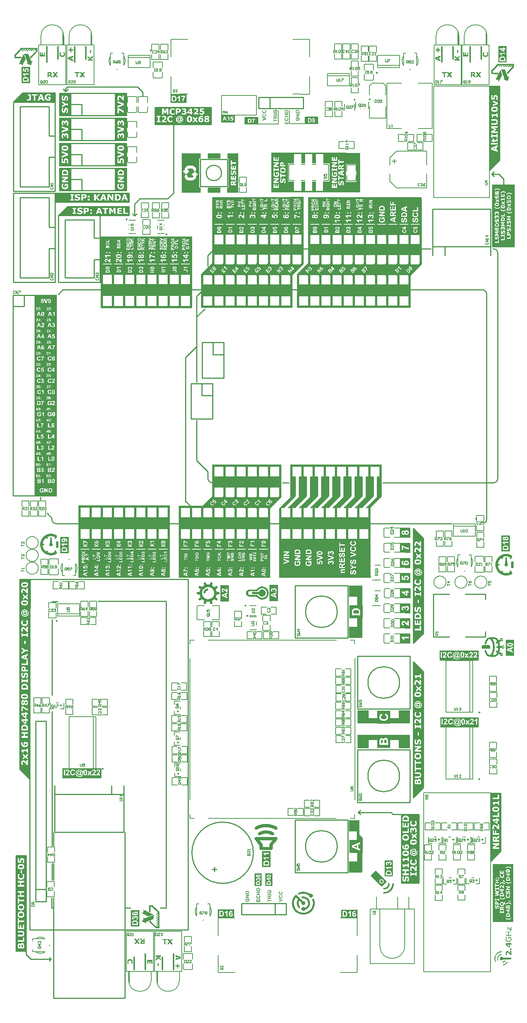
<source format=gto>
G04*
G04 #@! TF.GenerationSoftware,Altium Limited,Altium Designer,18.1.9 (240)*
G04*
G04 Layer_Color=65535*
%FSLAX44Y44*%
%MOMM*%
G71*
G01*
G75*
%ADD10C,0.2540*%
%ADD11C,0.2000*%
%ADD12C,0.2500*%
%ADD13C,0.1000*%
%ADD14C,0.2286*%
%ADD15C,0.3000*%
%ADD16C,0.2560*%
%ADD17C,0.1500*%
%ADD18R,0.8682X9.0000*%
%ADD19R,2.8000X2.4000*%
%ADD20R,2.8000X2.6130*%
%ADD21R,0.5080X7.4380*%
%ADD22R,15.4790X0.5080*%
%ADD23R,2.6670X2.5000*%
%ADD24R,0.5080X16.1400*%
G04:AMPARAMS|DCode=25|XSize=0.508mm|YSize=3.8141mm|CornerRadius=0mm|HoleSize=0mm|Usage=FLASHONLY|Rotation=135.000|XOffset=0mm|YOffset=0mm|HoleType=Round|Shape=Rectangle|*
%AMROTATEDRECTD25*
4,1,4,1.5281,1.1689,-1.1689,-1.5281,-1.5281,-1.1689,1.1689,1.5281,1.5281,1.1689,0.0*
%
%ADD25ROTATEDRECTD25*%

%ADD26R,0.5080X7.4300*%
%ADD27R,0.5080X15.7900*%
%ADD28R,0.5080X7.5000*%
%ADD29R,0.5080X7.2800*%
%ADD30R,0.5080X7.2880*%
%ADD31R,20.7290X0.5080*%
%ADD32R,20.6790X2.4000*%
%ADD33R,0.5080X15.0000*%
%ADD34R,0.5080X7.6242*%
%ADD35R,25.3750X2.7540*%
%ADD36R,25.6730X2.5880*%
%ADD37R,20.3750X2.8000*%
%ADD38R,2.5000X2.9000*%
%ADD39R,4.6000X1.3001*%
%ADD40R,4.6000X1.3101*%
%ADD41R,2.9000X2.5000*%
%ADD42R,1.3001X4.6000*%
%ADD43R,2.3890X2.5000*%
%ADD44R,20.8280X0.5000*%
%ADD45R,0.5080X12.6000*%
%ADD46R,25.7290X0.5080*%
%ADD47R,2.5400X2.7000*%
%ADD48R,20.5000X2.7540*%
%ADD49R,0.5080X16.2776*%
%ADD50R,0.5080X16.2396*%
%ADD51R,0.5080X16.2856*%
%ADD52R,0.5080X16.2696*%
%ADD53R,0.5080X16.4920*%
%ADD54R,0.5080X16.5080*%
%ADD55R,0.5080X16.2696*%
%ADD56R,2.5400X2.8000*%
%ADD57R,2.9290X0.5080*%
%ADD58R,0.5080X16.0000*%
%ADD59R,2.6670X0.5080*%
%ADD60R,0.5080X16.4080*%
%ADD61R,0.5080X16.2080*%
%ADD62R,20.6210X0.5080*%
%ADD63R,20.7410X0.5080*%
%ADD64R,20.4850X2.8000*%
%ADD65R,20.6000X0.5080*%
%ADD66R,1.7000X2.3000*%
%ADD67R,0.9000X2.3000*%
%ADD68R,0.9200X2.3000*%
%ADD69R,1.7200X2.3000*%
%ADD70R,1.8000X2.3000*%
%ADD71R,1.6000X2.3000*%
%ADD72R,9.8725X0.3130*%
%ADD73R,9.7000X0.3130*%
%ADD74R,0.3000X1.2000*%
%ADD75R,0.3000X1.2100*%
%ADD76R,0.6538X1.2000*%
%ADD77R,0.4000X1.2000*%
%ADD78R,2.9000X1.2100*%
G36*
X-188622Y254414D02*
X-184374D01*
Y252214D01*
X-188622D01*
Y247932D01*
X-190789D01*
Y252214D01*
X-195037D01*
Y254414D01*
X-190789D01*
Y258696D01*
X-188622D01*
Y254414D01*
D02*
G37*
G36*
X692321Y247107D02*
X690005D01*
Y253239D01*
X692321D01*
Y247107D01*
D02*
G37*
G36*
X-143679Y246607D02*
X-145995D01*
Y252739D01*
X-143679D01*
Y246607D01*
D02*
G37*
G36*
X715918Y239034D02*
X703954D01*
Y247666D01*
X706271D01*
Y242117D01*
X708337D01*
Y247266D01*
X710653D01*
Y242117D01*
X713602D01*
Y247666D01*
X715918D01*
Y239034D01*
D02*
G37*
G36*
X-248382D02*
X-260345D01*
Y247666D01*
X-258029D01*
Y242117D01*
X-255963D01*
Y247266D01*
X-253647D01*
Y242117D01*
X-250698D01*
Y247666D01*
X-248382D01*
Y239034D01*
D02*
G37*
G36*
X760012Y247749D02*
X760028Y247682D01*
X760062Y247599D01*
X760112Y247482D01*
X760178Y247349D01*
X760245Y247215D01*
X760378Y246899D01*
Y246882D01*
X760412Y246832D01*
X760445Y246749D01*
X760478Y246632D01*
X760528Y246499D01*
X760578Y246366D01*
X760678Y246032D01*
Y245999D01*
X760695Y245933D01*
X760728Y245816D01*
X760761Y245683D01*
X760795Y245516D01*
X760845Y245316D01*
X760911Y244933D01*
Y244916D01*
X760928Y244849D01*
X760945Y244733D01*
X760961Y244566D01*
X760978Y244366D01*
X760995Y244133D01*
X761011Y243850D01*
Y243300D01*
X760995Y243183D01*
Y243050D01*
X760978Y242900D01*
X760961Y242733D01*
X760911Y242350D01*
X760845Y241933D01*
X760761Y241500D01*
X760628Y241067D01*
Y241050D01*
X760611Y241017D01*
X760578Y240950D01*
X760545Y240884D01*
X760511Y240784D01*
X760462Y240667D01*
X760328Y240401D01*
X760162Y240101D01*
X759962Y239767D01*
X759728Y239451D01*
X759445Y239134D01*
X759428Y239118D01*
X759412Y239101D01*
X759362Y239051D01*
X759312Y239001D01*
X759128Y238851D01*
X758912Y238668D01*
X758629Y238468D01*
X758295Y238251D01*
X757912Y238051D01*
X757496Y237868D01*
X757479D01*
X757446Y237851D01*
X757379Y237834D01*
X757296Y237801D01*
X757179Y237768D01*
X757046Y237735D01*
X756896Y237685D01*
X756729Y237651D01*
X756529Y237618D01*
X756329Y237568D01*
X755879Y237501D01*
X755363Y237451D01*
X754813Y237435D01*
X754796D01*
X754746D01*
X754680D01*
X754563D01*
X754446Y237451D01*
X754296D01*
X754130Y237468D01*
X753947Y237485D01*
X753547Y237535D01*
X753113Y237618D01*
X752663Y237718D01*
X752230Y237851D01*
X752214D01*
X752180Y237868D01*
X752114Y237901D01*
X752030Y237934D01*
X751930Y237985D01*
X751814Y238034D01*
X751547Y238168D01*
X751230Y238351D01*
X750897Y238551D01*
X750547Y238801D01*
X750231Y239084D01*
X750214Y239101D01*
X750197Y239118D01*
X750147Y239167D01*
X750098Y239217D01*
X749964Y239401D01*
X749781Y239617D01*
X749581Y239901D01*
X749381Y240234D01*
X749198Y240600D01*
X749014Y241017D01*
Y241034D01*
X748998Y241067D01*
X748964Y241134D01*
X748948Y241217D01*
X748914Y241334D01*
X748864Y241450D01*
X748831Y241600D01*
X748781Y241767D01*
X748715Y242133D01*
X748631Y242567D01*
X748581Y243033D01*
X748565Y243533D01*
Y243800D01*
X748581Y243983D01*
Y244200D01*
X748598Y244416D01*
X748664Y244883D01*
Y244916D01*
X748681Y244983D01*
X748698Y245099D01*
X748715Y245249D01*
X748748Y245433D01*
X748798Y245616D01*
X748881Y246016D01*
Y246032D01*
X748914Y246099D01*
X748931Y246216D01*
X748981Y246332D01*
X749031Y246482D01*
X749098Y246649D01*
X749231Y246982D01*
Y246999D01*
X749264Y247066D01*
X749298Y247149D01*
X749348Y247249D01*
X749448Y247499D01*
X749564Y247765D01*
X752464D01*
Y247399D01*
X752447Y247382D01*
X752430Y247365D01*
X752397Y247315D01*
X752330Y247249D01*
X752197Y247066D01*
X752014Y246832D01*
X751997Y246816D01*
X751964Y246782D01*
X751914Y246699D01*
X751847Y246616D01*
X751764Y246499D01*
X751680Y246366D01*
X751497Y246066D01*
X751480Y246049D01*
X751447Y245982D01*
X751414Y245899D01*
X751347Y245783D01*
X751281Y245632D01*
X751214Y245466D01*
X751064Y245099D01*
X751047Y245083D01*
X751031Y245016D01*
X750997Y244916D01*
X750964Y244783D01*
X750931Y244616D01*
X750914Y244433D01*
X750881Y244216D01*
Y243883D01*
X750897Y243766D01*
X750914Y243600D01*
X750931Y243416D01*
X750964Y243200D01*
X751031Y242983D01*
X751097Y242767D01*
X751114Y242733D01*
X751131Y242667D01*
X751180Y242550D01*
X751264Y242417D01*
X751347Y242250D01*
X751464Y242067D01*
X751614Y241867D01*
X751780Y241684D01*
X751797Y241667D01*
X751864Y241600D01*
X751964Y241517D01*
X752097Y241417D01*
X752280Y241284D01*
X752480Y241167D01*
X752730Y241034D01*
X752997Y240917D01*
X753030Y240900D01*
X753130Y240867D01*
X753297Y240834D01*
X753497Y240784D01*
X753763Y240717D01*
X754080Y240684D01*
X754430Y240651D01*
X754813Y240634D01*
X754830D01*
X754863D01*
X754930D01*
X754996D01*
X755096Y240651D01*
X755213D01*
X755479Y240667D01*
X755763Y240717D01*
X756079Y240767D01*
X756396Y240850D01*
X756696Y240950D01*
X756729Y240967D01*
X756812Y241000D01*
X756962Y241084D01*
X757129Y241167D01*
X757312Y241284D01*
X757512Y241417D01*
X757695Y241584D01*
X757879Y241750D01*
X757896Y241767D01*
X757945Y241833D01*
X758029Y241933D01*
X758129Y242067D01*
X758229Y242233D01*
X758329Y242417D01*
X758429Y242617D01*
X758512Y242833D01*
Y242867D01*
X758545Y242933D01*
X758562Y243050D01*
X758595Y243200D01*
X758629Y243383D01*
X758662Y243583D01*
X758679Y243800D01*
X758695Y244016D01*
Y244116D01*
X758679Y244233D01*
Y244366D01*
X758662Y244533D01*
X758629Y244733D01*
X758529Y245133D01*
Y245166D01*
X758495Y245233D01*
X758462Y245333D01*
X758412Y245466D01*
X758345Y245616D01*
X758262Y245799D01*
X758079Y246149D01*
X758062Y246166D01*
X758045Y246216D01*
X757995Y246299D01*
X757929Y246399D01*
X757779Y246632D01*
X757596Y246882D01*
X757579Y246899D01*
X757546Y246932D01*
X757496Y246999D01*
X757429Y247082D01*
X757279Y247249D01*
X757129Y247432D01*
Y247765D01*
X759995D01*
X760012Y247749D01*
D02*
G37*
G36*
X696470Y236810D02*
X691688Y233244D01*
X692571Y232544D01*
X696470D01*
Y229461D01*
X684506D01*
Y232544D01*
X689921D01*
X684506Y236793D01*
Y240375D01*
X690055Y235710D01*
X696470Y240609D01*
Y236810D01*
D02*
G37*
G36*
X-139530Y236310D02*
X-144312Y232744D01*
X-143429Y232044D01*
X-139530D01*
Y228961D01*
X-151494D01*
Y232044D01*
X-146079D01*
X-151494Y236293D01*
Y239875D01*
X-145945Y235210D01*
X-139530Y240109D01*
Y236310D01*
D02*
G37*
G36*
X-266250Y258015D02*
X-266083Y257849D01*
X-266000Y257515D01*
Y250600D01*
X-266083Y250517D01*
X-266167Y250434D01*
X-266333Y250184D01*
X-266667Y249934D01*
X-267333Y249101D01*
X-268333Y248018D01*
X-269416Y246852D01*
X-270665Y245435D01*
X-271999Y243936D01*
X-273415Y242436D01*
X-274831Y240936D01*
X-276164Y239437D01*
X-277414Y238020D01*
X-278580Y236854D01*
X-279580Y235771D01*
X-280330Y234938D01*
X-280663Y234688D01*
X-280830Y234438D01*
X-280996Y234355D01*
X-281080Y234271D01*
X-281663D01*
X-282496Y237187D01*
Y237521D01*
X-269416Y251434D01*
X-269499Y251517D01*
X-269582Y251600D01*
X-269999Y252017D01*
X-270499Y252600D01*
X-271165Y253267D01*
X-271832Y254016D01*
X-272332Y254683D01*
X-272748Y255183D01*
X-272915Y255516D01*
X-275581D01*
X-271749Y251434D01*
Y251184D01*
X-273831D01*
X-278497Y255516D01*
X-280496D01*
X-276747Y251434D01*
Y251184D01*
X-279080D01*
X-279163Y251267D01*
X-279247Y251350D01*
X-279746Y251850D01*
X-280330Y252517D01*
X-281163Y253350D01*
X-281913Y254183D01*
X-282579Y254849D01*
X-283162Y255349D01*
X-283329Y255433D01*
X-283412Y255516D01*
X-285162D01*
Y255183D01*
X-281663Y251434D01*
Y251184D01*
X-283995D01*
X-288078Y255183D01*
X-290077D01*
X-286578Y251184D01*
X-287161Y250851D01*
X-288661D01*
X-293243Y255183D01*
X-294993D01*
X-294909Y255099D01*
X-294826Y254849D01*
X-294576Y254516D01*
X-294160Y254016D01*
X-293576Y253350D01*
X-292743Y252350D01*
X-291577Y251184D01*
X-292160Y250851D01*
X-293576D01*
X-298242Y255183D01*
X-300241D01*
X-296492Y251184D01*
X-297075Y250851D01*
X-297908D01*
X-297992D01*
X-298158Y250934D01*
X-298408Y251017D01*
X-298908Y251267D01*
X-299491Y251684D01*
X-300241Y252350D01*
X-301158Y253183D01*
X-302324Y254350D01*
X-302574D01*
X-302657Y254266D01*
X-302824Y254100D01*
X-302990Y253850D01*
X-303324Y253517D01*
X-303657Y253100D01*
X-304157Y252600D01*
X-304740Y251933D01*
X-305407Y251100D01*
X-306323Y250184D01*
X-307323Y249101D01*
X-308406Y247851D01*
X-309739Y246435D01*
X-311238Y244852D01*
X-312905Y243019D01*
X-314821Y241020D01*
Y237521D01*
X-301991D01*
X-301408Y237187D01*
X-301491Y237104D01*
X-301658Y236771D01*
X-301824Y236271D01*
X-302157Y235771D01*
X-302407Y235188D01*
X-302741Y234771D01*
X-302990Y234438D01*
X-303157Y234271D01*
X-307239D01*
X-307406D01*
X-307906D01*
X-308239D01*
X-308739D01*
X-309239D01*
X-309905Y234355D01*
X-310572D01*
X-311405D01*
X-312238D01*
X-313238Y234438D01*
X-314238D01*
X-315404Y234521D01*
X-316654D01*
X-317987Y234605D01*
X-318320Y235188D01*
Y242436D01*
X-318237Y242519D01*
X-318070Y242769D01*
X-317737Y243102D01*
X-317237Y243602D01*
X-316654Y244269D01*
X-315987Y245019D01*
X-315154Y245852D01*
X-314238Y246852D01*
X-313155Y247935D01*
X-312071Y249184D01*
X-310822Y250434D01*
X-309489Y251850D01*
X-308073Y253267D01*
X-306573Y254849D01*
X-303407Y258099D01*
X-266500D01*
X-266417D01*
X-266250Y258015D01*
D02*
G37*
G36*
X-184390Y237152D02*
X-186806Y236318D01*
Y231953D01*
X-184390Y231120D01*
Y228004D01*
X-196354Y232403D01*
Y235952D01*
X-184390Y240367D01*
Y237152D01*
D02*
G37*
G36*
X803000Y262109D02*
Y225000D01*
X783922D01*
Y262109D01*
X803000D01*
D02*
G37*
G36*
X-293576Y244935D02*
X-292410D01*
X-291077Y244852D01*
X-289744D01*
X-288411Y244769D01*
X-287161D01*
X-287078Y244685D01*
Y244602D01*
X-286911Y244436D01*
X-286745Y244102D01*
X-286578Y243686D01*
X-286328Y243102D01*
X-285995Y242353D01*
X-285578Y241436D01*
X-285078Y240353D01*
X-284495Y238937D01*
X-283829Y237354D01*
X-283079Y235438D01*
X-282246Y233272D01*
X-281746Y232105D01*
X-281246Y230772D01*
X-280746Y229439D01*
X-280163Y227940D01*
X-279913D01*
X-277247Y228190D01*
Y227856D01*
X-277414Y227523D01*
X-277580Y227107D01*
X-277747Y226523D01*
X-277997Y225774D01*
X-278330Y225024D01*
X-278997Y223274D01*
X-279663Y221525D01*
X-279996Y220775D01*
X-280330Y220108D01*
X-280663Y219442D01*
X-280913Y219025D01*
X-281163Y218692D01*
X-281329Y218609D01*
X-281413Y218692D01*
X-281663Y218775D01*
X-282079Y218942D01*
X-282662Y219192D01*
X-283246Y219442D01*
X-283995Y219775D01*
X-285495Y220525D01*
X-287078Y221191D01*
X-287828Y221525D01*
X-288494Y221775D01*
X-289077Y222024D01*
X-289577Y222191D01*
X-289911Y222358D01*
X-290077D01*
Y222941D01*
X-289994Y223024D01*
X-289827Y223191D01*
X-289244Y223691D01*
X-288578Y224274D01*
X-288411Y224524D01*
X-288328Y224690D01*
X-295909Y244769D01*
X-295326Y245019D01*
X-295243D01*
X-295076D01*
X-294826D01*
X-294493D01*
X-293576Y244935D01*
D02*
G37*
G36*
X-292993Y232605D02*
X-293076Y232439D01*
X-293326Y231939D01*
X-293660Y231272D01*
X-294160Y230272D01*
X-294743Y229189D01*
X-295409Y227940D01*
X-296076Y226607D01*
X-296825Y225190D01*
X-297575Y223774D01*
X-298242Y222441D01*
X-298908Y221191D01*
X-299491Y220108D01*
X-299991Y219109D01*
X-300408Y218442D01*
X-300658Y217942D01*
X-300741Y217859D01*
X-300824Y217776D01*
X-301158D01*
Y217859D01*
X-301241Y217942D01*
X-301408Y218442D01*
X-301574Y219109D01*
X-301908Y219858D01*
X-302157Y220608D01*
X-302491Y221191D01*
X-302741Y221691D01*
X-302824Y221775D01*
X-302907Y221858D01*
X-302990D01*
X-303157D01*
X-303490Y221775D01*
X-303990D01*
X-304657Y221608D01*
X-305490Y221441D01*
X-306573Y221275D01*
X-307823Y220942D01*
X-308073Y221525D01*
Y221608D01*
X-307989Y221691D01*
X-307823Y221941D01*
X-307656Y222274D01*
X-307239Y223191D01*
X-306656Y224441D01*
X-305906Y225857D01*
X-305157Y227440D01*
X-304324Y229189D01*
X-303407Y231105D01*
X-301574Y234855D01*
X-300741Y236687D01*
X-299908Y238437D01*
X-299158Y240020D01*
X-298492Y241353D01*
X-297992Y242519D01*
X-297825Y242936D01*
X-297659Y243352D01*
X-296742D01*
X-292993Y232605D01*
D02*
G37*
G36*
X674595Y197262D02*
X678844Y191114D01*
X675262D01*
X672696Y195030D01*
X670080Y191114D01*
X666681D01*
X670913Y197129D01*
X666764Y203078D01*
X670313D01*
X672796Y199345D01*
X675345Y203078D01*
X678777D01*
X674595Y197262D01*
D02*
G37*
G36*
X-161705D02*
X-157456Y191114D01*
X-161038D01*
X-163604Y195030D01*
X-166220Y191114D01*
X-169620D01*
X-165387Y197129D01*
X-169536Y203078D01*
X-165987D01*
X-163504Y199345D01*
X-160955Y203078D01*
X-157523D01*
X-161705Y197262D01*
D02*
G37*
G36*
X740745Y197148D02*
X744994Y191000D01*
X741412D01*
X738846Y194916D01*
X736229Y191000D01*
X732830D01*
X737063Y197015D01*
X732914Y202964D01*
X736463D01*
X738945Y199231D01*
X741495Y202964D01*
X744927D01*
X740745Y197148D01*
D02*
G37*
G36*
X-223555D02*
X-219306Y191000D01*
X-222889D01*
X-225455Y194916D01*
X-228071Y191000D01*
X-231470D01*
X-227237Y197015D01*
X-231386Y202964D01*
X-227837D01*
X-225354Y199231D01*
X-222805Y202964D01*
X-219373D01*
X-223555Y197148D01*
D02*
G37*
G36*
X819750Y222015D02*
X819917Y221849D01*
X820000Y221515D01*
Y214601D01*
X819917Y214517D01*
X819833Y214434D01*
X819667Y214184D01*
X819333Y213934D01*
X818667Y213101D01*
X817667Y212018D01*
X816584Y210851D01*
X815334Y209435D01*
X814001Y207936D01*
X812585Y206436D01*
X811169Y204936D01*
X809836Y203437D01*
X808586Y202020D01*
X807420Y200854D01*
X806420Y199771D01*
X805670Y198938D01*
X805337Y198688D01*
X805171Y198438D01*
X805004Y198355D01*
X804921Y198271D01*
X804337D01*
X803504Y201187D01*
Y201521D01*
X816584Y215434D01*
X816501Y215517D01*
X816418Y215600D01*
X816001Y216017D01*
X815501Y216600D01*
X814835Y217267D01*
X814168Y218016D01*
X813668Y218683D01*
X813252Y219183D01*
X813085Y219516D01*
X810419D01*
X814251Y215434D01*
Y215184D01*
X812169D01*
X807503Y219516D01*
X805504D01*
X809253Y215434D01*
Y215184D01*
X806920D01*
X806837Y215267D01*
X806753Y215350D01*
X806254Y215850D01*
X805670Y216517D01*
X804837Y217350D01*
X804087Y218183D01*
X803421Y218849D01*
X802838Y219349D01*
X802671Y219433D01*
X802588Y219516D01*
X800838D01*
Y219183D01*
X804337Y215434D01*
Y215184D01*
X802005D01*
X797922Y219183D01*
X795923D01*
X799422Y215184D01*
X798839Y214851D01*
X797339D01*
X792757Y219183D01*
X791007D01*
X791091Y219099D01*
X791174Y218849D01*
X791424Y218516D01*
X791841Y218016D01*
X792424Y217350D01*
X793257Y216350D01*
X794423Y215184D01*
X793840Y214851D01*
X792424D01*
X787758Y219183D01*
X785759D01*
X789508Y215184D01*
X788925Y214851D01*
X788092D01*
X788008D01*
X787842Y214934D01*
X787592Y215017D01*
X787092Y215267D01*
X786509Y215684D01*
X785759Y216350D01*
X784842Y217183D01*
X783676Y218350D01*
X783426D01*
X783343Y218266D01*
X783176Y218100D01*
X783009Y217850D01*
X782676Y217516D01*
X782343Y217100D01*
X781843Y216600D01*
X781260Y215933D01*
X780593Y215100D01*
X779677Y214184D01*
X778677Y213101D01*
X777594Y211851D01*
X776261Y210435D01*
X774762Y208852D01*
X773095Y207019D01*
X771179Y205020D01*
Y201521D01*
X784009D01*
X784592Y201187D01*
X784509Y201104D01*
X784342Y200771D01*
X784176Y200271D01*
X783843Y199771D01*
X783593Y199188D01*
X783259Y198771D01*
X783009Y198438D01*
X782843Y198271D01*
X778761D01*
X778594D01*
X778094D01*
X777761D01*
X777261D01*
X776761D01*
X776095Y198355D01*
X775428D01*
X774595D01*
X773762D01*
X772762Y198438D01*
X771762D01*
X770596Y198521D01*
X769346D01*
X768013Y198605D01*
X767680Y199188D01*
Y206436D01*
X767763Y206519D01*
X767930Y206769D01*
X768263Y207103D01*
X768763Y207602D01*
X769346Y208269D01*
X770013Y209019D01*
X770846Y209852D01*
X771762Y210851D01*
X772845Y211935D01*
X773929Y213184D01*
X775178Y214434D01*
X776511Y215850D01*
X777927Y217267D01*
X779427Y218849D01*
X782593Y222099D01*
X819500D01*
X819584D01*
X819750Y222015D01*
D02*
G37*
G36*
X666147Y200762D02*
X662415D01*
Y191114D01*
X659332D01*
Y200762D01*
X655600D01*
Y203078D01*
X666147D01*
Y200762D01*
D02*
G37*
G36*
X-170153D02*
X-173885D01*
Y191114D01*
X-176968D01*
Y200762D01*
X-180700D01*
Y203078D01*
X-170153D01*
Y200762D01*
D02*
G37*
G36*
X-237201Y202947D02*
X-236918Y202930D01*
X-236618Y202914D01*
X-236318Y202880D01*
X-236019Y202830D01*
X-235985D01*
X-235885Y202814D01*
X-235735Y202780D01*
X-235552Y202730D01*
X-235335Y202647D01*
X-235085Y202564D01*
X-234835Y202447D01*
X-234585Y202314D01*
X-234552Y202297D01*
X-234469Y202247D01*
X-234352Y202147D01*
X-234186Y202031D01*
X-234019Y201880D01*
X-233836Y201697D01*
X-233669Y201497D01*
X-233502Y201264D01*
X-233486Y201231D01*
X-233436Y201147D01*
X-233369Y201014D01*
X-233302Y200831D01*
X-233236Y200597D01*
X-233169Y200331D01*
X-233119Y200014D01*
X-233102Y199664D01*
Y199648D01*
Y199615D01*
Y199531D01*
X-233119Y199448D01*
Y199331D01*
X-233136Y199198D01*
X-233186Y198898D01*
X-233253Y198565D01*
X-233369Y198198D01*
X-233519Y197832D01*
X-233719Y197498D01*
Y197482D01*
X-233752Y197465D01*
X-233836Y197365D01*
X-233969Y197198D01*
X-234169Y197015D01*
X-234419Y196798D01*
X-234719Y196565D01*
X-235085Y196332D01*
X-235485Y196115D01*
X-231486Y191000D01*
X-235252D01*
X-238501Y195382D01*
X-239918D01*
Y191000D01*
X-243000D01*
Y202964D01*
X-237451D01*
X-237201Y202947D01*
D02*
G37*
G36*
X727098D02*
X727382Y202930D01*
X727682Y202914D01*
X727982Y202880D01*
X728282Y202830D01*
X728315D01*
X728415Y202814D01*
X728565Y202780D01*
X728748Y202730D01*
X728965Y202647D01*
X729215Y202564D01*
X729465Y202447D01*
X729715Y202314D01*
X729748Y202297D01*
X729831Y202247D01*
X729948Y202147D01*
X730114Y202031D01*
X730281Y201880D01*
X730464Y201697D01*
X730631Y201497D01*
X730798Y201264D01*
X730814Y201231D01*
X730864Y201147D01*
X730931Y201014D01*
X730997Y200831D01*
X731064Y200597D01*
X731131Y200331D01*
X731181Y200014D01*
X731198Y199664D01*
Y199648D01*
Y199615D01*
Y199531D01*
X731181Y199448D01*
Y199331D01*
X731164Y199198D01*
X731114Y198898D01*
X731048Y198565D01*
X730931Y198198D01*
X730781Y197832D01*
X730581Y197498D01*
Y197482D01*
X730548Y197465D01*
X730464Y197365D01*
X730331Y197198D01*
X730131Y197015D01*
X729881Y196798D01*
X729581Y196565D01*
X729215Y196332D01*
X728815Y196115D01*
X732814Y191000D01*
X729048D01*
X725799Y195382D01*
X724382D01*
Y191000D01*
X721300D01*
Y202964D01*
X726849D01*
X727098Y202947D01*
D02*
G37*
G36*
X792424Y208935D02*
X793590D01*
X794923Y208852D01*
X796256D01*
X797589Y208769D01*
X798839D01*
X798922Y208685D01*
Y208602D01*
X799089Y208435D01*
X799255Y208102D01*
X799422Y207686D01*
X799672Y207103D01*
X800005Y206353D01*
X800422Y205436D01*
X800922Y204353D01*
X801505Y202937D01*
X802171Y201354D01*
X802921Y199438D01*
X803754Y197272D01*
X804254Y196105D01*
X804754Y194772D01*
X805254Y193439D01*
X805837Y191940D01*
X806087D01*
X808753Y192190D01*
Y191856D01*
X808586Y191523D01*
X808420Y191107D01*
X808253Y190523D01*
X808003Y189774D01*
X807670Y189024D01*
X807003Y187274D01*
X806337Y185525D01*
X806004Y184775D01*
X805670Y184108D01*
X805337Y183442D01*
X805087Y183025D01*
X804837Y182692D01*
X804671Y182609D01*
X804587Y182692D01*
X804337Y182775D01*
X803921Y182942D01*
X803338Y183192D01*
X802754Y183442D01*
X802005Y183775D01*
X800505Y184525D01*
X798922Y185191D01*
X798172Y185525D01*
X797506Y185775D01*
X796923Y186024D01*
X796423Y186191D01*
X796089Y186358D01*
X795923D01*
Y186941D01*
X796006Y187024D01*
X796173Y187191D01*
X796756Y187691D01*
X797422Y188274D01*
X797589Y188524D01*
X797672Y188690D01*
X790091Y208769D01*
X790674Y209019D01*
X790758D01*
X790924D01*
X791174D01*
X791507D01*
X792424Y208935D01*
D02*
G37*
G36*
X793007Y196605D02*
X792924Y196439D01*
X792674Y195939D01*
X792340Y195272D01*
X791841Y194272D01*
X791257Y193189D01*
X790591Y191940D01*
X789924Y190607D01*
X789175Y189190D01*
X788425Y187774D01*
X787758Y186441D01*
X787092Y185191D01*
X786509Y184108D01*
X786009Y183109D01*
X785592Y182442D01*
X785342Y181942D01*
X785259Y181859D01*
X785176Y181776D01*
X784842D01*
Y181859D01*
X784759Y181942D01*
X784592Y182442D01*
X784426Y183109D01*
X784092Y183858D01*
X783843Y184608D01*
X783509Y185191D01*
X783259Y185691D01*
X783176Y185775D01*
X783093Y185858D01*
X783009D01*
X782843D01*
X782510Y185775D01*
X782010D01*
X781343Y185608D01*
X780510Y185441D01*
X779427Y185275D01*
X778177Y184942D01*
X777927Y185525D01*
Y185608D01*
X778011Y185691D01*
X778177Y185941D01*
X778344Y186275D01*
X778761Y187191D01*
X779344Y188441D01*
X780094Y189857D01*
X780843Y191440D01*
X781676Y193189D01*
X782593Y195105D01*
X784426Y198855D01*
X785259Y200687D01*
X786092Y202437D01*
X786842Y204020D01*
X787508Y205353D01*
X788008Y206519D01*
X788175Y206936D01*
X788342Y207352D01*
X789258D01*
X793007Y196605D01*
D02*
G37*
G36*
X-283000Y214975D02*
Y178000D01*
X-302113D01*
Y214975D01*
X-283000D01*
D02*
G37*
G36*
X-298560Y155932D02*
X-225400D01*
Y135000D01*
X-298560D01*
Y134725D01*
X-321110D01*
X-300000Y155835D01*
Y155932D01*
X-299903D01*
X-299160Y156675D01*
X-298560D01*
Y155932D01*
D02*
G37*
G36*
X73732Y133000D02*
X37000D01*
Y152078D01*
X73732D01*
Y133000D01*
D02*
G37*
G36*
X252141Y116468D02*
X252206Y116447D01*
X252304Y116414D01*
X252412Y116371D01*
X252542Y116328D01*
X252693Y116263D01*
X252845Y116187D01*
X253180Y116014D01*
X253353Y115917D01*
X253515Y115798D01*
X253689Y115679D01*
X253840Y115538D01*
X253992Y115397D01*
X254121Y115235D01*
X254132Y115224D01*
X254154Y115191D01*
X254186Y115148D01*
X254219Y115083D01*
X254273Y114997D01*
X254327Y114889D01*
X254392Y114769D01*
X254446Y114640D01*
X254511Y114488D01*
X254576Y114315D01*
X254630Y114131D01*
X254673Y113936D01*
X254717Y113731D01*
X254749Y113504D01*
X254771Y113276D01*
X254781Y113027D01*
Y112952D01*
X254771Y112865D01*
X254760Y112757D01*
X254749Y112616D01*
X254717Y112443D01*
X254684Y112270D01*
X254641Y112064D01*
X254576Y111859D01*
X254511Y111632D01*
X254414Y111404D01*
X254305Y111177D01*
X254176Y110950D01*
X254024Y110723D01*
X253851Y110506D01*
X253656Y110301D01*
X253645Y110290D01*
X253602Y110257D01*
X253537Y110203D01*
X253451Y110138D01*
X253332Y110052D01*
X253191Y109965D01*
X253029Y109868D01*
X252845Y109770D01*
X252628Y109673D01*
X252401Y109576D01*
X252141Y109489D01*
X251871Y109403D01*
X251568Y109338D01*
X251254Y109284D01*
X250908Y109251D01*
X250551Y109240D01*
X250540D01*
X250529D01*
X250497D01*
X250464D01*
X250356Y109251D01*
X250205Y109262D01*
X250031Y109273D01*
X249837Y109294D01*
X249609Y109327D01*
X249371Y109370D01*
X249112Y109435D01*
X248852Y109500D01*
X248581Y109587D01*
X248311Y109695D01*
X248051Y109814D01*
X247792Y109955D01*
X247554Y110128D01*
X247326Y110311D01*
X247316Y110322D01*
X247272Y110366D01*
X247218Y110420D01*
X247142Y110506D01*
X247056Y110615D01*
X246958Y110744D01*
X246850Y110896D01*
X246742Y111069D01*
X246634Y111253D01*
X246536Y111469D01*
X246439Y111697D01*
X246352Y111945D01*
X246277Y112216D01*
X246223Y112508D01*
X246179Y112811D01*
X246168Y113125D01*
Y113190D01*
X246179Y113276D01*
Y113385D01*
X246201Y113514D01*
X246212Y113666D01*
X246244Y113828D01*
X246277Y114012D01*
X246331Y114207D01*
X246385Y114412D01*
X246461Y114618D01*
X246547Y114824D01*
X246655Y115029D01*
X246774Y115235D01*
X246915Y115430D01*
X247077Y115613D01*
X247088Y115624D01*
X247099Y115635D01*
X247132Y115668D01*
X247175Y115711D01*
X247229Y115754D01*
X247294Y115808D01*
X247380Y115862D01*
X247467Y115927D01*
X247564Y116003D01*
X247683Y116068D01*
X247802Y116144D01*
X247943Y116209D01*
X248095Y116284D01*
X248246Y116349D01*
X248419Y116414D01*
X248603Y116468D01*
X249003Y114802D01*
X248993D01*
X248971Y114791D01*
X248939Y114780D01*
X248895Y114769D01*
X248776Y114726D01*
X248636Y114672D01*
X248473Y114586D01*
X248300Y114477D01*
X248138Y114337D01*
X247986Y114174D01*
X247965Y114153D01*
X247921Y114088D01*
X247867Y113990D01*
X247792Y113861D01*
X247727Y113698D01*
X247662Y113504D01*
X247618Y113276D01*
X247608Y113038D01*
Y112952D01*
X247618Y112887D01*
X247629Y112811D01*
X247640Y112714D01*
X247694Y112508D01*
X247770Y112270D01*
X247824Y112151D01*
X247889Y112021D01*
X247965Y111891D01*
X248062Y111772D01*
X248159Y111653D01*
X248279Y111545D01*
X248289Y111534D01*
X248311Y111523D01*
X248354Y111491D01*
X248408Y111459D01*
X248473Y111415D01*
X248571Y111361D01*
X248668Y111307D01*
X248798Y111264D01*
X248939Y111210D01*
X249090Y111156D01*
X249274Y111101D01*
X249469Y111058D01*
X249674Y111026D01*
X249912Y110993D01*
X250161Y110982D01*
X250432Y110972D01*
X250453D01*
X250497D01*
X250583D01*
X250691Y110982D01*
X250821Y110993D01*
X250962Y111004D01*
X251135Y111015D01*
X251308Y111047D01*
X251676Y111112D01*
X252044Y111210D01*
X252228Y111275D01*
X252390Y111350D01*
X252542Y111437D01*
X252682Y111534D01*
X252693Y111545D01*
X252715Y111556D01*
X252747Y111588D01*
X252780Y111632D01*
X252834Y111697D01*
X252888Y111762D01*
X252953Y111837D01*
X253007Y111935D01*
X253137Y112140D01*
X253234Y112389D01*
X253277Y112530D01*
X253310Y112681D01*
X253332Y112844D01*
X253342Y113006D01*
Y113071D01*
X253332Y113114D01*
X253321Y113244D01*
X253288Y113406D01*
X253234Y113579D01*
X253169Y113774D01*
X253061Y113969D01*
X252920Y114153D01*
X252910Y114164D01*
X252899Y114174D01*
X252834Y114228D01*
X252736Y114315D01*
X252585Y114423D01*
X252498Y114477D01*
X252401Y114542D01*
X252293Y114596D01*
X252163Y114650D01*
X252033Y114715D01*
X251893Y114759D01*
X251730Y114813D01*
X251568Y114856D01*
X252076Y116490D01*
X252087D01*
X252141Y116468D01*
D02*
G37*
G36*
X278910Y116479D02*
X278921Y116468D01*
X278953Y116436D01*
X278986Y116393D01*
X279029Y116339D01*
X279083Y116274D01*
X279137Y116187D01*
X279202Y116101D01*
X279267Y115992D01*
X279343Y115884D01*
X279419Y115754D01*
X279494Y115613D01*
X279570Y115473D01*
X279646Y115311D01*
X279722Y115137D01*
X279797Y114953D01*
Y114943D01*
X279819Y114910D01*
X279830Y114856D01*
X279862Y114780D01*
X279884Y114694D01*
X279916Y114586D01*
X279960Y114467D01*
X279992Y114326D01*
X280025Y114185D01*
X280068Y114023D01*
X280122Y113677D01*
X280165Y113309D01*
X280187Y112930D01*
Y112800D01*
X280176Y112714D01*
X280165Y112595D01*
X280154Y112465D01*
X280144Y112313D01*
X280122Y112151D01*
X280090Y111978D01*
X280057Y111794D01*
X279960Y111415D01*
X279895Y111221D01*
X279819Y111026D01*
X279743Y110831D01*
X279646Y110647D01*
X279635Y110636D01*
X279624Y110604D01*
X279592Y110560D01*
X279548Y110485D01*
X279484Y110409D01*
X279419Y110311D01*
X279332Y110214D01*
X279246Y110106D01*
X279137Y109987D01*
X279018Y109868D01*
X278888Y109749D01*
X278748Y109630D01*
X278596Y109511D01*
X278434Y109403D01*
X278261Y109294D01*
X278077Y109197D01*
X278066D01*
X278034Y109175D01*
X277969Y109154D01*
X277893Y109121D01*
X277806Y109089D01*
X277687Y109046D01*
X277558Y109002D01*
X277417Y108959D01*
X277255Y108905D01*
X277082Y108862D01*
X276898Y108818D01*
X276703Y108786D01*
X276292Y108732D01*
X276075Y108721D01*
X275848Y108710D01*
X275837D01*
X275794D01*
X275718D01*
X275632Y108721D01*
X275513Y108732D01*
X275383Y108743D01*
X275231Y108753D01*
X275069Y108775D01*
X274896Y108807D01*
X274712Y108840D01*
X274322Y108937D01*
X274128Y109002D01*
X273933Y109078D01*
X273738Y109154D01*
X273543Y109251D01*
X273532Y109262D01*
X273500Y109273D01*
X273446Y109305D01*
X273370Y109348D01*
X273294Y109413D01*
X273197Y109478D01*
X273089Y109554D01*
X272970Y109651D01*
X272840Y109760D01*
X272721Y109879D01*
X272591Y110009D01*
X272461Y110149D01*
X272331Y110301D01*
X272212Y110474D01*
X272093Y110647D01*
X271985Y110842D01*
Y110853D01*
X271963Y110874D01*
X271942Y110928D01*
X271920Y110982D01*
X271888Y111069D01*
X271855Y111156D01*
X271812Y111264D01*
X271769Y111394D01*
X271736Y111534D01*
X271693Y111675D01*
X271660Y111848D01*
X271628Y112021D01*
X271606Y112205D01*
X271585Y112411D01*
X271563Y112833D01*
Y112984D01*
X271574Y113092D01*
X271585Y113222D01*
X271595Y113363D01*
X271617Y113536D01*
X271650Y113720D01*
X271725Y114099D01*
X271779Y114304D01*
X271844Y114499D01*
X271920Y114705D01*
X272007Y114889D01*
X272104Y115072D01*
X272223Y115246D01*
X272234Y115257D01*
X272256Y115289D01*
X272288Y115332D01*
X272342Y115386D01*
X272407Y115462D01*
X272483Y115538D01*
X272580Y115624D01*
X272688Y115722D01*
X272807Y115808D01*
X272948Y115906D01*
X273089Y116003D01*
X273251Y116101D01*
X273424Y116176D01*
X273608Y116263D01*
X273803Y116328D01*
X274009Y116382D01*
X274322Y114715D01*
X274312D01*
X274290Y114705D01*
X274268Y114694D01*
X274225Y114683D01*
X274117Y114629D01*
X273976Y114564D01*
X273825Y114467D01*
X273662Y114358D01*
X273500Y114218D01*
X273359Y114045D01*
X273349Y114023D01*
X273305Y113958D01*
X273251Y113861D01*
X273175Y113720D01*
X273110Y113536D01*
X273056Y113330D01*
X273013Y113092D01*
X273002Y112833D01*
Y112725D01*
X273013Y112649D01*
X273024Y112562D01*
X273035Y112454D01*
X273056Y112335D01*
X273089Y112205D01*
X273175Y111924D01*
X273229Y111783D01*
X273294Y111642D01*
X273381Y111491D01*
X273478Y111350D01*
X273587Y111221D01*
X273706Y111091D01*
X273716Y111080D01*
X273738Y111058D01*
X273781Y111026D01*
X273835Y110993D01*
X273911Y110939D01*
X273998Y110885D01*
X274106Y110831D01*
X274225Y110766D01*
X274366Y110701D01*
X274517Y110647D01*
X274690Y110593D01*
X274874Y110539D01*
X275080Y110506D01*
X275296Y110474D01*
X275534Y110452D01*
X275783Y110441D01*
X275805D01*
X275848D01*
X275924D01*
X276021Y110452D01*
X276151Y110463D01*
X276292Y110474D01*
X276443Y110496D01*
X276616Y110528D01*
X276973Y110604D01*
X277168Y110658D01*
X277352Y110712D01*
X277525Y110788D01*
X277698Y110874D01*
X277861Y110972D01*
X278012Y111091D01*
X278023Y111101D01*
X278044Y111123D01*
X278077Y111156D01*
X278131Y111210D01*
X278185Y111275D01*
X278239Y111361D01*
X278315Y111448D01*
X278380Y111556D01*
X278445Y111675D01*
X278510Y111805D01*
X278575Y111945D01*
X278629Y112097D01*
X278683Y112270D01*
X278715Y112443D01*
X278737Y112627D01*
X278748Y112822D01*
Y112908D01*
X278737Y113017D01*
X278726Y113146D01*
X278694Y113309D01*
X278661Y113482D01*
X278607Y113677D01*
X278542Y113871D01*
Y113882D01*
X278531Y113893D01*
X278510Y113958D01*
X278466Y114055D01*
X278402Y114185D01*
X278326Y114326D01*
X278250Y114488D01*
X278153Y114640D01*
X278044Y114791D01*
X276984D01*
Y112865D01*
X275578D01*
Y116490D01*
X278899D01*
X278910Y116479D01*
D02*
G37*
G36*
X327016D02*
X327124D01*
X327232Y116468D01*
X327362Y116458D01*
X327643Y116425D01*
X327936Y116382D01*
X328239Y116317D01*
X328531Y116230D01*
X328541D01*
X328574Y116220D01*
X328617Y116198D01*
X328682Y116176D01*
X328758Y116144D01*
X328844Y116101D01*
X329050Y116003D01*
X329288Y115873D01*
X329537Y115722D01*
X329775Y115538D01*
X330002Y115332D01*
X330024Y115311D01*
X330067Y115257D01*
X330143Y115159D01*
X330240Y115018D01*
X330349Y114856D01*
X330457Y114650D01*
X330565Y114423D01*
X330662Y114153D01*
Y114142D01*
X330673Y114131D01*
Y114099D01*
X330684Y114055D01*
X330706Y114001D01*
X330716Y113926D01*
X330727Y113850D01*
X330749Y113763D01*
X330760Y113655D01*
X330781Y113547D01*
X330803Y113298D01*
X330825Y113006D01*
X330835Y112670D01*
Y109511D01*
X322515D01*
Y112833D01*
X322525Y112930D01*
Y113038D01*
X322536Y113157D01*
X322558Y113417D01*
X322579Y113687D01*
X322623Y113936D01*
X322644Y114055D01*
X322677Y114164D01*
Y114174D01*
X322688Y114196D01*
X322699Y114239D01*
X322720Y114283D01*
X322742Y114347D01*
X322774Y114423D01*
X322850Y114596D01*
X322958Y114791D01*
X323088Y115008D01*
X323250Y115213D01*
X323445Y115419D01*
X323456Y115430D01*
X323467Y115440D01*
X323499Y115473D01*
X323543Y115505D01*
X323597Y115549D01*
X323661Y115603D01*
X323824Y115711D01*
X324019Y115841D01*
X324246Y115971D01*
X324506Y116101D01*
X324798Y116209D01*
X324809D01*
X324830Y116220D01*
X324873Y116230D01*
X324938Y116252D01*
X325014Y116274D01*
X325112Y116295D01*
X325220Y116328D01*
X325339Y116349D01*
X325468Y116371D01*
X325620Y116403D01*
X325782Y116425D01*
X325956Y116447D01*
X326139Y116468D01*
X326334Y116479D01*
X326756Y116490D01*
X326767D01*
X326799D01*
X326854D01*
X326929D01*
X327016Y116479D01*
D02*
G37*
G36*
X301486D02*
X301627Y116468D01*
X301800Y116458D01*
X301995Y116436D01*
X302211Y116393D01*
X302449Y116349D01*
X302698Y116295D01*
X302947Y116220D01*
X303217Y116133D01*
X303477Y116025D01*
X303737Y115895D01*
X303986Y115754D01*
X304224Y115581D01*
X304451Y115386D01*
X304462Y115375D01*
X304494Y115332D01*
X304559Y115278D01*
X304624Y115191D01*
X304711Y115072D01*
X304808Y114943D01*
X304916Y114791D01*
X305014Y114607D01*
X305122Y114412D01*
X305230Y114196D01*
X305327Y113958D01*
X305414Y113698D01*
X305479Y113417D01*
X305533Y113114D01*
X305576Y112800D01*
X305587Y112465D01*
Y112378D01*
X305576Y112292D01*
X305565Y112162D01*
X305555Y112000D01*
X305522Y111826D01*
X305490Y111621D01*
X305446Y111404D01*
X305381Y111177D01*
X305316Y110928D01*
X305219Y110690D01*
X305111Y110441D01*
X304981Y110203D01*
X304830Y109965D01*
X304656Y109738D01*
X304462Y109522D01*
X304451Y109511D01*
X304408Y109478D01*
X304343Y109424D01*
X304256Y109348D01*
X304137Y109273D01*
X303996Y109175D01*
X303834Y109078D01*
X303639Y108981D01*
X303434Y108872D01*
X303196Y108775D01*
X302947Y108678D01*
X302665Y108602D01*
X302362Y108526D01*
X302038Y108472D01*
X301702Y108440D01*
X301334Y108429D01*
X301324D01*
X301280D01*
X301215D01*
X301118Y108440D01*
X301010D01*
X300880Y108450D01*
X300739Y108461D01*
X300588Y108472D01*
X300252Y108526D01*
X299895Y108591D01*
X299527Y108678D01*
X299192Y108807D01*
X299181D01*
X299160Y108818D01*
X299127Y108840D01*
X299084Y108862D01*
X298965Y108926D01*
X298813Y109013D01*
X298629Y109121D01*
X298445Y109251D01*
X298251Y109403D01*
X298056Y109576D01*
X298045Y109587D01*
X298034Y109597D01*
X297969Y109662D01*
X297883Y109760D01*
X297775Y109889D01*
X297645Y110052D01*
X297526Y110236D01*
X297407Y110431D01*
X297299Y110647D01*
Y110658D01*
X297288Y110679D01*
X297266Y110723D01*
X297244Y110788D01*
X297223Y110863D01*
X297190Y110950D01*
X297158Y111047D01*
X297125Y111166D01*
X297104Y111285D01*
X297071Y111426D01*
X297017Y111729D01*
X296974Y112075D01*
X296963Y112443D01*
Y112530D01*
X296974Y112616D01*
X296985Y112746D01*
X296996Y112908D01*
X297028Y113082D01*
X297061Y113287D01*
X297104Y113504D01*
X297169Y113731D01*
X297244Y113969D01*
X297331Y114218D01*
X297450Y114467D01*
X297580Y114705D01*
X297731Y114943D01*
X297904Y115170D01*
X298110Y115386D01*
X298121Y115397D01*
X298164Y115430D01*
X298229Y115484D01*
X298316Y115559D01*
X298435Y115646D01*
X298575Y115733D01*
X298748Y115841D01*
X298932Y115938D01*
X299149Y116046D01*
X299387Y116144D01*
X299646Y116230D01*
X299939Y116317D01*
X300242Y116393D01*
X300566Y116447D01*
X300923Y116479D01*
X301291Y116490D01*
X301302D01*
X301313D01*
X301378D01*
X301486Y116479D01*
D02*
G37*
G36*
X280035Y105724D02*
X271715D01*
Y107401D01*
X280035D01*
Y105724D01*
D02*
G37*
G36*
X-63600Y103700D02*
X-88968D01*
Y155700D01*
X-63600D01*
Y103700D01*
D02*
G37*
G36*
X-190600D02*
X-215968D01*
Y155700D01*
X-190600D01*
Y103700D01*
D02*
G37*
G36*
X252141Y108072D02*
X252206Y108050D01*
X252304Y108018D01*
X252412Y107974D01*
X252542Y107931D01*
X252693Y107866D01*
X252845Y107790D01*
X253180Y107617D01*
X253353Y107520D01*
X253515Y107401D01*
X253689Y107282D01*
X253840Y107141D01*
X253992Y107001D01*
X254121Y106838D01*
X254132Y106827D01*
X254154Y106795D01*
X254186Y106752D01*
X254219Y106687D01*
X254273Y106600D01*
X254327Y106492D01*
X254392Y106373D01*
X254446Y106243D01*
X254511Y106092D01*
X254576Y105919D01*
X254630Y105735D01*
X254673Y105540D01*
X254717Y105334D01*
X254749Y105107D01*
X254771Y104880D01*
X254781Y104631D01*
Y104555D01*
X254771Y104468D01*
X254760Y104360D01*
X254749Y104220D01*
X254717Y104046D01*
X254684Y103873D01*
X254641Y103668D01*
X254576Y103462D01*
X254511Y103235D01*
X254414Y103008D01*
X254305Y102781D01*
X254176Y102553D01*
X254024Y102326D01*
X253851Y102110D01*
X253656Y101904D01*
X253645Y101893D01*
X253602Y101861D01*
X253537Y101807D01*
X253451Y101742D01*
X253332Y101655D01*
X253191Y101569D01*
X253029Y101471D01*
X252845Y101374D01*
X252628Y101277D01*
X252401Y101179D01*
X252141Y101093D01*
X251871Y101006D01*
X251568Y100941D01*
X251254Y100887D01*
X250908Y100855D01*
X250551Y100844D01*
X250540D01*
X250529D01*
X250497D01*
X250464D01*
X250356Y100855D01*
X250205Y100865D01*
X250031Y100876D01*
X249837Y100898D01*
X249609Y100930D01*
X249371Y100974D01*
X249112Y101039D01*
X248852Y101103D01*
X248581Y101190D01*
X248311Y101298D01*
X248051Y101417D01*
X247792Y101558D01*
X247554Y101731D01*
X247326Y101915D01*
X247316Y101926D01*
X247272Y101969D01*
X247218Y102023D01*
X247142Y102110D01*
X247056Y102218D01*
X246958Y102348D01*
X246850Y102499D01*
X246742Y102672D01*
X246634Y102856D01*
X246536Y103073D01*
X246439Y103300D01*
X246352Y103549D01*
X246277Y103819D01*
X246223Y104111D01*
X246179Y104414D01*
X246168Y104728D01*
Y104793D01*
X246179Y104880D01*
Y104988D01*
X246201Y105118D01*
X246212Y105269D01*
X246244Y105431D01*
X246277Y105616D01*
X246331Y105810D01*
X246385Y106016D01*
X246461Y106221D01*
X246547Y106427D01*
X246655Y106633D01*
X246774Y106838D01*
X246915Y107033D01*
X247077Y107217D01*
X247088Y107228D01*
X247099Y107239D01*
X247132Y107271D01*
X247175Y107314D01*
X247229Y107358D01*
X247294Y107412D01*
X247380Y107466D01*
X247467Y107531D01*
X247564Y107606D01*
X247683Y107671D01*
X247802Y107747D01*
X247943Y107812D01*
X248095Y107888D01*
X248246Y107953D01*
X248419Y108018D01*
X248603Y108072D01*
X249003Y106405D01*
X248993D01*
X248971Y106395D01*
X248939Y106384D01*
X248895Y106373D01*
X248776Y106330D01*
X248636Y106276D01*
X248473Y106189D01*
X248300Y106081D01*
X248138Y105940D01*
X247986Y105778D01*
X247965Y105756D01*
X247921Y105691D01*
X247867Y105594D01*
X247792Y105464D01*
X247727Y105302D01*
X247662Y105107D01*
X247618Y104880D01*
X247608Y104642D01*
Y104555D01*
X247618Y104490D01*
X247629Y104414D01*
X247640Y104317D01*
X247694Y104111D01*
X247770Y103873D01*
X247824Y103754D01*
X247889Y103624D01*
X247965Y103495D01*
X248062Y103376D01*
X248159Y103257D01*
X248279Y103148D01*
X248289Y103138D01*
X248311Y103127D01*
X248354Y103094D01*
X248408Y103062D01*
X248473Y103019D01*
X248571Y102964D01*
X248668Y102910D01*
X248798Y102867D01*
X248939Y102813D01*
X249090Y102759D01*
X249274Y102705D01*
X249469Y102662D01*
X249674Y102629D01*
X249912Y102597D01*
X250161Y102586D01*
X250432Y102575D01*
X250453D01*
X250497D01*
X250583D01*
X250691Y102586D01*
X250821Y102597D01*
X250962Y102607D01*
X251135Y102618D01*
X251308Y102651D01*
X251676Y102716D01*
X252044Y102813D01*
X252228Y102878D01*
X252390Y102954D01*
X252542Y103040D01*
X252682Y103138D01*
X252693Y103148D01*
X252715Y103159D01*
X252747Y103192D01*
X252780Y103235D01*
X252834Y103300D01*
X252888Y103365D01*
X252953Y103441D01*
X253007Y103538D01*
X253137Y103744D01*
X253234Y103992D01*
X253277Y104133D01*
X253310Y104285D01*
X253332Y104447D01*
X253342Y104609D01*
Y104674D01*
X253332Y104717D01*
X253321Y104847D01*
X253288Y105009D01*
X253234Y105183D01*
X253169Y105377D01*
X253061Y105572D01*
X252920Y105756D01*
X252910Y105767D01*
X252899Y105778D01*
X252834Y105832D01*
X252736Y105919D01*
X252585Y106027D01*
X252498Y106081D01*
X252401Y106146D01*
X252293Y106200D01*
X252163Y106254D01*
X252033Y106319D01*
X251893Y106362D01*
X251730Y106416D01*
X251568Y106460D01*
X252076Y108093D01*
X252087D01*
X252141Y108072D01*
D02*
G37*
G36*
X280035Y102856D02*
X278228Y101644D01*
X278218Y101634D01*
X278185Y101612D01*
X278142Y101580D01*
X278077Y101536D01*
X277990Y101482D01*
X277904Y101428D01*
X277709Y101287D01*
X277504Y101147D01*
X277298Y100995D01*
X277211Y100930D01*
X277125Y100865D01*
X277060Y100811D01*
X277006Y100757D01*
X276995Y100746D01*
X276963Y100714D01*
X276919Y100671D01*
X276865Y100606D01*
X276811Y100530D01*
X276757Y100443D01*
X276703Y100346D01*
X276660Y100249D01*
Y100238D01*
X276649Y100195D01*
X276627Y100140D01*
X276605Y100043D01*
X276595Y99924D01*
X276573Y99783D01*
X276562Y99610D01*
Y99069D01*
X280035D01*
Y97392D01*
X271715D01*
Y101136D01*
X271725Y101244D01*
Y101374D01*
X271736Y101515D01*
X271747Y101666D01*
X271769Y101980D01*
X271812Y102304D01*
X271834Y102456D01*
X271866Y102607D01*
X271898Y102737D01*
X271942Y102856D01*
Y102867D01*
X271953Y102889D01*
X271963Y102910D01*
X271985Y102954D01*
X272039Y103073D01*
X272126Y103202D01*
X272234Y103365D01*
X272375Y103527D01*
X272548Y103679D01*
X272743Y103830D01*
X272753D01*
X272764Y103841D01*
X272797Y103863D01*
X272840Y103884D01*
X272894Y103917D01*
X272959Y103949D01*
X273121Y104014D01*
X273316Y104079D01*
X273532Y104144D01*
X273781Y104187D01*
X274052Y104198D01*
X274063D01*
X274095D01*
X274138D01*
X274203Y104187D01*
X274290Y104176D01*
X274376Y104166D01*
X274485Y104155D01*
X274593Y104133D01*
X274842Y104068D01*
X275101Y103971D01*
X275231Y103906D01*
X275361Y103830D01*
X275480Y103744D01*
X275599Y103646D01*
X275610Y103635D01*
X275621Y103624D01*
X275653Y103592D01*
X275697Y103538D01*
X275740Y103484D01*
X275794Y103419D01*
X275859Y103332D01*
X275924Y103235D01*
X275989Y103127D01*
X276054Y102997D01*
X276119Y102867D01*
X276183Y102716D01*
X276238Y102553D01*
X276292Y102380D01*
X276335Y102196D01*
X276367Y101991D01*
Y102001D01*
X276378Y102012D01*
X276421Y102088D01*
X276486Y102185D01*
X276573Y102315D01*
X276681Y102456D01*
X276800Y102607D01*
X276930Y102748D01*
X277071Y102889D01*
X277092Y102910D01*
X277146Y102954D01*
X277244Y103029D01*
X277309Y103083D01*
X277384Y103148D01*
X277471Y103213D01*
X277568Y103278D01*
X277677Y103365D01*
X277796Y103451D01*
X277925Y103538D01*
X278077Y103635D01*
X278239Y103744D01*
X278412Y103852D01*
X280035Y104869D01*
Y102856D01*
D02*
G37*
G36*
X330835Y106048D02*
X325393Y102683D01*
X330835D01*
Y101125D01*
X322515D01*
Y102748D01*
X328087Y106178D01*
X322515D01*
Y107736D01*
X330835D01*
Y106048D01*
D02*
G37*
G36*
X305436Y105356D02*
X301800D01*
Y102056D01*
X305436D01*
Y100378D01*
X297115D01*
Y102056D01*
X300393D01*
Y105356D01*
X297115D01*
Y107033D01*
X305436D01*
Y105356D01*
D02*
G37*
G36*
X329710Y99556D02*
X329721Y99545D01*
X329753Y99513D01*
X329786Y99469D01*
X329829Y99415D01*
X329883Y99351D01*
X329937Y99264D01*
X330002Y99177D01*
X330067Y99069D01*
X330143Y98961D01*
X330219Y98831D01*
X330294Y98690D01*
X330370Y98550D01*
X330446Y98387D01*
X330522Y98214D01*
X330597Y98030D01*
Y98020D01*
X330619Y97987D01*
X330630Y97933D01*
X330662Y97857D01*
X330684Y97771D01*
X330716Y97662D01*
X330760Y97543D01*
X330792Y97403D01*
X330825Y97262D01*
X330868Y97100D01*
X330922Y96754D01*
X330965Y96386D01*
X330987Y96007D01*
Y95877D01*
X330976Y95791D01*
X330965Y95672D01*
X330955Y95542D01*
X330944Y95390D01*
X330922Y95228D01*
X330890Y95055D01*
X330857Y94871D01*
X330760Y94492D01*
X330695Y94297D01*
X330619Y94103D01*
X330543Y93908D01*
X330446Y93724D01*
X330435Y93713D01*
X330424Y93681D01*
X330392Y93637D01*
X330349Y93562D01*
X330284Y93486D01*
X330219Y93388D01*
X330132Y93291D01*
X330046Y93183D01*
X329937Y93064D01*
X329818Y92945D01*
X329688Y92826D01*
X329548Y92707D01*
X329396Y92588D01*
X329234Y92479D01*
X329061Y92371D01*
X328877Y92274D01*
X328866D01*
X328834Y92252D01*
X328769Y92231D01*
X328693Y92198D01*
X328606Y92166D01*
X328487Y92122D01*
X328358Y92079D01*
X328217Y92036D01*
X328055Y91982D01*
X327882Y91938D01*
X327697Y91895D01*
X327503Y91863D01*
X327092Y91809D01*
X326875Y91798D01*
X326648Y91787D01*
X326637D01*
X326594D01*
X326518D01*
X326432Y91798D01*
X326312Y91809D01*
X326183Y91819D01*
X326031Y91830D01*
X325869Y91852D01*
X325696Y91884D01*
X325512Y91917D01*
X325122Y92014D01*
X324927Y92079D01*
X324733Y92155D01*
X324538Y92231D01*
X324343Y92328D01*
X324332Y92339D01*
X324300Y92350D01*
X324246Y92382D01*
X324170Y92425D01*
X324094Y92490D01*
X323997Y92555D01*
X323889Y92631D01*
X323770Y92728D01*
X323640Y92837D01*
X323521Y92956D01*
X323391Y93085D01*
X323261Y93226D01*
X323131Y93378D01*
X323012Y93551D01*
X322893Y93724D01*
X322785Y93919D01*
Y93930D01*
X322763Y93951D01*
X322742Y94005D01*
X322720Y94059D01*
X322688Y94146D01*
X322655Y94232D01*
X322612Y94341D01*
X322569Y94471D01*
X322536Y94611D01*
X322493Y94752D01*
X322461Y94925D01*
X322428Y95098D01*
X322406Y95282D01*
X322385Y95488D01*
X322363Y95910D01*
Y96061D01*
X322374Y96169D01*
X322385Y96299D01*
X322396Y96440D01*
X322417Y96613D01*
X322450Y96797D01*
X322525Y97176D01*
X322579Y97381D01*
X322644Y97576D01*
X322720Y97781D01*
X322807Y97965D01*
X322904Y98149D01*
X323023Y98322D01*
X323034Y98333D01*
X323056Y98366D01*
X323088Y98409D01*
X323142Y98463D01*
X323207Y98539D01*
X323283Y98615D01*
X323380Y98701D01*
X323488Y98799D01*
X323607Y98885D01*
X323748Y98983D01*
X323889Y99080D01*
X324051Y99177D01*
X324224Y99253D01*
X324408Y99340D01*
X324603Y99405D01*
X324809Y99459D01*
X325122Y97792D01*
X325112D01*
X325090Y97781D01*
X325068Y97771D01*
X325025Y97760D01*
X324917Y97706D01*
X324776Y97641D01*
X324624Y97543D01*
X324462Y97435D01*
X324300Y97295D01*
X324159Y97121D01*
X324148Y97100D01*
X324105Y97035D01*
X324051Y96938D01*
X323975Y96797D01*
X323910Y96613D01*
X323856Y96407D01*
X323813Y96169D01*
X323802Y95910D01*
Y95801D01*
X323813Y95726D01*
X323824Y95639D01*
X323835Y95531D01*
X323856Y95412D01*
X323889Y95282D01*
X323975Y95001D01*
X324029Y94860D01*
X324094Y94719D01*
X324181Y94568D01*
X324278Y94427D01*
X324386Y94297D01*
X324506Y94167D01*
X324516Y94157D01*
X324538Y94135D01*
X324581Y94103D01*
X324635Y94070D01*
X324711Y94016D01*
X324798Y93962D01*
X324906Y93908D01*
X325025Y93843D01*
X325166Y93778D01*
X325317Y93724D01*
X325490Y93670D01*
X325674Y93616D01*
X325880Y93583D01*
X326096Y93551D01*
X326334Y93529D01*
X326583Y93518D01*
X326605D01*
X326648D01*
X326724D01*
X326821Y93529D01*
X326951Y93540D01*
X327092Y93551D01*
X327243Y93572D01*
X327416Y93605D01*
X327773Y93681D01*
X327968Y93735D01*
X328152Y93789D01*
X328325Y93864D01*
X328498Y93951D01*
X328661Y94049D01*
X328812Y94167D01*
X328823Y94178D01*
X328844Y94200D01*
X328877Y94232D01*
X328931Y94286D01*
X328985Y94351D01*
X329039Y94438D01*
X329115Y94525D01*
X329180Y94633D01*
X329245Y94752D01*
X329310Y94882D01*
X329375Y95022D01*
X329429Y95174D01*
X329483Y95347D01*
X329515Y95520D01*
X329537Y95704D01*
X329548Y95899D01*
Y95985D01*
X329537Y96094D01*
X329526Y96223D01*
X329494Y96386D01*
X329461Y96559D01*
X329407Y96754D01*
X329342Y96948D01*
Y96959D01*
X329331Y96970D01*
X329310Y97035D01*
X329267Y97132D01*
X329202Y97262D01*
X329126Y97403D01*
X329050Y97565D01*
X328953Y97717D01*
X328844Y97868D01*
X327784D01*
Y95942D01*
X326377D01*
Y99567D01*
X329699D01*
X329710Y99556D01*
D02*
G37*
G36*
X302936Y98907D02*
X303001Y98885D01*
X303098Y98853D01*
X303207Y98809D01*
X303336Y98766D01*
X303488Y98701D01*
X303639Y98625D01*
X303975Y98452D01*
X304148Y98355D01*
X304310Y98236D01*
X304483Y98117D01*
X304635Y97976D01*
X304786Y97836D01*
X304916Y97673D01*
X304927Y97662D01*
X304949Y97630D01*
X304981Y97587D01*
X305014Y97522D01*
X305068Y97435D01*
X305122Y97327D01*
X305187Y97208D01*
X305241Y97078D01*
X305306Y96927D01*
X305371Y96754D01*
X305425Y96570D01*
X305468Y96375D01*
X305511Y96169D01*
X305544Y95942D01*
X305565Y95715D01*
X305576Y95466D01*
Y95390D01*
X305565Y95304D01*
X305555Y95195D01*
X305544Y95055D01*
X305511Y94882D01*
X305479Y94708D01*
X305436Y94503D01*
X305371Y94297D01*
X305306Y94070D01*
X305208Y93843D01*
X305100Y93616D01*
X304970Y93388D01*
X304819Y93161D01*
X304646Y92945D01*
X304451Y92739D01*
X304440Y92728D01*
X304397Y92696D01*
X304332Y92642D01*
X304245Y92577D01*
X304126Y92490D01*
X303986Y92404D01*
X303823Y92306D01*
X303639Y92209D01*
X303423Y92112D01*
X303196Y92014D01*
X302936Y91928D01*
X302665Y91841D01*
X302362Y91776D01*
X302049Y91722D01*
X301702Y91690D01*
X301345Y91679D01*
X301334D01*
X301324D01*
X301291D01*
X301259D01*
X301151Y91690D01*
X300999Y91700D01*
X300826Y91711D01*
X300631Y91733D01*
X300404Y91765D01*
X300166Y91809D01*
X299906Y91874D01*
X299646Y91938D01*
X299376Y92025D01*
X299105Y92133D01*
X298846Y92252D01*
X298586Y92393D01*
X298348Y92566D01*
X298121Y92750D01*
X298110Y92761D01*
X298067Y92804D01*
X298013Y92858D01*
X297937Y92945D01*
X297850Y93053D01*
X297753Y93183D01*
X297645Y93334D01*
X297537Y93507D01*
X297428Y93691D01*
X297331Y93908D01*
X297234Y94135D01*
X297147Y94384D01*
X297071Y94654D01*
X297017Y94947D01*
X296974Y95250D01*
X296963Y95563D01*
Y95628D01*
X296974Y95715D01*
Y95823D01*
X296996Y95953D01*
X297006Y96104D01*
X297039Y96267D01*
X297071Y96451D01*
X297125Y96645D01*
X297180Y96851D01*
X297255Y97057D01*
X297342Y97262D01*
X297450Y97468D01*
X297569Y97673D01*
X297710Y97868D01*
X297872Y98052D01*
X297883Y98063D01*
X297894Y98074D01*
X297926Y98106D01*
X297969Y98149D01*
X298023Y98193D01*
X298088Y98247D01*
X298175Y98301D01*
X298262Y98366D01*
X298359Y98442D01*
X298478Y98506D01*
X298597Y98582D01*
X298738Y98647D01*
X298889Y98723D01*
X299041Y98788D01*
X299214Y98853D01*
X299398Y98907D01*
X299798Y97240D01*
X299787D01*
X299766Y97230D01*
X299733Y97219D01*
X299690Y97208D01*
X299571Y97165D01*
X299430Y97111D01*
X299268Y97024D01*
X299095Y96916D01*
X298932Y96775D01*
X298781Y96613D01*
X298759Y96591D01*
X298716Y96526D01*
X298662Y96429D01*
X298586Y96299D01*
X298521Y96137D01*
X298456Y95942D01*
X298413Y95715D01*
X298402Y95477D01*
Y95390D01*
X298413Y95325D01*
X298424Y95250D01*
X298435Y95152D01*
X298489Y94947D01*
X298564Y94708D01*
X298619Y94590D01*
X298683Y94460D01*
X298759Y94330D01*
X298857Y94211D01*
X298954Y94092D01*
X299073Y93984D01*
X299084Y93973D01*
X299105Y93962D01*
X299149Y93930D01*
X299203Y93897D01*
X299268Y93854D01*
X299365Y93800D01*
X299463Y93745D01*
X299592Y93702D01*
X299733Y93648D01*
X299885Y93594D01*
X300068Y93540D01*
X300263Y93497D01*
X300469Y93464D01*
X300707Y93432D01*
X300956Y93421D01*
X301226Y93410D01*
X301248D01*
X301291D01*
X301378D01*
X301486Y93421D01*
X301616Y93432D01*
X301756Y93442D01*
X301930Y93453D01*
X302103Y93486D01*
X302471Y93551D01*
X302839Y93648D01*
X303022Y93713D01*
X303185Y93789D01*
X303336Y93875D01*
X303477Y93973D01*
X303488Y93984D01*
X303509Y93994D01*
X303542Y94027D01*
X303574Y94070D01*
X303629Y94135D01*
X303683Y94200D01*
X303748Y94276D01*
X303802Y94373D01*
X303931Y94579D01*
X304029Y94827D01*
X304072Y94968D01*
X304104Y95120D01*
X304126Y95282D01*
X304137Y95444D01*
Y95509D01*
X304126Y95553D01*
X304115Y95682D01*
X304083Y95845D01*
X304029Y96018D01*
X303964Y96213D01*
X303856Y96407D01*
X303715Y96591D01*
X303704Y96602D01*
X303693Y96613D01*
X303629Y96667D01*
X303531Y96754D01*
X303380Y96862D01*
X303293Y96916D01*
X303196Y96981D01*
X303087Y97035D01*
X302958Y97089D01*
X302828Y97154D01*
X302687Y97197D01*
X302525Y97251D01*
X302362Y97295D01*
X302871Y98928D01*
X302882D01*
X302936Y98907D01*
D02*
G37*
G36*
X254641Y97305D02*
Y95509D01*
X246320Y92544D01*
Y94362D01*
X252477Y96461D01*
X246320Y98506D01*
Y100292D01*
X254641Y97305D01*
D02*
G37*
G36*
X273121Y93843D02*
X280035D01*
Y92166D01*
X273121D01*
Y89699D01*
X271715D01*
Y96299D01*
X273121D01*
Y93843D01*
D02*
G37*
G36*
X183223Y89000D02*
X153000D01*
Y104835D01*
X183223D01*
Y89000D01*
D02*
G37*
G36*
X305436Y84234D02*
X297115D01*
Y90391D01*
X298521D01*
Y85912D01*
X300361D01*
Y90077D01*
X301767D01*
Y85912D01*
X304029D01*
Y90554D01*
X305436D01*
Y84234D01*
D02*
G37*
G36*
X373046Y100835D02*
Y85000D01*
X344000D01*
Y100835D01*
X373046D01*
D02*
G37*
G36*
X130000Y123233D02*
Y105901D01*
Y84000D01*
X2000D01*
Y105901D01*
Y123233D01*
X130000D01*
D02*
G37*
G36*
X236046Y84000D02*
X207000D01*
Y99820D01*
X236046D01*
Y84000D01*
D02*
G37*
G36*
X-63452Y46550D02*
X-88820D01*
Y98550D01*
X-63452D01*
Y46550D01*
D02*
G37*
G36*
X-190452D02*
X-215820D01*
Y98550D01*
X-190452D01*
Y46550D01*
D02*
G37*
G36*
X-63600Y-10600D02*
X-88968D01*
Y41400D01*
X-63600D01*
Y-10600D01*
D02*
G37*
G36*
X-190600D02*
X-215968D01*
Y41400D01*
X-190600D01*
Y-10600D01*
D02*
G37*
G36*
X786600Y171000D02*
Y1000D01*
X785000D01*
X763581Y-20419D01*
Y6681D01*
X763721D01*
Y171000D01*
X786600D01*
D02*
G37*
G36*
X-190600Y-67750D02*
X-215968D01*
Y-15750D01*
X-190600D01*
Y-67750D01*
D02*
G37*
G36*
X-63600Y-67750D02*
X-88968D01*
Y-16300D01*
X-63600D01*
Y-67750D01*
D02*
G37*
G36*
X284460Y-71000D02*
X266530D01*
Y19000D01*
X284460D01*
Y-71000D01*
D02*
G37*
G36*
X417011Y19130D02*
X436800D01*
Y-71000D01*
X417011D01*
X399564D01*
Y19130D01*
X417011D01*
D02*
G37*
G36*
X304800Y-71000D02*
X284460D01*
Y19000D01*
X304800D01*
Y-71000D01*
D02*
G37*
G36*
X191600Y18000D02*
Y-72000D01*
X169203D01*
Y18000D01*
X191600D01*
D02*
G37*
G36*
X102600Y-72000D02*
X62600D01*
Y18000D01*
X102600D01*
Y-72000D01*
D02*
G37*
G36*
X324852Y-113763D02*
X324852D01*
Y-81798D01*
X340890D01*
Y-114910D01*
X339620D01*
Y-143000D01*
X314220D01*
X286280D01*
D01*
X161820D01*
D01*
X133880D01*
Y-114910D01*
X132610D01*
Y-81830D01*
X147730D01*
Y-113763D01*
X147730D01*
Y-81830D01*
X164000D01*
D01*
X172696D01*
X187262D01*
D01*
X197968D01*
X212663D01*
D01*
X223240D01*
D01*
X235480D01*
X248896D01*
D01*
X260880D01*
D01*
X274296D01*
D01*
X299696D01*
X310220D01*
Y-81798D01*
X324852D01*
Y-113763D01*
D02*
G37*
G36*
X405025Y-82000D02*
X416387D01*
X467315D01*
D01*
X481225D01*
X506625D01*
Y-82000D01*
X555520D01*
X583460D01*
D01*
X608860D01*
Y-143000D01*
X580920D01*
D01*
X558060D01*
D01*
X530120D01*
X504720D01*
Y-143000D01*
X479320D01*
D01*
X431060D01*
Y-143000D01*
X403120D01*
Y-143000D01*
X352320D01*
Y-116000D01*
X351050D01*
Y-82000D01*
X365591D01*
X378355D01*
Y-81996D01*
X405025D01*
Y-82000D01*
D02*
G37*
G36*
X-56850Y-72120D02*
Y-93000D01*
X-225850D01*
Y-72120D01*
X-56850D01*
D02*
G37*
G36*
X-190810Y-103120D02*
X-57000D01*
Y-124000D01*
X-197000D01*
Y-123900D01*
X-217910D01*
X-197010Y-103000D01*
X-190810D01*
Y-103120D01*
D02*
G37*
G36*
X607440Y-168000D02*
X582650D01*
Y-144860D01*
X607440D01*
Y-168000D01*
D02*
G37*
G36*
X556640D02*
X531850D01*
Y-144860D01*
X556640D01*
Y-168000D01*
D02*
G37*
G36*
X531240D02*
X506450D01*
Y-144860D01*
X531240D01*
Y-168000D01*
D02*
G37*
G36*
X505840D02*
X481050D01*
Y-144860D01*
X505840D01*
Y-168000D01*
D02*
G37*
G36*
X480440D02*
X455650D01*
Y-144860D01*
X480440D01*
Y-168000D01*
D02*
G37*
G36*
X455040D02*
X430250D01*
Y-144860D01*
X455040D01*
Y-168000D01*
D02*
G37*
G36*
X429640D02*
X404850D01*
Y-144860D01*
X429640D01*
Y-168000D01*
D02*
G37*
G36*
X404240D02*
X379450D01*
Y-144860D01*
X404240D01*
Y-168000D01*
D02*
G37*
G36*
X378840D02*
X354050D01*
Y-144860D01*
X378840D01*
Y-168000D01*
D02*
G37*
G36*
X338200D02*
X313410D01*
Y-144860D01*
X338200D01*
Y-168000D01*
D02*
G37*
G36*
X312800D02*
X288010D01*
Y-144860D01*
X312800D01*
Y-168000D01*
D02*
G37*
G36*
X287400D02*
X262610D01*
Y-144860D01*
X287400D01*
Y-168000D01*
D02*
G37*
G36*
X262000Y-144860D02*
Y-168000D01*
X237210D01*
Y-144860D01*
X262000D01*
D02*
G37*
G36*
X236600Y-168000D02*
X211810D01*
Y-144860D01*
X236600D01*
Y-168000D01*
D02*
G37*
G36*
X211200D02*
X186410D01*
Y-144860D01*
X211200D01*
Y-168000D01*
D02*
G37*
G36*
X185800D02*
X161010D01*
Y-144860D01*
X185800D01*
Y-168000D01*
D02*
G37*
G36*
X160400D02*
X135610D01*
Y-144860D01*
X160400D01*
Y-168000D01*
D02*
G37*
G36*
X582040Y-144860D02*
Y-168000D01*
X557250D01*
Y-144860D01*
X582040D01*
D02*
G37*
G36*
X85662Y-205910D02*
X85620D01*
Y-234000D01*
X9420D01*
X-15980D01*
X-43920D01*
D01*
X-120120D01*
Y-205910D01*
X-120120D01*
Y-172000D01*
X-94720D01*
D01*
X-69320D01*
Y-172000D01*
X-55908D01*
X-41337D01*
D01*
X-30508D01*
D01*
X-18520D01*
X-5104D01*
D01*
X6880D01*
D01*
X20296D01*
D01*
X45696D01*
X60262D01*
D01*
X71096D01*
X85662D01*
Y-205910D01*
D02*
G37*
G36*
X787692Y-54000D02*
X801346D01*
X820000D01*
Y-195000D01*
X801346D01*
X787692D01*
Y-195000D01*
X770833D01*
Y-54000D01*
X787692D01*
Y-54000D01*
D02*
G37*
G36*
X585775Y-235400D02*
X606780D01*
X595780Y-246400D01*
X595487Y-246163D01*
X581892Y-259758D01*
X582190Y-260000D01*
X581650D01*
X579650Y-262000D01*
X577650Y-260000D01*
X557600D01*
X567625Y-249975D01*
X566950Y-249300D01*
X556492Y-259758D01*
X556790Y-260000D01*
X556250D01*
X554250Y-262000D01*
X552250Y-260000D01*
X532200D01*
X542225Y-249975D01*
X541550Y-249300D01*
X531092Y-259758D01*
X531390Y-260000D01*
X530850D01*
X528850Y-262000D01*
X526850Y-260000D01*
X506800D01*
X516825Y-249975D01*
X516150Y-249300D01*
X505692Y-259758D01*
X505990Y-260000D01*
X505450D01*
X503450Y-262000D01*
X501450Y-260000D01*
X481400D01*
X491425Y-249975D01*
X490750Y-249300D01*
X480292Y-259758D01*
X480590Y-260000D01*
X480050D01*
X478050Y-262000D01*
X476050Y-260000D01*
X456000D01*
X466025Y-249975D01*
X465350Y-249300D01*
X454892Y-259758D01*
X455190Y-260000D01*
X454650D01*
X452650Y-262000D01*
X450650Y-260000D01*
X430600D01*
X440625Y-249975D01*
X439950Y-249300D01*
X429492Y-259758D01*
X429790Y-260000D01*
X429250D01*
X427250Y-262000D01*
X425250Y-260000D01*
X405200D01*
X415225Y-249975D01*
X414550Y-249300D01*
X404092Y-259758D01*
X404390Y-260000D01*
X403850D01*
X401850Y-262000D01*
X399850Y-260000D01*
X379800D01*
X389825Y-249975D01*
X389150Y-249300D01*
X378692Y-259758D01*
X378990Y-260000D01*
X378450D01*
X376450Y-262000D01*
X374450Y-260000D01*
X354400D01*
X364425Y-249975D01*
X363750Y-249300D01*
X353292Y-259758D01*
X353590Y-260000D01*
X353050D01*
X351050Y-262000D01*
X349050Y-260000D01*
X329000D01*
X339025Y-249975D01*
X338050Y-249000D01*
X354412Y-232638D01*
X357175Y-235400D01*
X377050D01*
X379813Y-232638D01*
X382575Y-235400D01*
X402450D01*
X405213Y-232638D01*
X407975Y-235400D01*
X427850D01*
X430612Y-232638D01*
X433375Y-235400D01*
X453250D01*
X456012Y-232638D01*
X458775Y-235400D01*
X478650D01*
X481413Y-232638D01*
X484175Y-235400D01*
X504050D01*
X506813Y-232638D01*
X509575Y-235400D01*
X529450D01*
X532212Y-232638D01*
X534975Y-235400D01*
X554850D01*
X557612Y-232638D01*
X560375Y-235400D01*
X580250D01*
X583013Y-232638D01*
X585775Y-235400D01*
D02*
G37*
G36*
X316535D02*
X337540D01*
X326540Y-246400D01*
X326247Y-246163D01*
X312652Y-259758D01*
X312950Y-260000D01*
X312410D01*
X310410Y-262000D01*
X308410Y-260000D01*
X288360D01*
X298385Y-249975D01*
X297710Y-249300D01*
X287252Y-259758D01*
X287550Y-260000D01*
X287010D01*
X285010Y-262000D01*
X283010Y-260000D01*
X262960D01*
X272985Y-249975D01*
X272310Y-249300D01*
X261852Y-259758D01*
X262150Y-260000D01*
X261610D01*
X259610Y-262000D01*
X257610Y-260000D01*
X237560D01*
X247585Y-249975D01*
X246910Y-249300D01*
X236452Y-259758D01*
X236750Y-260000D01*
X236210D01*
X234210Y-262000D01*
X232210Y-260000D01*
X212160D01*
X222185Y-249975D01*
X221510Y-249300D01*
X211052Y-259758D01*
X211350Y-260000D01*
X210810D01*
X208810Y-262000D01*
X206810Y-260000D01*
X186760D01*
X196785Y-249975D01*
X196110Y-249300D01*
X185652Y-259758D01*
X185950Y-260000D01*
X185410D01*
X183410Y-262000D01*
X181410Y-260000D01*
X161360D01*
X171385Y-249975D01*
X170710Y-249300D01*
X160252Y-259758D01*
X160550Y-260000D01*
X160010D01*
X158010Y-262000D01*
X156010Y-260000D01*
X135960D01*
X145985Y-249975D01*
X145310Y-249300D01*
X134852Y-259758D01*
X135150Y-260000D01*
X134610D01*
X132610Y-262000D01*
X130610Y-260000D01*
X110560D01*
X120585Y-249975D01*
X119610Y-249000D01*
X135972Y-232638D01*
X138735Y-235400D01*
X158610D01*
X161373Y-232638D01*
X164135Y-235400D01*
X184010D01*
X186772Y-232638D01*
X189535Y-235400D01*
X209410D01*
X212173Y-232638D01*
X214935Y-235400D01*
X234810D01*
X237572Y-232638D01*
X240335Y-235400D01*
X260210D01*
X262973Y-232638D01*
X265735Y-235400D01*
X285610D01*
X288372Y-232638D01*
X291135Y-235400D01*
X311010D01*
X313773Y-232638D01*
X316535Y-235400D01*
D02*
G37*
G36*
X-17400Y-259000D02*
X-42190D01*
Y-235860D01*
X-17400D01*
Y-259000D01*
D02*
G37*
G36*
X-42800D02*
X-67590D01*
Y-235860D01*
X-42800D01*
Y-259000D01*
D02*
G37*
G36*
X-68200D02*
X-92990D01*
Y-235860D01*
X-68200D01*
Y-259000D01*
D02*
G37*
G36*
X-93600D02*
X-118390D01*
Y-235860D01*
X-93600D01*
Y-259000D01*
D02*
G37*
G36*
X33400D02*
X8610D01*
Y-235860D01*
X33400D01*
Y-259000D01*
D02*
G37*
G36*
X8000D02*
X-16790D01*
Y-235860D01*
X8000D01*
Y-259000D01*
D02*
G37*
G36*
X84200Y-259000D02*
X59410D01*
Y-235860D01*
X84200D01*
Y-259000D01*
D02*
G37*
G36*
X58800D02*
X34010D01*
Y-235860D01*
X58800D01*
Y-259000D01*
D02*
G37*
G36*
X-222000Y-332600D02*
Y-342000D01*
Y-358000D01*
Y-367400D01*
Y-383400D01*
Y-392800D01*
Y-408800D01*
Y-418200D01*
D01*
Y-434200D01*
Y-443600D01*
Y-459600D01*
D01*
Y-468461D01*
Y-483400D01*
D01*
Y-493861D01*
Y-508800D01*
D01*
Y-519800D01*
D01*
Y-535800D01*
Y-545200D01*
D01*
Y-559600D01*
Y-570600D01*
Y-586600D01*
D01*
Y-596000D01*
Y-610400D01*
D01*
Y-620861D01*
Y-637400D01*
D01*
Y-646261D01*
Y-662800D01*
Y-672200D01*
Y-688200D01*
D01*
Y-697061D01*
D01*
Y-713600D01*
Y-723000D01*
Y-739000D01*
Y-764400D01*
X-271238D01*
Y-736800D01*
Y-723000D01*
D01*
Y-713600D01*
Y-697600D01*
Y-688200D01*
Y-672200D01*
Y-662800D01*
Y-646261D01*
D01*
Y-635800D01*
Y-621400D01*
Y-610400D01*
Y-596000D01*
D01*
Y-585000D01*
D01*
Y-570061D01*
Y-561200D01*
Y-544661D01*
D01*
Y-534200D01*
Y-519261D01*
D01*
Y-508800D01*
Y-494400D01*
Y-485000D01*
Y-469000D01*
Y-459600D01*
Y-443600D01*
Y-434200D01*
Y-417661D01*
D01*
Y-407200D01*
Y-392800D01*
Y-383400D01*
D01*
Y-367400D01*
D01*
Y-356400D01*
D01*
Y-341461D01*
Y-332600D01*
Y-305000D01*
X-222000D01*
Y-332600D01*
D02*
G37*
G36*
X265735Y-766700D02*
X286740D01*
X275740Y-777700D01*
X275447Y-777463D01*
X261852Y-791058D01*
X262150Y-791300D01*
X261610D01*
X259610Y-793300D01*
X257610Y-791300D01*
X237560D01*
X247585Y-781275D01*
X246910Y-780600D01*
X236452Y-791058D01*
X236750Y-791300D01*
X236210D01*
X234210Y-793300D01*
X232210Y-791300D01*
X212160D01*
X222185Y-781275D01*
X221510Y-780600D01*
X211052Y-791058D01*
X211350Y-791300D01*
X210810D01*
X208810Y-793300D01*
X206810Y-791300D01*
X186760D01*
X196785Y-781275D01*
X196110Y-780600D01*
X185652Y-791058D01*
X185950Y-791300D01*
X185410D01*
X183410Y-793300D01*
X181410Y-791300D01*
X161360D01*
X171385Y-781275D01*
X170710Y-780600D01*
X160252Y-791058D01*
X160550Y-791300D01*
X160010D01*
X158010Y-793300D01*
X156010Y-791300D01*
X135960D01*
X145985Y-781275D01*
X145310Y-780600D01*
X134852Y-791058D01*
X135150Y-791300D01*
X134610D01*
X132610Y-793300D01*
X130610Y-791300D01*
X110560D01*
X120585Y-781275D01*
X119610Y-780300D01*
X135972Y-763938D01*
X138735Y-766700D01*
X158610D01*
X161373Y-763938D01*
X164135Y-766700D01*
X184010D01*
X186772Y-763938D01*
X189535Y-766700D01*
X209410D01*
X212173Y-763938D01*
X214935Y-766700D01*
X234810D01*
X237572Y-763938D01*
X240335Y-766700D01*
X260210D01*
X262973Y-763938D01*
X265735Y-766700D01*
D02*
G37*
G36*
X321000Y-763000D02*
X296000Y-788000D01*
Y-791000D01*
X295700Y-791300D01*
X290090D01*
Y-794000D01*
X285010D01*
Y-791700D01*
X310410Y-766300D01*
X310410Y-764800D01*
X312950D01*
Y-719550D01*
X313500Y-719000D01*
X321000D01*
Y-763000D01*
D02*
G37*
G36*
X518690Y-764800D02*
X493290Y-790200D01*
Y-794000D01*
X488210D01*
X488210Y-794000D01*
Y-791300D01*
X483100D01*
X482800Y-791000D01*
X507800Y-766000D01*
Y-719000D01*
X517000D01*
X518690Y-764800D01*
D02*
G37*
G36*
X498800Y-763000D02*
X473800Y-788000D01*
Y-791000D01*
X473500Y-791300D01*
X467890D01*
Y-794000D01*
X462810D01*
X462810Y-794000D01*
Y-791300D01*
X457700D01*
X457400Y-791000D01*
X482400Y-766000D01*
Y-719000D01*
X498800D01*
Y-763000D01*
D02*
G37*
G36*
X473400D02*
X448400Y-788000D01*
Y-791000D01*
X448100Y-791300D01*
X442490D01*
Y-794000D01*
X437410D01*
X437410Y-794000D01*
Y-791300D01*
X432300D01*
X432000Y-791000D01*
X457000Y-766000D01*
Y-719000D01*
X473400D01*
Y-763000D01*
D02*
G37*
G36*
X448000D02*
X423000Y-788000D01*
Y-791000D01*
X422700Y-791300D01*
X417090D01*
Y-794000D01*
X412010D01*
X412010Y-794000D01*
Y-791300D01*
X406900D01*
X406600Y-791000D01*
X431600Y-766000D01*
Y-719000D01*
X448000D01*
Y-763000D01*
D02*
G37*
G36*
X422600D02*
X397600Y-788000D01*
Y-791000D01*
X397300Y-791300D01*
X391690D01*
Y-794000D01*
X386610D01*
X386610Y-794000D01*
Y-791300D01*
X381500D01*
X381200Y-791000D01*
X406200Y-766000D01*
Y-719000D01*
X422600D01*
Y-763000D01*
D02*
G37*
G36*
X397200D02*
X372200Y-788000D01*
Y-791000D01*
X371900Y-791300D01*
X366290D01*
Y-794000D01*
X361210D01*
X361210Y-794000D01*
Y-791300D01*
X356100D01*
X355800Y-791000D01*
X380800Y-766000D01*
Y-719000D01*
X397200D01*
Y-763000D01*
D02*
G37*
G36*
X371800D02*
X346800Y-788000D01*
Y-791000D01*
X346500Y-791300D01*
X340890D01*
Y-794000D01*
X335810D01*
X335810Y-794000D01*
Y-791300D01*
X330700D01*
X330400Y-791000D01*
X355400Y-766000D01*
Y-719000D01*
X371800D01*
Y-763000D01*
D02*
G37*
G36*
X346400D02*
X321400Y-788000D01*
Y-791000D01*
X321100Y-791300D01*
X315490D01*
Y-794000D01*
X310410D01*
X310410Y-794000D01*
Y-791300D01*
X305300D01*
X305000Y-791000D01*
X330000Y-766000D01*
Y-719000D01*
X346400D01*
Y-763000D01*
D02*
G37*
G36*
X583000Y-836000D02*
Y-858000D01*
X560608D01*
Y-836000D01*
X583000D01*
D02*
G37*
G36*
X441770Y-861160D02*
X467170D01*
X492570D01*
Y-947776D01*
X464630D01*
D01*
X441770D01*
Y-947776D01*
X416370D01*
D01*
X388430D01*
Y-947776D01*
X365570D01*
D01*
X340170D01*
Y-947776D01*
X312230D01*
D01*
X286830D01*
Y-861000D01*
X314770D01*
D01*
X340170D01*
Y-861160D01*
X363030D01*
D01*
X388430D01*
Y-861000D01*
X413830D01*
X441770D01*
Y-861160D01*
D02*
G37*
G36*
X-233996Y-849592D02*
X-233463D01*
X-232796Y-849659D01*
X-232063Y-849792D01*
X-231263Y-849926D01*
X-230397Y-850059D01*
X-229464Y-850259D01*
X-227464Y-850859D01*
X-225265Y-851592D01*
X-224132Y-852125D01*
X-222999Y-852658D01*
X-222932Y-852725D01*
X-222732Y-852858D01*
X-222532Y-853125D01*
X-222266Y-853458D01*
X-221932Y-853858D01*
X-221732Y-854258D01*
X-221532Y-854791D01*
X-221466Y-855324D01*
Y-855924D01*
X-221532Y-856124D01*
Y-856457D01*
X-221599Y-856590D01*
X-221666Y-856790D01*
X-221732Y-857057D01*
X-221932Y-857390D01*
X-222132Y-857790D01*
X-222465Y-858323D01*
X-222532Y-858457D01*
X-222732Y-858723D01*
X-222932Y-859190D01*
X-223265Y-859656D01*
X-223532Y-860190D01*
X-223799Y-860656D01*
X-224065Y-860989D01*
X-224198Y-861123D01*
X-224265Y-861189D01*
X-224398Y-861256D01*
X-224598Y-861323D01*
X-224865Y-861389D01*
X-224932D01*
X-225198Y-861323D01*
X-225398Y-861189D01*
X-225731Y-861056D01*
X-226065Y-860923D01*
X-226531Y-860656D01*
X-226598Y-860589D01*
X-226798Y-860389D01*
X-226998Y-860056D01*
X-227064Y-859656D01*
Y-859523D01*
X-226998Y-859456D01*
X-226931Y-859323D01*
X-226864Y-859056D01*
X-226664Y-858723D01*
X-226465Y-858323D01*
X-226131Y-857723D01*
Y-857657D01*
X-226065Y-857590D01*
X-226131D01*
X-226264Y-857457D01*
X-226531Y-857390D01*
X-226864Y-857190D01*
X-227264Y-857057D01*
X-227731Y-856857D01*
X-228930Y-856391D01*
X-230264Y-855924D01*
X-231663Y-855591D01*
X-233196Y-855324D01*
X-234729Y-855191D01*
X-235396D01*
X-235462D01*
X-235595D01*
X-235795D01*
X-236062D01*
X-236395Y-855257D01*
X-236795D01*
X-237728Y-855391D01*
X-238928Y-855657D01*
X-240194Y-855924D01*
X-241594Y-856391D01*
X-243060Y-856990D01*
Y-857057D01*
X-242994Y-857124D01*
X-242860Y-857324D01*
X-242727Y-857590D01*
X-242527Y-857923D01*
X-242127Y-858523D01*
X-241994Y-858790D01*
X-241927Y-858990D01*
Y-859256D01*
X-242061Y-859523D01*
X-242194Y-859723D01*
X-242460Y-859990D01*
X-242727Y-860190D01*
X-243127Y-860389D01*
X-243193D01*
X-243260Y-860456D01*
X-243527Y-860589D01*
X-243927Y-860789D01*
X-244260Y-860856D01*
X-244393D01*
X-244660Y-860789D01*
X-244993Y-860523D01*
X-245126Y-860389D01*
X-245260Y-860123D01*
X-245326Y-860056D01*
X-245393Y-859923D01*
X-245660Y-859456D01*
X-245926Y-858990D01*
X-245993Y-858857D01*
X-246059Y-858790D01*
X-246126D01*
X-246259Y-858923D01*
X-246459Y-859056D01*
X-246793Y-859323D01*
X-247192Y-859656D01*
X-247726Y-860190D01*
X-248326Y-860789D01*
X-249059Y-861523D01*
X-249192Y-861656D01*
X-249459Y-861989D01*
X-249925Y-862589D01*
X-250392Y-863255D01*
X-250991Y-864122D01*
X-251591Y-864988D01*
X-252058Y-865988D01*
X-252525Y-866921D01*
X-252591Y-866988D01*
X-252658Y-867321D01*
X-252858Y-867788D01*
X-253058Y-868454D01*
X-253324Y-869254D01*
X-253524Y-870187D01*
X-253724Y-871320D01*
X-253924Y-872520D01*
X-251458D01*
X-251325D01*
X-250991Y-872586D01*
X-250658Y-872786D01*
X-250325Y-873186D01*
Y-873319D01*
X-250258Y-873519D01*
Y-874852D01*
X-250325Y-875252D01*
X-250592Y-875652D01*
X-250725Y-875852D01*
X-250991Y-875985D01*
X-251058D01*
X-251125D01*
X-251325D01*
X-253924D01*
Y-876185D01*
X-253857Y-876519D01*
X-253791Y-876919D01*
X-253724Y-877518D01*
X-253591Y-878185D01*
X-253324Y-879051D01*
X-253058Y-880118D01*
Y-880251D01*
X-252924Y-880518D01*
X-252791Y-880918D01*
X-252591Y-881517D01*
X-252325Y-882117D01*
X-251991Y-882784D01*
X-251258Y-884183D01*
X-251192Y-884250D01*
X-251125Y-884450D01*
X-250925Y-884717D01*
X-250592Y-885183D01*
X-250258Y-885650D01*
X-249792Y-886316D01*
X-249192Y-886983D01*
X-248526Y-887783D01*
X-248459Y-887849D01*
X-248259Y-888049D01*
X-247926Y-888249D01*
X-247592Y-888582D01*
X-246726Y-889249D01*
X-246326Y-889582D01*
X-245993Y-889849D01*
X-245926Y-889782D01*
X-245860Y-889582D01*
X-245660Y-889249D01*
X-245460Y-888915D01*
X-245260Y-888582D01*
X-245060Y-888249D01*
X-244860Y-888049D01*
X-244660Y-887982D01*
X-244593D01*
X-244527Y-887916D01*
X-244260D01*
X-244193D01*
X-244060Y-887982D01*
X-243860Y-888049D01*
X-243660Y-888116D01*
X-243327Y-888316D01*
X-242927Y-888516D01*
X-242394Y-888849D01*
X-242327Y-888915D01*
X-242260Y-889049D01*
X-242127Y-889315D01*
X-242061Y-889649D01*
Y-889782D01*
X-242127Y-889915D01*
X-242260Y-890248D01*
X-242594Y-890782D01*
X-243060Y-891581D01*
X-242994D01*
X-242927D01*
X-242794Y-891648D01*
X-242594Y-891715D01*
X-242327Y-891848D01*
X-241994Y-891981D01*
X-241527Y-892115D01*
X-240528Y-892448D01*
X-239328Y-892781D01*
X-237995Y-893048D01*
X-236529Y-893248D01*
X-234996Y-893314D01*
X-234929D01*
X-234796D01*
X-234529D01*
X-234196Y-893248D01*
X-233796D01*
X-233329Y-893181D01*
X-232130Y-893048D01*
X-230797Y-892781D01*
X-229264Y-892381D01*
X-227664Y-891781D01*
X-226065Y-891048D01*
Y-890982D01*
X-226131Y-890848D01*
X-226264Y-890582D01*
X-226398Y-890315D01*
X-226598Y-890049D01*
Y-889982D01*
X-226664Y-889915D01*
X-226864Y-889649D01*
X-226998Y-889315D01*
X-227064Y-889049D01*
Y-888716D01*
X-226931Y-888449D01*
X-226798Y-888249D01*
X-226531Y-888049D01*
X-226264Y-887849D01*
X-225865Y-887649D01*
X-225731Y-887582D01*
X-225465Y-887383D01*
X-225131Y-887183D01*
X-224798Y-887116D01*
X-224665D01*
X-224398Y-887249D01*
X-224198Y-887383D01*
X-224065Y-887516D01*
X-223865Y-887783D01*
X-223732Y-888116D01*
Y-888182D01*
X-223665Y-888249D01*
X-223532Y-888449D01*
X-223399Y-888716D01*
X-223065Y-889315D01*
X-222666Y-890049D01*
X-222199Y-890782D01*
X-221866Y-891448D01*
X-221599Y-891915D01*
X-221532Y-892115D01*
Y-892315D01*
X-221466Y-892648D01*
X-221399Y-892981D01*
X-221332Y-893114D01*
Y-893514D01*
X-221399Y-893781D01*
X-221466Y-894114D01*
X-221599Y-894514D01*
X-221866Y-894914D01*
X-222266Y-895380D01*
X-222865Y-895780D01*
X-223599Y-896180D01*
X-223665D01*
X-223865Y-896314D01*
X-224132Y-896447D01*
X-224532Y-896647D01*
X-224998Y-896847D01*
X-225598Y-897047D01*
X-226264Y-897313D01*
X-226998Y-897580D01*
X-227798Y-897847D01*
X-228664Y-898113D01*
X-230597Y-898513D01*
X-232663Y-898846D01*
X-234862Y-898980D01*
X-235196D01*
X-235329D01*
X-235595D01*
X-236062Y-898913D01*
X-236662D01*
X-237395Y-898780D01*
X-238328Y-898646D01*
X-239328Y-898513D01*
X-240461Y-898246D01*
X-241594Y-897913D01*
X-242860Y-897513D01*
X-244193Y-897047D01*
X-245526Y-896514D01*
X-246926Y-895847D01*
X-248326Y-895047D01*
X-249725Y-894114D01*
X-251058Y-893114D01*
X-251125Y-893048D01*
X-251391Y-892781D01*
X-251725Y-892448D01*
X-252191Y-892048D01*
X-253124Y-891115D01*
X-253524Y-890582D01*
X-253924Y-890182D01*
X-253991Y-890115D01*
X-254191Y-889849D01*
X-254457Y-889449D01*
X-254857Y-888915D01*
X-255257Y-888249D01*
X-255790Y-887449D01*
X-256257Y-886516D01*
X-256857Y-885516D01*
X-257390Y-884383D01*
X-257923Y-883117D01*
X-258390Y-881851D01*
X-258790Y-880451D01*
X-259189Y-878985D01*
X-259456Y-877385D01*
X-259656Y-875852D01*
X-259723Y-874186D01*
Y-873786D01*
X-259656Y-873253D01*
X-259589Y-872586D01*
X-259523Y-871786D01*
X-259389Y-870854D01*
X-259189Y-869787D01*
X-258923Y-868587D01*
X-258523Y-867321D01*
X-258123Y-865988D01*
X-257590Y-864588D01*
X-256923Y-863189D01*
X-256190Y-861722D01*
X-255324Y-860323D01*
X-254257Y-858857D01*
X-253124Y-857457D01*
X-253058Y-857324D01*
X-252724Y-857057D01*
X-252325Y-856657D01*
X-251791Y-856190D01*
X-250592Y-855124D01*
X-249992Y-854591D01*
X-249459Y-854191D01*
X-249392Y-854124D01*
X-249192Y-853991D01*
X-248792Y-853791D01*
X-248326Y-853458D01*
X-247659Y-853125D01*
X-246926Y-852725D01*
X-246126Y-852258D01*
X-245126Y-851858D01*
X-244127Y-851392D01*
X-242994Y-850992D01*
X-241794Y-850592D01*
X-240528Y-850259D01*
X-239261Y-849926D01*
X-237862Y-849725D01*
X-236462Y-849592D01*
X-234996Y-849526D01*
X-234929D01*
X-234729D01*
X-234396D01*
X-233996Y-849592D01*
D02*
G37*
G36*
X-234329Y-857257D02*
X-234129Y-857390D01*
X-233929Y-857657D01*
X-233729Y-857923D01*
X-233529Y-858323D01*
Y-858457D01*
X-233463Y-858657D01*
Y-858990D01*
X-233396Y-859390D01*
Y-859856D01*
X-233329Y-860456D01*
X-233263Y-861189D01*
X-233130Y-861989D01*
X-233063Y-862989D01*
X-232996Y-864055D01*
X-232863Y-865322D01*
X-232730Y-866655D01*
X-232596Y-868187D01*
X-232463Y-869854D01*
X-232330Y-871720D01*
X-232263Y-871786D01*
X-232196Y-871920D01*
X-231996Y-872186D01*
X-231796Y-872453D01*
X-231597Y-872853D01*
X-231463Y-873319D01*
X-231330Y-873853D01*
X-231263Y-874386D01*
Y-874719D01*
X-231330Y-875052D01*
X-231463Y-875519D01*
X-231663Y-875985D01*
X-231996Y-876519D01*
X-232396Y-877052D01*
X-232996Y-877518D01*
X-233063D01*
X-233196Y-877652D01*
X-233396Y-877718D01*
X-233663Y-877852D01*
X-234263Y-878052D01*
X-235062Y-878185D01*
X-235129D01*
X-235396Y-878118D01*
X-235795Y-878052D01*
X-236262Y-877918D01*
X-236795Y-877718D01*
X-237328Y-877318D01*
X-237862Y-876852D01*
X-238328Y-876185D01*
Y-876119D01*
X-238395Y-876052D01*
X-238595Y-875652D01*
X-238795Y-875119D01*
X-238861Y-874519D01*
Y-873986D01*
X-238795Y-873719D01*
X-238728Y-873386D01*
X-238595Y-872986D01*
X-238328Y-872520D01*
X-238062Y-872053D01*
X-237662Y-871587D01*
Y-871453D01*
X-237595Y-871053D01*
X-237528Y-870454D01*
X-237462Y-869720D01*
X-237395Y-868787D01*
X-237262Y-867788D01*
X-237195Y-866655D01*
X-237062Y-865521D01*
X-236795Y-863122D01*
X-236728Y-862056D01*
X-236595Y-860989D01*
X-236529Y-860056D01*
X-236395Y-859256D01*
Y-858657D01*
X-236329Y-858257D01*
Y-858190D01*
X-236195Y-857923D01*
X-235995Y-857657D01*
X-235595Y-857324D01*
X-235529Y-857257D01*
X-235329Y-857190D01*
X-235129Y-857124D01*
X-234862D01*
X-234796D01*
X-234729D01*
X-234662D01*
X-234329Y-857257D01*
D02*
G37*
G36*
X-219666Y-866788D02*
X-219333Y-866854D01*
X-219000Y-866988D01*
X-218666Y-867254D01*
X-218333Y-867521D01*
X-218133Y-867921D01*
Y-867988D01*
X-218067Y-868121D01*
X-218000Y-868387D01*
Y-880184D01*
X-218067Y-880451D01*
X-218200Y-880718D01*
X-218333Y-881051D01*
X-218600Y-881384D01*
X-219000Y-881717D01*
X-219466Y-881917D01*
X-219533D01*
X-219666D01*
X-219799Y-881984D01*
X-219933D01*
X-221666D01*
X-221732D01*
X-221932D01*
X-222132Y-881917D01*
X-222465Y-881784D01*
X-222799Y-881651D01*
X-223132Y-881384D01*
X-223399Y-881051D01*
X-223665Y-880584D01*
Y-868854D01*
X-223599Y-868587D01*
X-223532Y-868254D01*
X-223399Y-867854D01*
X-223265Y-867521D01*
X-222999Y-867188D01*
X-222666Y-866988D01*
X-222599Y-866921D01*
X-222399Y-866854D01*
X-221999Y-866788D01*
X-221466Y-866721D01*
X-220199D01*
X-220133D01*
X-219933D01*
X-219666Y-866788D01*
D02*
G37*
G36*
X236445Y-884000D02*
X211655D01*
Y-860860D01*
X236445D01*
Y-884000D01*
D02*
G37*
G36*
X211045D02*
X186255D01*
Y-860860D01*
X211045D01*
Y-884000D01*
D02*
G37*
G36*
X185645D02*
X160855D01*
Y-860860D01*
X185645D01*
Y-884000D01*
D02*
G37*
G36*
X160245D02*
X135455D01*
Y-860860D01*
X160245D01*
Y-884000D01*
D02*
G37*
G36*
X134845D02*
X110055D01*
Y-860860D01*
X134845D01*
Y-884000D01*
D02*
G37*
G36*
X84045D02*
X59255D01*
Y-860860D01*
X84045D01*
Y-884000D01*
D02*
G37*
G36*
X-17555D02*
X-42345D01*
Y-860860D01*
X-17555D01*
Y-884000D01*
D02*
G37*
G36*
X-42955Y-860860D02*
Y-884000D01*
X-67745D01*
Y-860860D01*
X-42955D01*
D02*
G37*
G36*
X-119155D02*
Y-884000D01*
X-143945D01*
Y-860860D01*
X-119155D01*
D02*
G37*
G36*
X109445D02*
Y-884000D01*
X84655D01*
Y-860860D01*
X109445D01*
D02*
G37*
G36*
X33245D02*
Y-884000D01*
X8455D01*
Y-860860D01*
X33245D01*
D02*
G37*
G36*
X7845Y-884000D02*
X-16945D01*
Y-860860D01*
X7845D01*
Y-884000D01*
D02*
G37*
G36*
X-68355D02*
X-93145D01*
Y-860860D01*
X-68355D01*
Y-884000D01*
D02*
G37*
G36*
X-93755Y-860860D02*
Y-884000D01*
X-118545D01*
Y-860860D01*
X-93755D01*
D02*
G37*
G36*
X249425Y-886000D02*
X263970D01*
Y-919000D01*
X263420D01*
Y-950000D01*
X235480D01*
X210080D01*
D01*
X187220D01*
X184680D01*
X161820D01*
D01*
X136420D01*
D01*
X108480D01*
X84290D01*
X57680D01*
Y-916215D01*
X58230D01*
Y-886000D01*
X109030D01*
X134430D01*
X162370D01*
D01*
X185230D01*
D01*
X213170D01*
D01*
X223943D01*
D01*
X236030D01*
X249425D01*
D01*
D02*
G37*
G36*
X-40830Y-885924D02*
X-15430D01*
Y-886000D01*
X35370D01*
Y-919000D01*
X34820D01*
Y-950000D01*
X9420D01*
D01*
X-18520D01*
X-41380D01*
D01*
X-145520D01*
X-170920D01*
Y-919000D01*
X-170920D01*
Y-885888D01*
X-157525D01*
D01*
X-142980D01*
Y-886000D01*
X-132381D01*
D01*
X-119570D01*
Y-885855D01*
X-94170D01*
Y-885802D01*
X-80967D01*
D01*
X-68770D01*
Y-885733D01*
X-40830D01*
Y-885924D01*
D02*
G37*
G36*
X583000Y-870500D02*
Y-892500D01*
X560900D01*
Y-870500D01*
X583000D01*
D02*
G37*
G36*
X-195000Y-894000D02*
X-214113D01*
Y-857268D01*
X-195000D01*
Y-894000D01*
D02*
G37*
G36*
X803004Y-895592D02*
X803537D01*
X804204Y-895659D01*
X804937Y-895792D01*
X805737Y-895926D01*
X806603Y-896059D01*
X807536Y-896259D01*
X809536Y-896859D01*
X811735Y-897592D01*
X812868Y-898125D01*
X814001Y-898658D01*
X814068Y-898725D01*
X814268Y-898858D01*
X814468Y-899125D01*
X814734Y-899458D01*
X815068Y-899858D01*
X815268Y-900258D01*
X815468Y-900791D01*
X815534Y-901324D01*
Y-901924D01*
X815468Y-902124D01*
Y-902457D01*
X815401Y-902590D01*
X815334Y-902790D01*
X815268Y-903057D01*
X815068Y-903390D01*
X814868Y-903790D01*
X814535Y-904323D01*
X814468Y-904457D01*
X814268Y-904723D01*
X814068Y-905190D01*
X813735Y-905656D01*
X813468Y-906189D01*
X813202Y-906656D01*
X812935Y-906989D01*
X812802Y-907123D01*
X812735Y-907189D01*
X812602Y-907256D01*
X812402Y-907322D01*
X812135Y-907389D01*
X812068D01*
X811802Y-907322D01*
X811602Y-907189D01*
X811269Y-907056D01*
X810935Y-906923D01*
X810469Y-906656D01*
X810402Y-906589D01*
X810202Y-906389D01*
X810002Y-906056D01*
X809936Y-905656D01*
Y-905523D01*
X810002Y-905456D01*
X810069Y-905323D01*
X810136Y-905057D01*
X810335Y-904723D01*
X810536Y-904323D01*
X810869Y-903724D01*
Y-903657D01*
X810935Y-903590D01*
X810869D01*
X810735Y-903457D01*
X810469Y-903390D01*
X810136Y-903190D01*
X809736Y-903057D01*
X809269Y-902857D01*
X808070Y-902391D01*
X806737Y-901924D01*
X805337Y-901591D01*
X803804Y-901324D01*
X802271Y-901191D01*
X801604D01*
X801538D01*
X801404D01*
X801205D01*
X800938D01*
X800605Y-901257D01*
X800205D01*
X799272Y-901391D01*
X798072Y-901657D01*
X796806Y-901924D01*
X795406Y-902391D01*
X793940Y-902990D01*
Y-903057D01*
X794006Y-903124D01*
X794140Y-903324D01*
X794273Y-903590D01*
X794473Y-903923D01*
X794873Y-904523D01*
X795006Y-904790D01*
X795073Y-904990D01*
Y-905256D01*
X794939Y-905523D01*
X794806Y-905723D01*
X794540Y-905990D01*
X794273Y-906189D01*
X793873Y-906389D01*
X793806D01*
X793740Y-906456D01*
X793473Y-906589D01*
X793073Y-906789D01*
X792740Y-906856D01*
X792607D01*
X792340Y-906789D01*
X792007Y-906523D01*
X791874Y-906389D01*
X791740Y-906123D01*
X791674Y-906056D01*
X791607Y-905923D01*
X791340Y-905456D01*
X791074Y-904990D01*
X791007Y-904856D01*
X790940Y-904790D01*
X790874D01*
X790741Y-904923D01*
X790541Y-905057D01*
X790207Y-905323D01*
X789808Y-905656D01*
X789274Y-906189D01*
X788674Y-906789D01*
X787941Y-907523D01*
X787808Y-907656D01*
X787541Y-907989D01*
X787075Y-908589D01*
X786608Y-909255D01*
X786008Y-910122D01*
X785409Y-910988D01*
X784942Y-911988D01*
X784475Y-912921D01*
X784409Y-912988D01*
X784342Y-913321D01*
X784142Y-913788D01*
X783942Y-914454D01*
X783676Y-915254D01*
X783476Y-916187D01*
X783276Y-917320D01*
X783076Y-918520D01*
X785542D01*
X785675D01*
X786008Y-918586D01*
X786342Y-918786D01*
X786675Y-919186D01*
Y-919320D01*
X786742Y-919519D01*
Y-920852D01*
X786675Y-921252D01*
X786408Y-921652D01*
X786275Y-921852D01*
X786008Y-921985D01*
X785942D01*
X785875D01*
X785675D01*
X783076D01*
Y-922185D01*
X783142Y-922519D01*
X783209Y-922919D01*
X783276Y-923518D01*
X783409Y-924185D01*
X783676Y-925051D01*
X783942Y-926118D01*
Y-926251D01*
X784076Y-926518D01*
X784209Y-926917D01*
X784409Y-927517D01*
X784675Y-928117D01*
X785009Y-928784D01*
X785742Y-930183D01*
X785808Y-930250D01*
X785875Y-930450D01*
X786075Y-930717D01*
X786408Y-931183D01*
X786742Y-931650D01*
X787208Y-932316D01*
X787808Y-932983D01*
X788475Y-933782D01*
X788541Y-933849D01*
X788741Y-934049D01*
X789074Y-934249D01*
X789408Y-934582D01*
X790274Y-935249D01*
X790674Y-935582D01*
X791007Y-935849D01*
X791074Y-935782D01*
X791141Y-935582D01*
X791340Y-935249D01*
X791540Y-934915D01*
X791740Y-934582D01*
X791940Y-934249D01*
X792140Y-934049D01*
X792340Y-933982D01*
X792407D01*
X792473Y-933916D01*
X792740D01*
X792807D01*
X792940Y-933982D01*
X793140Y-934049D01*
X793340Y-934116D01*
X793673Y-934316D01*
X794073Y-934516D01*
X794606Y-934849D01*
X794673Y-934915D01*
X794740Y-935049D01*
X794873Y-935315D01*
X794939Y-935649D01*
Y-935782D01*
X794873Y-935915D01*
X794740Y-936248D01*
X794406Y-936782D01*
X793940Y-937581D01*
X794006D01*
X794073D01*
X794206Y-937648D01*
X794406Y-937715D01*
X794673Y-937848D01*
X795006Y-937981D01*
X795473Y-938115D01*
X796472Y-938448D01*
X797672Y-938781D01*
X799005Y-939048D01*
X800471Y-939248D01*
X802004Y-939314D01*
X802071D01*
X802204D01*
X802471D01*
X802804Y-939248D01*
X803204D01*
X803671Y-939181D01*
X804870Y-939048D01*
X806203Y-938781D01*
X807736Y-938381D01*
X809336Y-937781D01*
X810935Y-937048D01*
Y-936982D01*
X810869Y-936848D01*
X810735Y-936582D01*
X810602Y-936315D01*
X810402Y-936049D01*
Y-935982D01*
X810335Y-935915D01*
X810136Y-935649D01*
X810002Y-935315D01*
X809936Y-935049D01*
Y-934715D01*
X810069Y-934449D01*
X810202Y-934249D01*
X810469Y-934049D01*
X810735Y-933849D01*
X811135Y-933649D01*
X811269Y-933583D01*
X811535Y-933382D01*
X811869Y-933183D01*
X812202Y-933116D01*
X812335D01*
X812602Y-933249D01*
X812802Y-933382D01*
X812935Y-933516D01*
X813135Y-933782D01*
X813268Y-934116D01*
Y-934182D01*
X813335Y-934249D01*
X813468Y-934449D01*
X813601Y-934715D01*
X813935Y-935315D01*
X814334Y-936049D01*
X814801Y-936782D01*
X815134Y-937448D01*
X815401Y-937915D01*
X815468Y-938115D01*
Y-938315D01*
X815534Y-938648D01*
X815601Y-938981D01*
X815667Y-939114D01*
Y-939514D01*
X815601Y-939781D01*
X815534Y-940114D01*
X815401Y-940514D01*
X815134Y-940914D01*
X814734Y-941380D01*
X814135Y-941780D01*
X813401Y-942180D01*
X813335D01*
X813135Y-942314D01*
X812868Y-942447D01*
X812468Y-942647D01*
X812002Y-942847D01*
X811402Y-943047D01*
X810735Y-943313D01*
X810002Y-943580D01*
X809202Y-943847D01*
X808336Y-944113D01*
X806403Y-944513D01*
X804337Y-944846D01*
X802138Y-944980D01*
X801804D01*
X801671D01*
X801404D01*
X800938Y-944913D01*
X800338D01*
X799605Y-944780D01*
X798672Y-944646D01*
X797672Y-944513D01*
X796539Y-944246D01*
X795406Y-943913D01*
X794140Y-943513D01*
X792807Y-943047D01*
X791474Y-942514D01*
X790074Y-941847D01*
X788674Y-941047D01*
X787275Y-940114D01*
X785942Y-939114D01*
X785875Y-939048D01*
X785609Y-938781D01*
X785275Y-938448D01*
X784809Y-938048D01*
X783876Y-937115D01*
X783476Y-936582D01*
X783076Y-936182D01*
X783009Y-936115D01*
X782809Y-935849D01*
X782543Y-935449D01*
X782143Y-934915D01*
X781743Y-934249D01*
X781210Y-933449D01*
X780743Y-932516D01*
X780143Y-931516D01*
X779610Y-930383D01*
X779077Y-929117D01*
X778610Y-927851D01*
X778210Y-926451D01*
X777811Y-924985D01*
X777544Y-923385D01*
X777344Y-921852D01*
X777277Y-920186D01*
Y-919786D01*
X777344Y-919253D01*
X777411Y-918586D01*
X777477Y-917786D01*
X777611Y-916853D01*
X777811Y-915787D01*
X778077Y-914587D01*
X778477Y-913321D01*
X778877Y-911988D01*
X779410Y-910588D01*
X780077Y-909189D01*
X780810Y-907722D01*
X781676Y-906323D01*
X782743Y-904856D01*
X783876Y-903457D01*
X783942Y-903324D01*
X784276Y-903057D01*
X784675Y-902657D01*
X785209Y-902190D01*
X786408Y-901124D01*
X787008Y-900591D01*
X787541Y-900191D01*
X787608Y-900124D01*
X787808Y-899991D01*
X788208Y-899791D01*
X788674Y-899458D01*
X789341Y-899125D01*
X790074Y-898725D01*
X790874Y-898258D01*
X791874Y-897858D01*
X792873Y-897392D01*
X794006Y-896992D01*
X795206Y-896592D01*
X796472Y-896259D01*
X797739Y-895926D01*
X799138Y-895725D01*
X800538Y-895592D01*
X802004Y-895526D01*
X802071D01*
X802271D01*
X802604D01*
X803004Y-895592D01*
D02*
G37*
G36*
X802671Y-903257D02*
X802871Y-903390D01*
X803071Y-903657D01*
X803271Y-903923D01*
X803471Y-904323D01*
Y-904457D01*
X803537Y-904657D01*
Y-904990D01*
X803604Y-905390D01*
Y-905856D01*
X803671Y-906456D01*
X803737Y-907189D01*
X803870Y-907989D01*
X803937Y-908989D01*
X804004Y-910055D01*
X804137Y-911321D01*
X804270Y-912654D01*
X804404Y-914187D01*
X804537Y-915854D01*
X804670Y-917720D01*
X804737Y-917786D01*
X804804Y-917920D01*
X805004Y-918186D01*
X805203Y-918453D01*
X805404Y-918853D01*
X805537Y-919320D01*
X805670Y-919853D01*
X805737Y-920386D01*
Y-920719D01*
X805670Y-921052D01*
X805537Y-921519D01*
X805337Y-921985D01*
X805004Y-922519D01*
X804604Y-923052D01*
X804004Y-923518D01*
X803937D01*
X803804Y-923652D01*
X803604Y-923718D01*
X803337Y-923852D01*
X802738Y-924052D01*
X801938Y-924185D01*
X801871D01*
X801604Y-924118D01*
X801205Y-924052D01*
X800738Y-923918D01*
X800205Y-923718D01*
X799672Y-923318D01*
X799138Y-922852D01*
X798672Y-922185D01*
Y-922119D01*
X798605Y-922052D01*
X798405Y-921652D01*
X798205Y-921119D01*
X798139Y-920519D01*
Y-919986D01*
X798205Y-919719D01*
X798272Y-919386D01*
X798405Y-918986D01*
X798672Y-918520D01*
X798939Y-918053D01*
X799338Y-917587D01*
Y-917453D01*
X799405Y-917053D01*
X799472Y-916453D01*
X799538Y-915720D01*
X799605Y-914787D01*
X799738Y-913788D01*
X799805Y-912654D01*
X799938Y-911522D01*
X800205Y-909122D01*
X800271Y-908056D01*
X800405Y-906989D01*
X800471Y-906056D01*
X800605Y-905256D01*
Y-904657D01*
X800671Y-904257D01*
Y-904190D01*
X800805Y-903923D01*
X801005Y-903657D01*
X801404Y-903324D01*
X801471Y-903257D01*
X801671Y-903190D01*
X801871Y-903124D01*
X802138D01*
X802204D01*
X802271D01*
X802338D01*
X802671Y-903257D01*
D02*
G37*
G36*
X817334Y-912788D02*
X817667Y-912855D01*
X818000Y-912988D01*
X818334Y-913254D01*
X818667Y-913521D01*
X818867Y-913921D01*
Y-913988D01*
X818933Y-914121D01*
X819000Y-914387D01*
Y-926184D01*
X818933Y-926451D01*
X818800Y-926718D01*
X818667Y-927051D01*
X818400Y-927384D01*
X818000Y-927717D01*
X817534Y-927917D01*
X817467D01*
X817334D01*
X817200Y-927984D01*
X817067D01*
X815334D01*
X815268D01*
X815068D01*
X814868Y-927917D01*
X814535Y-927784D01*
X814201Y-927651D01*
X813868Y-927384D01*
X813601Y-927051D01*
X813335Y-926584D01*
Y-914854D01*
X813401Y-914587D01*
X813468Y-914254D01*
X813601Y-913854D01*
X813735Y-913521D01*
X814001Y-913188D01*
X814334Y-912988D01*
X814401Y-912921D01*
X814601Y-912855D01*
X815001Y-912788D01*
X815534Y-912721D01*
X816801D01*
X816867D01*
X817067D01*
X817334Y-912788D01*
D02*
G37*
G36*
X583000Y-961500D02*
X560900D01*
Y-939500D01*
X583000D01*
Y-961500D01*
D02*
G37*
G36*
X130838Y-960013D02*
X131255Y-960179D01*
X131671Y-960513D01*
X132171Y-960846D01*
X132587Y-961429D01*
X132921Y-962179D01*
Y-963095D01*
X132837Y-963345D01*
X132754Y-963679D01*
X132587Y-964262D01*
X132338Y-965012D01*
X132171Y-965595D01*
X132004Y-966178D01*
X131838Y-966844D01*
X131588Y-967594D01*
X131754D01*
X131838Y-967678D01*
X132171Y-967761D01*
X132587Y-968011D01*
X133171Y-968427D01*
X133920Y-968927D01*
X134837Y-969594D01*
X135753Y-970343D01*
X136837Y-971260D01*
X136920D01*
X137086Y-971177D01*
X137503Y-970843D01*
X138169Y-970343D01*
X138919Y-969844D01*
X139669Y-969344D01*
X140502Y-968844D01*
X141169Y-968511D01*
X141752Y-968427D01*
X141835D01*
X141918D01*
X142252D01*
X142585Y-968594D01*
X143085Y-968761D01*
X143585Y-969094D01*
X144001Y-969594D01*
X144334Y-970343D01*
X144585Y-971260D01*
Y-971510D01*
X144501Y-971760D01*
X144418Y-972093D01*
X144168Y-972593D01*
X143668Y-973093D01*
X143085Y-973759D01*
X142168Y-974509D01*
X141669Y-974842D01*
X141002Y-975259D01*
X140835Y-975342D01*
X140585Y-975592D01*
X140336Y-975842D01*
X140169Y-976009D01*
X140252Y-976175D01*
X140419Y-976509D01*
X140669Y-977092D01*
X141002Y-977842D01*
X141335Y-978758D01*
X141752Y-979841D01*
X142002Y-981007D01*
X142252Y-982174D01*
X146417D01*
X146501D01*
X146834Y-982257D01*
X147250Y-982424D01*
X147667Y-982674D01*
X148167Y-983007D01*
X148583Y-983507D01*
X148917Y-984007D01*
X149000Y-984673D01*
Y-985340D01*
X148917Y-985590D01*
X148833Y-985923D01*
X148667Y-986339D01*
X148334Y-986756D01*
X147917Y-987172D01*
X147250Y-987589D01*
X146417Y-987839D01*
X142252D01*
Y-988172D01*
X142168Y-988589D01*
X142002Y-989172D01*
X141752Y-990088D01*
X141335Y-991171D01*
X140835Y-992505D01*
X140169Y-994087D01*
X140252D01*
X140336Y-994171D01*
X140835Y-994504D01*
X141585Y-995004D01*
X142335Y-995670D01*
X143168Y-996337D01*
X143918Y-997087D01*
X144418Y-997753D01*
X144501Y-998086D01*
X144585Y-998420D01*
Y-998753D01*
X144501Y-999086D01*
X144334Y-999503D01*
X144085Y-1000086D01*
X143751Y-1000669D01*
X143251Y-1001086D01*
X142668Y-1001419D01*
X141835Y-1001585D01*
X141752D01*
X141669D01*
X141502Y-1001502D01*
X141169Y-1001419D01*
X140669Y-1001252D01*
X140086Y-1000836D01*
X139253Y-1000336D01*
X138169Y-999669D01*
X136920Y-998670D01*
X136837D01*
X136670Y-998753D01*
X136337Y-999086D01*
X135837Y-999503D01*
X135170Y-1000086D01*
X134337Y-1000669D01*
X133421Y-1001336D01*
X132504Y-1001919D01*
X131588Y-1002502D01*
Y-1002585D01*
X131671Y-1002669D01*
X131754Y-1003168D01*
X132004Y-1003835D01*
X132254Y-1004585D01*
X132504Y-1005334D01*
X132671Y-1006084D01*
X132837Y-1006667D01*
X132921Y-1006834D01*
Y-1007751D01*
X132837Y-1007917D01*
X132754Y-1008251D01*
X132587Y-1008584D01*
X132254Y-1009000D01*
X131838Y-1009333D01*
X131171Y-1009667D01*
X130338Y-1010000D01*
X130005D01*
X129922D01*
X129588Y-1009917D01*
X129172Y-1009750D01*
X128672Y-1009417D01*
X128089Y-1008834D01*
X127755Y-1008417D01*
X127506Y-1007917D01*
X127256Y-1007417D01*
X127006Y-1006751D01*
X126756Y-1006001D01*
X126589Y-1005168D01*
X126506Y-1005001D01*
X126339Y-1004751D01*
X126256Y-1004501D01*
X126173Y-1004168D01*
X126089D01*
X126006D01*
X125756Y-1004251D01*
X125423Y-1004335D01*
X124923Y-1004418D01*
X124423D01*
X123757Y-1004501D01*
X123007Y-1004585D01*
X122923D01*
X122590D01*
X122174Y-1004501D01*
X121590D01*
X120507Y-1004335D01*
X120007Y-1004251D01*
X119591Y-1004168D01*
Y-1004251D01*
X119508Y-1004418D01*
X119424Y-1004668D01*
X119341Y-1005001D01*
X119008Y-1005918D01*
X118674Y-1006917D01*
X118175Y-1008000D01*
X117675Y-1008834D01*
X117425Y-1009250D01*
X117175Y-1009500D01*
X116842Y-1009667D01*
X116592Y-1009750D01*
X116425Y-1009833D01*
X116092Y-1009917D01*
X115842Y-1010000D01*
X115509D01*
X115425D01*
X115092Y-1009917D01*
X114676Y-1009750D01*
X114176Y-1009500D01*
X113759Y-1009167D01*
X113343Y-1008750D01*
X113009Y-1008251D01*
X112926Y-1007667D01*
Y-1006834D01*
X113009Y-1006584D01*
X113092Y-1006251D01*
X113259Y-1005668D01*
X113509Y-1004918D01*
X113842Y-1003835D01*
X114009Y-1003168D01*
X114259Y-1002419D01*
X114092D01*
X114009Y-1002335D01*
X113676Y-1002252D01*
X113259Y-1001919D01*
X112676Y-1001585D01*
X111926Y-1001086D01*
X111010Y-1000419D01*
X110093Y-999586D01*
X109010Y-998670D01*
X108844D01*
X108760D01*
X108677Y-998753D01*
X108260Y-999086D01*
X107594Y-999586D01*
X106844Y-1000086D01*
X106094Y-1000669D01*
X105261Y-1001086D01*
X104595Y-1001419D01*
X104095Y-1001585D01*
X103678D01*
X103595D01*
X103262Y-1001419D01*
X102845Y-1001252D01*
X102429Y-1001002D01*
X101929Y-1000586D01*
X101595Y-1000086D01*
X101262Y-999419D01*
X101179Y-998586D01*
Y-998503D01*
X101262Y-998253D01*
X101346Y-997920D01*
X101595Y-997420D01*
X102012Y-996920D01*
X102678Y-996254D01*
X103595Y-995504D01*
X104095Y-995171D01*
X104761Y-994754D01*
X104845Y-994587D01*
X105095Y-994421D01*
X105595Y-994004D01*
X105511Y-993838D01*
X105344Y-993504D01*
X105095Y-992921D01*
X104761Y-992088D01*
X104428Y-991171D01*
X104095Y-990172D01*
X103845Y-989005D01*
X103595Y-987839D01*
X99429D01*
X99346D01*
X99013Y-987672D01*
X98596Y-987506D01*
X98096Y-987256D01*
X97597Y-986923D01*
X97180Y-986506D01*
X96847Y-985923D01*
X96763Y-985256D01*
Y-984340D01*
X96930Y-984007D01*
X97097Y-983673D01*
X97430Y-983257D01*
X97846Y-982840D01*
X98513Y-982424D01*
X99429Y-982174D01*
X103595D01*
Y-981841D01*
X103678Y-981424D01*
X103845Y-980758D01*
X104095Y-979924D01*
X104428Y-978758D01*
X104928Y-977425D01*
X105595Y-975842D01*
X105511D01*
X105428Y-975759D01*
X104928Y-975425D01*
X104178Y-974926D01*
X103345Y-974259D01*
X102595Y-973593D01*
X101845Y-972926D01*
X101346Y-972176D01*
X101262Y-971843D01*
X101179Y-971510D01*
Y-971093D01*
X101262Y-970760D01*
X101346Y-970343D01*
X101595Y-969927D01*
X101845Y-969427D01*
X102262Y-969010D01*
X102845Y-968677D01*
X103012Y-968594D01*
X103262Y-968511D01*
X103678Y-968427D01*
X103928D01*
X104095D01*
X104178D01*
X104345Y-968511D01*
X104678Y-968594D01*
X105178Y-968761D01*
X105844Y-969177D01*
X106678Y-969677D01*
X107761Y-970427D01*
X109010Y-971427D01*
X109094Y-971343D01*
X109344Y-971010D01*
X109760Y-970593D01*
X110343Y-970094D01*
X111093Y-969427D01*
X112009Y-968761D01*
X113092Y-968094D01*
X114259Y-967428D01*
Y-967344D01*
X114176Y-967261D01*
X114009Y-966761D01*
X113842Y-966178D01*
X113592Y-965345D01*
X113343Y-964595D01*
X113092Y-963845D01*
X113009Y-963345D01*
X112926Y-963095D01*
Y-962096D01*
X113092Y-961762D01*
X113259Y-961346D01*
X113592Y-960929D01*
X114092Y-960513D01*
X114842Y-960179D01*
X115758Y-959930D01*
X115842D01*
X116175Y-960013D01*
X116592Y-960179D01*
X117092Y-960513D01*
X117675Y-961096D01*
X118008Y-961512D01*
X118258Y-961929D01*
X118591Y-962512D01*
X118841Y-963179D01*
X119091Y-963929D01*
X119258Y-964762D01*
X119341Y-964845D01*
X119424Y-965178D01*
X119508Y-965428D01*
X119591Y-965761D01*
X119757D01*
X120007Y-965678D01*
X120341D01*
X120757Y-965595D01*
X121340Y-965511D01*
X122090D01*
X123007Y-965428D01*
X123090D01*
X123340D01*
X123757Y-965511D01*
X124173D01*
X125256Y-965595D01*
X125756Y-965678D01*
X126173Y-965761D01*
Y-965678D01*
X126256Y-965511D01*
X126339Y-965262D01*
X126423Y-964845D01*
X126756Y-964012D01*
X127089Y-962929D01*
X127589Y-961929D01*
X128089Y-961013D01*
X128339Y-960679D01*
X128589Y-960429D01*
X128922Y-960263D01*
X129172Y-960179D01*
Y-960096D01*
X129338Y-960013D01*
X129588Y-959930D01*
X129922D01*
X130255D01*
X130338D01*
X130588D01*
X130838Y-960013D01*
D02*
G37*
G36*
X583160Y-996000D02*
X561060D01*
Y-974000D01*
X583160D01*
Y-996000D01*
D02*
G37*
G36*
X247000Y-969917D02*
X247584D01*
X248250Y-970084D01*
X249000Y-970250D01*
X249916Y-970500D01*
X250833Y-970750D01*
X251832Y-971167D01*
X252915Y-971667D01*
X253915Y-972333D01*
X254998Y-973083D01*
X256081Y-973916D01*
X257164Y-974999D01*
X258164Y-976166D01*
X259164Y-977499D01*
X259247Y-977665D01*
X259497Y-978165D01*
X259747Y-978915D01*
X260080Y-979831D01*
X260497Y-980998D01*
X260747Y-982247D01*
X260997Y-983580D01*
X261080Y-984997D01*
Y-985330D01*
X260997Y-985663D01*
Y-986163D01*
X260913Y-986830D01*
X260747Y-987496D01*
X260497Y-988329D01*
X260247Y-989162D01*
X259914Y-990079D01*
X259497Y-991078D01*
X258997Y-992078D01*
X258331Y-993161D01*
X257581Y-994161D01*
X256748Y-995244D01*
X255748Y-996244D01*
X254582Y-997244D01*
X254498D01*
X254415Y-997327D01*
X254165Y-997494D01*
X253832Y-997660D01*
X252999Y-998077D01*
X251916Y-998577D01*
X250583Y-999076D01*
X249166Y-999493D01*
X247584Y-999826D01*
X246000Y-999910D01*
X245917D01*
X245667D01*
X245251Y-999826D01*
X244751D01*
X244084Y-999660D01*
X243335Y-999576D01*
X242501Y-999326D01*
X241585Y-999076D01*
X240585Y-998660D01*
X239585Y-998243D01*
X238502Y-997660D01*
X237419Y-996994D01*
X236336Y-996161D01*
X235337Y-995244D01*
X234254Y-994244D01*
X233254Y-992995D01*
X217924D01*
X217841D01*
X217674D01*
X217341D01*
X216925Y-992911D01*
X216425Y-992828D01*
X215842Y-992745D01*
X214509Y-992328D01*
X213092Y-991662D01*
X212342Y-991245D01*
X211676Y-990745D01*
X211010Y-990162D01*
X210343Y-989412D01*
X209843Y-988579D01*
X209343Y-987663D01*
Y-987579D01*
X209260Y-987413D01*
X209177Y-987079D01*
X209093Y-986746D01*
X209010Y-985830D01*
X208927Y-984997D01*
Y-984414D01*
X209010Y-984080D01*
X209260Y-983247D01*
X209593Y-982164D01*
X210343Y-980914D01*
X210760Y-980331D01*
X211343Y-979748D01*
X211926Y-979082D01*
X212759Y-978498D01*
X213592Y-977999D01*
X214592Y-977499D01*
X214675D01*
X214758Y-977415D01*
X215342Y-977332D01*
X215925Y-977249D01*
X216591Y-977165D01*
X232837D01*
X232920Y-977082D01*
X233087Y-976832D01*
X233337Y-976499D01*
X233754Y-975999D01*
X234254Y-975499D01*
X234920Y-974833D01*
X235586Y-974166D01*
X236420Y-973500D01*
X237336Y-972833D01*
X238336Y-972167D01*
X239419Y-971500D01*
X240669Y-971000D01*
X241918Y-970500D01*
X243251Y-970167D01*
X244751Y-969917D01*
X246250Y-969834D01*
X246334D01*
X246584D01*
X247000Y-969917D01*
D02*
G37*
G36*
X282000Y-1003000D02*
X262887D01*
Y-966268D01*
X282000D01*
Y-1003000D01*
D02*
G37*
G36*
X170160Y-1004000D02*
X151082D01*
Y-967268D01*
X170160D01*
Y-1004000D01*
D02*
G37*
G36*
X583000Y-1008500D02*
Y-1030500D01*
X560608D01*
Y-1008500D01*
X583000D01*
D02*
G37*
G36*
Y-1065000D02*
X560900D01*
Y-1043000D01*
X583000D01*
Y-1065000D01*
D02*
G37*
G36*
X776547Y-1085763D02*
X777297Y-1085930D01*
X778297Y-1086263D01*
X779463Y-1086929D01*
X780046Y-1087263D01*
X780713Y-1087762D01*
X781379Y-1088346D01*
X782129Y-1089012D01*
X782796Y-1089762D01*
X783545Y-1090678D01*
Y-1090762D01*
X783712Y-1090928D01*
X784045Y-1091512D01*
X784462Y-1092095D01*
X784712Y-1092261D01*
X784962Y-1092428D01*
X785128Y-1092345D01*
X785545Y-1092178D01*
X786128Y-1091845D01*
X786795Y-1091345D01*
X787544Y-1090845D01*
X788128Y-1090262D01*
X788544Y-1089595D01*
X788627Y-1089179D01*
X788711Y-1088846D01*
X788794Y-1088762D01*
X788877Y-1088596D01*
X789127Y-1088346D01*
X789461Y-1088012D01*
X789877Y-1087762D01*
X790377Y-1087513D01*
X790960Y-1087346D01*
X791627Y-1087263D01*
X791710D01*
X791960Y-1087346D01*
X792376Y-1087429D01*
X792876Y-1087679D01*
X793376Y-1088096D01*
X793876Y-1088679D01*
X794293Y-1089512D01*
X794626Y-1090678D01*
Y-1091845D01*
X794459Y-1092178D01*
X794293Y-1092761D01*
X793959Y-1093344D01*
X793543Y-1093928D01*
X792960Y-1094511D01*
X792293Y-1094844D01*
X791377Y-1095011D01*
X791293D01*
X791127Y-1094927D01*
X790627Y-1094761D01*
X790044Y-1094594D01*
X789544Y-1094511D01*
X786378Y-1096510D01*
X786461Y-1096677D01*
X786545Y-1097177D01*
X786711Y-1098010D01*
X786961Y-1099093D01*
X787294Y-1100426D01*
X787544Y-1102092D01*
X787878Y-1103925D01*
X788211Y-1105925D01*
X791793D01*
X791877Y-1105841D01*
X792126Y-1105591D01*
X792460Y-1105341D01*
X792793Y-1105008D01*
X793793Y-1104342D01*
X794209Y-1104092D01*
X794626Y-1103925D01*
X794709D01*
X795042Y-1104008D01*
X795542Y-1104092D01*
X796042Y-1104425D01*
X796625Y-1104925D01*
X797125Y-1105591D01*
X797625Y-1106591D01*
X797792Y-1107258D01*
X797958Y-1107924D01*
Y-1108091D01*
X797792Y-1108507D01*
X797625Y-1109174D01*
X797292Y-1109923D01*
X796875Y-1110673D01*
X796292Y-1111256D01*
X795542Y-1111756D01*
X795126Y-1111840D01*
X794626Y-1111923D01*
X794543D01*
X794459Y-1111840D01*
X794209Y-1111756D01*
X793876Y-1111590D01*
X793459Y-1111340D01*
X793043Y-1111006D01*
X792460Y-1110507D01*
X791793Y-1109923D01*
X788378D01*
X788294Y-1110007D01*
X788211Y-1110257D01*
X788128Y-1110590D01*
X787961Y-1111340D01*
X787878Y-1111756D01*
X787794Y-1112339D01*
X787711Y-1112923D01*
X787628Y-1113756D01*
X787461Y-1114589D01*
X787378Y-1115589D01*
X787294Y-1115672D01*
Y-1115755D01*
X787211Y-1116088D01*
X787045Y-1116505D01*
X786878Y-1117172D01*
X786628Y-1118088D01*
X786545Y-1118671D01*
X786378Y-1119338D01*
X789544Y-1121337D01*
X789627D01*
X789710D01*
X789877Y-1121254D01*
X790127D01*
X790544Y-1121087D01*
X791127Y-1121004D01*
X791793Y-1120837D01*
X791877D01*
X792210Y-1121004D01*
X792710Y-1121254D01*
X793210Y-1121587D01*
X793709Y-1122087D01*
X794209Y-1122670D01*
X794543Y-1123420D01*
X794626Y-1124253D01*
Y-1125336D01*
X794459Y-1125669D01*
X794293Y-1126253D01*
X793959Y-1126836D01*
X793543Y-1127502D01*
X792960Y-1128085D01*
X792126Y-1128419D01*
X791210Y-1128585D01*
X791127D01*
X790877Y-1128502D01*
X790460Y-1128419D01*
X790044Y-1128169D01*
X789544Y-1127752D01*
X789044Y-1127169D01*
X788627Y-1126336D01*
X788211Y-1125170D01*
X788128Y-1125086D01*
X787878Y-1125003D01*
X787544Y-1124753D01*
X787045Y-1124503D01*
X785961Y-1123920D01*
X784795Y-1123420D01*
X784712Y-1123503D01*
X784628Y-1123670D01*
X784379Y-1124003D01*
X784045Y-1124420D01*
X783295Y-1125503D01*
X782212Y-1126669D01*
X780963Y-1127919D01*
X779463Y-1129002D01*
X778713Y-1129418D01*
X777963Y-1129752D01*
X777130Y-1129918D01*
X776297Y-1130002D01*
Y-1130085D01*
X776131Y-1130168D01*
X775964D01*
X775631D01*
X775048Y-1130085D01*
X774464D01*
X773798D01*
X773131Y-1130002D01*
X772632D01*
X772298D01*
X772215D01*
X772048D01*
X771632D01*
X771132D01*
X770549D01*
X769716Y-1130085D01*
X768799D01*
X767716Y-1130168D01*
X767633D01*
X767383D01*
X766966D01*
X766466Y-1130085D01*
X765883D01*
X765133Y-1130002D01*
X763550Y-1129752D01*
X761884Y-1129418D01*
X760301Y-1128919D01*
X759551Y-1128585D01*
X758885Y-1128169D01*
X758302Y-1127669D01*
X757802Y-1127169D01*
X757719Y-1127086D01*
X757552Y-1126919D01*
X757302Y-1126586D01*
X757052Y-1126086D01*
X756636Y-1125586D01*
X756219Y-1124920D01*
X755303Y-1123420D01*
X754386Y-1121754D01*
X753553Y-1120004D01*
X753303Y-1119088D01*
X753053Y-1118255D01*
X752887Y-1117421D01*
X752803Y-1116588D01*
X752720Y-1116505D01*
X752637Y-1116422D01*
Y-1116088D01*
X752803Y-1115839D01*
X752970Y-1115505D01*
X753220Y-1115089D01*
X753553Y-1114755D01*
X753886Y-1114422D01*
X754303Y-1114172D01*
X754803Y-1114089D01*
X754886D01*
X755136Y-1114172D01*
X755469Y-1114422D01*
X755886Y-1114839D01*
X756136Y-1115172D01*
X756386Y-1115672D01*
X756636Y-1116172D01*
X756969Y-1116755D01*
X757219Y-1117505D01*
X757469Y-1118338D01*
X757802Y-1119338D01*
X758052Y-1120421D01*
Y-1120504D01*
X758219Y-1120671D01*
X758302Y-1120921D01*
X758552Y-1121254D01*
X759135Y-1122170D01*
X759885Y-1123170D01*
X760801Y-1124253D01*
X761801Y-1125086D01*
X762384Y-1125503D01*
X762884Y-1125753D01*
X763467Y-1125919D01*
X764050Y-1126003D01*
X764134D01*
X764217D01*
X764467Y-1125919D01*
X764717Y-1125836D01*
X765133Y-1125669D01*
X765550Y-1125419D01*
X766050Y-1125086D01*
X766550Y-1124586D01*
X767133Y-1124003D01*
X767716Y-1123253D01*
X768299Y-1122337D01*
X768883Y-1121254D01*
X769549Y-1120004D01*
X770132Y-1118505D01*
X770715Y-1116755D01*
X771299Y-1114755D01*
Y-1114589D01*
X771382Y-1114256D01*
X771465Y-1113672D01*
Y-1113006D01*
X771548Y-1112173D01*
X771632Y-1111340D01*
X771715Y-1110507D01*
Y-1105591D01*
X771632Y-1105091D01*
Y-1104342D01*
X771548Y-1103425D01*
X771382Y-1102425D01*
X771215Y-1101259D01*
X770965Y-1100093D01*
X770632Y-1098843D01*
X770216Y-1097510D01*
X769716Y-1096177D01*
X769049Y-1094844D01*
X768383Y-1093594D01*
X767550Y-1092428D01*
X766550Y-1091262D01*
X765467Y-1090262D01*
X765383D01*
X765300Y-1090179D01*
X764800Y-1090012D01*
X764134Y-1089929D01*
X763634Y-1089845D01*
X763550D01*
X763467D01*
X762967Y-1090012D01*
X762551Y-1090179D01*
X762217Y-1090428D01*
X761718Y-1090762D01*
X761218Y-1091178D01*
X760635Y-1091761D01*
X760051Y-1092511D01*
X759468Y-1093344D01*
X758885Y-1094427D01*
X758302Y-1095677D01*
X757635Y-1097093D01*
X757052Y-1098760D01*
X756469Y-1100676D01*
X756386Y-1100759D01*
X756302Y-1100842D01*
X755803Y-1101176D01*
X755219Y-1101592D01*
X754886Y-1101675D01*
X754636Y-1101759D01*
X754553D01*
X754386D01*
X754136Y-1101675D01*
X753886Y-1101509D01*
X753553Y-1101259D01*
X753220Y-1100842D01*
X752887Y-1100343D01*
X752637Y-1099676D01*
Y-1099593D01*
X752720Y-1099343D01*
X752803Y-1099010D01*
X752887Y-1098510D01*
X753053Y-1097926D01*
X753303Y-1097260D01*
X753803Y-1095760D01*
X754553Y-1094011D01*
X755386Y-1092178D01*
X756386Y-1090428D01*
X757635Y-1088846D01*
X757719Y-1088679D01*
X758135Y-1088346D01*
X758718Y-1087846D01*
X759135Y-1087596D01*
X759718Y-1087263D01*
X760301Y-1086929D01*
X761051Y-1086679D01*
X761884Y-1086430D01*
X762801Y-1086180D01*
X763884Y-1085930D01*
X764967Y-1085846D01*
X766300Y-1085680D01*
X767716D01*
X767799D01*
X768216D01*
X768716Y-1085763D01*
X769382D01*
X770132D01*
X770882Y-1085846D01*
X772548D01*
X772715D01*
X772881D01*
X773215D01*
X773631Y-1085763D01*
X774214D01*
X774964D01*
X775881Y-1085680D01*
X776047D01*
X776547Y-1085763D01*
D02*
G37*
G36*
X583000Y-1077500D02*
Y-1099500D01*
X560608D01*
Y-1077500D01*
X583000D01*
D02*
G37*
G36*
X612838Y-860138D02*
Y-863400D01*
X613000D01*
Y-1073400D01*
X612838D01*
Y-1076662D01*
X590000Y-1099500D01*
Y-1072400D01*
X590121D01*
Y-864400D01*
X590000D01*
Y-837300D01*
X612838Y-860138D01*
D02*
G37*
G36*
X763301Y-1103758D02*
X763800Y-1103925D01*
X764300Y-1104258D01*
X764883Y-1104758D01*
X765383Y-1105508D01*
X765633Y-1106008D01*
X765717Y-1106591D01*
X765883Y-1107341D01*
Y-1108257D01*
X765800Y-1108757D01*
X765717Y-1109340D01*
X765467Y-1110090D01*
X765133Y-1110840D01*
X764550Y-1111506D01*
X763800Y-1112006D01*
X763301Y-1112089D01*
X762801Y-1112173D01*
X748804D01*
X748638D01*
X748304Y-1112089D01*
X747888Y-1111923D01*
X747305Y-1111590D01*
X746721Y-1111090D01*
X746305Y-1110340D01*
X746055Y-1109840D01*
X745972Y-1109174D01*
X745805Y-1108507D01*
Y-1107591D01*
X745888Y-1107091D01*
X745972Y-1106424D01*
X746138Y-1105675D01*
X746555Y-1104925D01*
X747055Y-1104342D01*
X747804Y-1103842D01*
X748304Y-1103758D01*
X748804Y-1103675D01*
X762801D01*
X762967D01*
X763301Y-1103758D01*
D02*
G37*
G36*
X820000Y-1128000D02*
X800887D01*
Y-1091268D01*
X820000D01*
Y-1128000D01*
D02*
G37*
G36*
X738962Y-1139000D02*
X650000D01*
Y-1116171D01*
X738962D01*
Y-1139000D01*
D02*
G37*
G36*
X538000Y-1283000D02*
X508000D01*
Y-1253000D01*
X538000D01*
Y-1283000D01*
D02*
G37*
G36*
X738946Y-1268171D02*
Y-1291000D01*
X652000D01*
Y-1268171D01*
X738946D01*
D02*
G37*
G36*
X538000Y-1337900D02*
X508000D01*
Y-1307900D01*
X538000D01*
Y-1337900D01*
D02*
G37*
G36*
X-120038Y-1384171D02*
Y-1407000D01*
X-209000D01*
Y-1384171D01*
X-120038D01*
D02*
G37*
G36*
X-282900Y-953910D02*
Y-1383000D01*
X-283162D01*
Y-1409100D01*
X-306000Y-1386262D01*
Y-1382000D01*
X-305779D01*
Y-953910D01*
X-282900D01*
D02*
G37*
G36*
X612838Y-1163938D02*
Y-1165910D01*
X613000D01*
Y-1425000D01*
X612838D01*
Y-1428262D01*
X590000Y-1451100D01*
Y-1424000D01*
X590121D01*
Y-1168200D01*
X590000D01*
Y-1141100D01*
X612838Y-1163938D01*
D02*
G37*
G36*
X257333Y-1511244D02*
X258499Y-1511327D01*
X259832Y-1511494D01*
X261332Y-1511744D01*
X262998Y-1511994D01*
X264748Y-1512327D01*
X266664Y-1512744D01*
X268663Y-1513327D01*
X270746Y-1513910D01*
X272912Y-1514660D01*
X275078Y-1515576D01*
X277245Y-1516576D01*
X279411Y-1517742D01*
X279494Y-1517826D01*
X279661Y-1517992D01*
X279911Y-1518326D01*
X280161Y-1518659D01*
X280744Y-1519742D01*
X280910Y-1520325D01*
X280994Y-1520908D01*
Y-1521075D01*
X280827Y-1521492D01*
X280660Y-1522075D01*
X280327Y-1522741D01*
X279827Y-1523408D01*
X279161Y-1523991D01*
X278328Y-1524407D01*
X277911Y-1524491D01*
X277328Y-1524574D01*
X277245D01*
X277078Y-1524491D01*
X276578Y-1524407D01*
X275912Y-1524158D01*
X275412Y-1523991D01*
X274912Y-1523741D01*
X274245Y-1523491D01*
X273496Y-1523158D01*
X272579Y-1522825D01*
X271579Y-1522325D01*
X270496Y-1521825D01*
X269247Y-1521242D01*
X269163D01*
X268913Y-1521158D01*
X268580Y-1520992D01*
X268080Y-1520825D01*
X267497Y-1520658D01*
X266747Y-1520408D01*
X265914Y-1520159D01*
X264998Y-1519909D01*
X263915Y-1519742D01*
X262832Y-1519492D01*
X260415Y-1519075D01*
X257666Y-1518742D01*
X254834Y-1518659D01*
X254667D01*
X254334D01*
X253751D01*
X253001Y-1518742D01*
X252001Y-1518826D01*
X250835Y-1518992D01*
X249502Y-1519159D01*
X248085Y-1519409D01*
X246502Y-1519659D01*
X244836Y-1520075D01*
X243087Y-1520492D01*
X241337Y-1521075D01*
X239421Y-1521741D01*
X237505Y-1522491D01*
X235589Y-1523408D01*
X233672Y-1524407D01*
X233589D01*
X233506D01*
X233089Y-1524491D01*
X232673Y-1524574D01*
X232256D01*
X232090D01*
X231756Y-1524491D01*
X231256Y-1524407D01*
X230673Y-1524074D01*
X230090Y-1523658D01*
X229507Y-1522991D01*
X229007Y-1521991D01*
X228840Y-1521408D01*
X228674Y-1520742D01*
Y-1520575D01*
X228757Y-1520159D01*
X229090Y-1519575D01*
X229340Y-1519159D01*
X229673Y-1518742D01*
X230090Y-1518326D01*
X230673Y-1517826D01*
X231256Y-1517326D01*
X232090Y-1516826D01*
X233006Y-1516243D01*
X234089Y-1515743D01*
X235339Y-1515160D01*
X236755Y-1514660D01*
X236838Y-1514577D01*
X237088Y-1514493D01*
X237588Y-1514327D01*
X238171Y-1514077D01*
X239004Y-1513827D01*
X239921Y-1513577D01*
X240921Y-1513244D01*
X242087Y-1512910D01*
X243337Y-1512577D01*
X244753Y-1512244D01*
X246169Y-1511994D01*
X247752Y-1511744D01*
X251001Y-1511327D01*
X254500Y-1511161D01*
X255167D01*
X255333D01*
X255750D01*
X256417D01*
X257333Y-1511244D01*
D02*
G37*
G36*
X256583Y-1526240D02*
X257416Y-1526324D01*
X258333Y-1526407D01*
X259416Y-1526490D01*
X260499Y-1526657D01*
X261749Y-1526907D01*
X263081Y-1527157D01*
X265914Y-1527906D01*
X267330Y-1528406D01*
X268830Y-1528990D01*
X270330Y-1529656D01*
X271746Y-1530406D01*
X271829Y-1530489D01*
X271996Y-1530656D01*
X272329Y-1530906D01*
X272662Y-1531322D01*
X272996Y-1531739D01*
X273329Y-1532322D01*
X273496Y-1532905D01*
X273579Y-1533572D01*
Y-1533738D01*
X273412Y-1534155D01*
X273162Y-1534738D01*
X272829Y-1535405D01*
X272329Y-1536154D01*
X271746Y-1536738D01*
X270913Y-1537154D01*
X270413Y-1537238D01*
X269830Y-1537321D01*
X269746D01*
X269580D01*
X269330Y-1537238D01*
X268830Y-1537071D01*
X268080Y-1536821D01*
X267080Y-1536404D01*
X266414Y-1536154D01*
X265748Y-1535905D01*
X264914Y-1535571D01*
X264081Y-1535155D01*
X263998D01*
X263915Y-1535071D01*
X263415Y-1534905D01*
X262582Y-1534655D01*
X261499Y-1534321D01*
X260166Y-1534072D01*
X258583Y-1533822D01*
X256750Y-1533655D01*
X254750Y-1533572D01*
X254667D01*
X254417D01*
X254000D01*
X253501Y-1533655D01*
X252834D01*
X252084Y-1533738D01*
X251251Y-1533822D01*
X250252Y-1533988D01*
X248169Y-1534405D01*
X245919Y-1535071D01*
X243503Y-1535905D01*
X241171Y-1537071D01*
X241087D01*
X241004D01*
X240587Y-1537154D01*
X240171Y-1537238D01*
X239754Y-1537321D01*
X239587D01*
X239254Y-1537238D01*
X238754Y-1537154D01*
X238171Y-1536821D01*
X237588Y-1536404D01*
X237005Y-1535738D01*
X236505Y-1534738D01*
X236338Y-1534155D01*
X236172Y-1533488D01*
Y-1533239D01*
X236255Y-1532989D01*
X236422Y-1532655D01*
X236672Y-1532322D01*
X237005Y-1531822D01*
X237421Y-1531322D01*
X238088Y-1530739D01*
X238921Y-1530156D01*
X239921Y-1529573D01*
X241171Y-1528990D01*
X242670Y-1528406D01*
X244420Y-1527823D01*
X246502Y-1527240D01*
X247669Y-1526990D01*
X248835Y-1526740D01*
X250168Y-1526490D01*
X251584Y-1526240D01*
X251668D01*
X251834D01*
X252084D01*
X252418Y-1526157D01*
X253417D01*
X254584D01*
X255084D01*
X255167D01*
X255500D01*
X256000D01*
X256583Y-1526240D01*
D02*
G37*
G36*
X277744Y-1541236D02*
X278411Y-1541403D01*
X279077Y-1541736D01*
X279744Y-1542236D01*
X280410Y-1542903D01*
X280827Y-1543819D01*
X280910Y-1544402D01*
X280994Y-1544986D01*
Y-1545069D01*
X280910Y-1545319D01*
X280744Y-1545819D01*
X280410Y-1546485D01*
X279911Y-1547401D01*
X279077Y-1548568D01*
X278577Y-1549234D01*
X277994Y-1549984D01*
X277245Y-1550817D01*
X276495Y-1551734D01*
X276411Y-1551817D01*
X276245Y-1552067D01*
X275912Y-1552484D01*
X275412Y-1552983D01*
X274912Y-1553567D01*
X274412Y-1554233D01*
X273162Y-1555733D01*
X271913Y-1557232D01*
X271413Y-1557899D01*
X270830Y-1558482D01*
X270413Y-1559065D01*
X270080Y-1559482D01*
X269913Y-1559732D01*
X269830Y-1559815D01*
Y-1567313D01*
X269663Y-1567730D01*
X269496Y-1568396D01*
X269163Y-1569063D01*
X268663Y-1569729D01*
X267997Y-1570396D01*
X267080Y-1570812D01*
X266497Y-1570896D01*
X265914Y-1570979D01*
X243753D01*
X243670D01*
X243587D01*
X243170Y-1570812D01*
X242504Y-1570646D01*
X241754Y-1570312D01*
X241087Y-1569812D01*
X240421Y-1569146D01*
X240004Y-1568230D01*
X239837Y-1567730D01*
Y-1559815D01*
X239754Y-1559648D01*
X239421Y-1559315D01*
X238921Y-1558732D01*
X238255Y-1557899D01*
X237505Y-1556982D01*
X236672Y-1555899D01*
X235755Y-1554816D01*
X234755Y-1553650D01*
X232839Y-1551234D01*
X231923Y-1550067D01*
X231006Y-1548985D01*
X230340Y-1548068D01*
X229673Y-1547235D01*
X229174Y-1546652D01*
X228924Y-1546235D01*
Y-1546152D01*
X228840Y-1546069D01*
X228757Y-1545652D01*
X228674Y-1545152D01*
Y-1544569D01*
X228757Y-1544236D01*
X228840Y-1543736D01*
X229174Y-1543153D01*
X229590Y-1542486D01*
X230257Y-1541903D01*
X231256Y-1541403D01*
X231840Y-1541236D01*
X232506Y-1541070D01*
X277161D01*
X277328D01*
X277744Y-1541236D01*
D02*
G37*
G36*
X467890Y-1535890D02*
X475000Y-1543000D01*
Y-1547500D01*
X475000D01*
Y-1577500D01*
X445000D01*
Y-1547500D01*
X462000D01*
Y-1527000D01*
X467890Y-1527000D01*
Y-1535890D01*
D02*
G37*
G36*
X789638Y-1572000D02*
X789419D01*
Y-1573581D01*
X766581Y-1596419D01*
Y-1569319D01*
X767037D01*
Y-1441000D01*
X789638D01*
Y-1572000D01*
D02*
G37*
G36*
X265000Y-1610000D02*
X245922D01*
Y-1573268D01*
X265000D01*
Y-1610000D01*
D02*
G37*
G36*
X544000Y-1631000D02*
X524887D01*
Y-1594241D01*
X544000D01*
Y-1631000D01*
D02*
G37*
G36*
X580258Y-1489000D02*
X603000D01*
Y-1646000D01*
X580258D01*
Y-1646000D01*
X562286D01*
Y-1489000D01*
X580258D01*
Y-1489000D01*
D02*
G37*
G36*
X535003Y-1646241D02*
X535392Y-1646370D01*
X535716Y-1646565D01*
X536105Y-1646954D01*
X536170Y-1647018D01*
X536299Y-1647278D01*
X536364Y-1647731D01*
X536493Y-1648379D01*
X536429Y-1649351D01*
X536364Y-1649935D01*
X536170Y-1650647D01*
X536040Y-1651425D01*
X535716Y-1652267D01*
X535392Y-1653239D01*
X534938Y-1654341D01*
X534874Y-1654406D01*
X534744Y-1654665D01*
X534485Y-1654924D01*
X534225Y-1655313D01*
X533577Y-1656091D01*
X532994Y-1656803D01*
X532152Y-1657646D01*
X531828Y-1657840D01*
X531050Y-1658488D01*
X529884Y-1659136D01*
X528458Y-1659784D01*
X526838Y-1660367D01*
X525024Y-1660627D01*
X523987D01*
X522950D01*
X522885Y-1660562D01*
X522820Y-1660497D01*
X522432Y-1660238D01*
X522367Y-1660173D01*
X522302Y-1659979D01*
X522108Y-1659395D01*
X522043Y-1658553D01*
X522108Y-1658229D01*
X522367Y-1657840D01*
X522820Y-1657387D01*
X523015Y-1657322D01*
X523339Y-1657257D01*
X523728Y-1657128D01*
X524376Y-1656998D01*
X525153Y-1656868D01*
X526190Y-1656739D01*
X526320D01*
X526579Y-1656609D01*
X527033Y-1656415D01*
X527551Y-1656155D01*
X528134Y-1655831D01*
X528782Y-1655443D01*
X529495Y-1654989D01*
X530597Y-1653887D01*
X530985Y-1653239D01*
X531504Y-1652462D01*
X531957Y-1651490D01*
X532411Y-1650258D01*
X532800Y-1648833D01*
X532994Y-1647213D01*
X533707Y-1646500D01*
X533837D01*
X534355Y-1646241D01*
X535003D01*
D02*
G37*
G36*
X544529Y-1646306D02*
X544918Y-1646435D01*
X545242Y-1646630D01*
X545566Y-1646954D01*
Y-1647083D01*
X545695Y-1647472D01*
X545890Y-1648185D01*
Y-1648703D01*
Y-1649222D01*
Y-1649870D01*
X545825Y-1650712D01*
X545695Y-1651490D01*
X545501Y-1652462D01*
X545242Y-1653628D01*
X544853Y-1654795D01*
X544399Y-1656155D01*
X543881Y-1657581D01*
X543816Y-1657646D01*
Y-1657776D01*
X543492Y-1658229D01*
X543103Y-1658877D01*
X542585Y-1659784D01*
X542002Y-1660756D01*
X541224Y-1661793D01*
X540317Y-1662830D01*
X539474Y-1663802D01*
X538826Y-1664450D01*
X538308Y-1664839D01*
X537725Y-1665293D01*
X536882Y-1665876D01*
X536040Y-1666459D01*
X535068Y-1667042D01*
X533901Y-1667690D01*
X532735Y-1668208D01*
X531374Y-1668792D01*
X529884Y-1669245D01*
X528458Y-1669634D01*
X526838Y-1669958D01*
X525088Y-1670153D01*
X523339Y-1670217D01*
X522496Y-1669764D01*
X522432Y-1669699D01*
X522367Y-1669505D01*
X522108Y-1668857D01*
X522043Y-1667885D01*
X522172Y-1667496D01*
X522496Y-1667042D01*
X522626Y-1666913D01*
X522820Y-1666848D01*
X523144Y-1666783D01*
X523663Y-1666653D01*
X524440Y-1666524D01*
X525348Y-1666394D01*
X526579Y-1666329D01*
X526644Y-1666264D01*
X526903D01*
X527227Y-1666200D01*
X527616Y-1666070D01*
X528134Y-1665941D01*
X528717Y-1665746D01*
X530208Y-1665293D01*
X531828Y-1664580D01*
X533513Y-1663672D01*
X535197Y-1662506D01*
X536818Y-1661145D01*
X537336Y-1660627D01*
X537660Y-1660173D01*
X538049Y-1659655D01*
X538502Y-1659072D01*
X538956Y-1658359D01*
X539474Y-1657451D01*
X540511Y-1655507D01*
X540965Y-1654406D01*
X541354Y-1653110D01*
X541742Y-1651814D01*
X542066Y-1650453D01*
X542326Y-1648898D01*
X542455Y-1647343D01*
X542520Y-1647278D01*
X542714Y-1646954D01*
X543168Y-1646500D01*
X543298D01*
X543881Y-1646306D01*
X544529D01*
D02*
G37*
G36*
X245000Y-1653000D02*
X229165D01*
Y-1623954D01*
X245000D01*
Y-1653000D01*
D02*
G37*
G36*
X269000D02*
X253165D01*
Y-1623954D01*
X269000D01*
Y-1653000D01*
D02*
G37*
G36*
X505454Y-1618376D02*
X506166Y-1618700D01*
X506879Y-1619283D01*
X528393Y-1640797D01*
X528458Y-1640862D01*
X528717Y-1641122D01*
X528977Y-1641510D01*
X529236Y-1642029D01*
X529365Y-1642547D01*
Y-1643195D01*
X529236Y-1643843D01*
X528717Y-1644491D01*
X519969Y-1653239D01*
X519645Y-1653434D01*
X519256Y-1653563D01*
X518803Y-1653628D01*
X518219Y-1653563D01*
X517636Y-1653369D01*
X516988Y-1652980D01*
X494956Y-1630948D01*
X494891Y-1630883D01*
X494697Y-1630688D01*
X494437Y-1630300D01*
X494308Y-1629781D01*
X494113Y-1629198D01*
X494178Y-1628615D01*
X494372Y-1627902D01*
X494956Y-1627189D01*
X503186Y-1618959D01*
X503445Y-1618830D01*
X503834Y-1618571D01*
X504222Y-1618441D01*
X504805Y-1618376D01*
X505454D01*
D02*
G37*
G36*
X237511Y-1656755D02*
X237652Y-1656766D01*
X237825Y-1656777D01*
X238020Y-1656799D01*
X238236Y-1656842D01*
X238474Y-1656885D01*
X238723Y-1656939D01*
X238972Y-1657015D01*
X239242Y-1657101D01*
X239502Y-1657210D01*
X239762Y-1657339D01*
X240011Y-1657480D01*
X240249Y-1657653D01*
X240476Y-1657848D01*
X240487Y-1657859D01*
X240519Y-1657902D01*
X240584Y-1657956D01*
X240649Y-1658043D01*
X240735Y-1658162D01*
X240833Y-1658292D01*
X240941Y-1658443D01*
X241038Y-1658627D01*
X241147Y-1658822D01*
X241255Y-1659038D01*
X241352Y-1659276D01*
X241439Y-1659536D01*
X241504Y-1659817D01*
X241558Y-1660120D01*
X241601Y-1660434D01*
X241612Y-1660770D01*
Y-1660856D01*
X241601Y-1660943D01*
X241590Y-1661073D01*
X241579Y-1661235D01*
X241547Y-1661408D01*
X241515Y-1661614D01*
X241471Y-1661830D01*
X241406Y-1662057D01*
X241341Y-1662306D01*
X241244Y-1662544D01*
X241136Y-1662793D01*
X241006Y-1663031D01*
X240854Y-1663269D01*
X240681Y-1663496D01*
X240487Y-1663713D01*
X240476Y-1663723D01*
X240432Y-1663756D01*
X240368Y-1663810D01*
X240281Y-1663886D01*
X240162Y-1663962D01*
X240021Y-1664059D01*
X239859Y-1664156D01*
X239664Y-1664254D01*
X239459Y-1664362D01*
X239221Y-1664459D01*
X238972Y-1664557D01*
X238690Y-1664633D01*
X238388Y-1664708D01*
X238063Y-1664762D01*
X237727Y-1664795D01*
X237360Y-1664806D01*
X237349D01*
X237305D01*
X237241D01*
X237143Y-1664795D01*
X237035D01*
X236905Y-1664784D01*
X236764Y-1664773D01*
X236613Y-1664762D01*
X236278Y-1664708D01*
X235920Y-1664643D01*
X235553Y-1664557D01*
X235217Y-1664427D01*
X235206D01*
X235185Y-1664416D01*
X235152Y-1664394D01*
X235109Y-1664373D01*
X234990Y-1664308D01*
X234838Y-1664221D01*
X234654Y-1664113D01*
X234471Y-1663983D01*
X234276Y-1663832D01*
X234081Y-1663659D01*
X234070Y-1663648D01*
X234059Y-1663637D01*
X233994Y-1663572D01*
X233908Y-1663475D01*
X233800Y-1663345D01*
X233670Y-1663183D01*
X233551Y-1662999D01*
X233432Y-1662804D01*
X233323Y-1662587D01*
Y-1662577D01*
X233313Y-1662555D01*
X233291Y-1662512D01*
X233269Y-1662447D01*
X233248Y-1662371D01*
X233215Y-1662284D01*
X233183Y-1662187D01*
X233150Y-1662068D01*
X233129Y-1661949D01*
X233096Y-1661808D01*
X233042Y-1661505D01*
X232999Y-1661159D01*
X232988Y-1660791D01*
Y-1660705D01*
X232999Y-1660618D01*
X233010Y-1660488D01*
X233020Y-1660326D01*
X233053Y-1660153D01*
X233085Y-1659947D01*
X233129Y-1659731D01*
X233194Y-1659504D01*
X233269Y-1659265D01*
X233356Y-1659017D01*
X233475Y-1658768D01*
X233605Y-1658530D01*
X233756Y-1658292D01*
X233930Y-1658065D01*
X234135Y-1657848D01*
X234146Y-1657837D01*
X234189Y-1657805D01*
X234254Y-1657751D01*
X234341Y-1657675D01*
X234460Y-1657588D01*
X234600Y-1657502D01*
X234773Y-1657394D01*
X234957Y-1657296D01*
X235174Y-1657188D01*
X235412Y-1657091D01*
X235672Y-1657004D01*
X235964Y-1656918D01*
X236267Y-1656842D01*
X236591Y-1656788D01*
X236948Y-1656755D01*
X237316Y-1656744D01*
X237327D01*
X237338D01*
X237403D01*
X237511Y-1656755D01*
D02*
G37*
G36*
X265335Y-1662220D02*
X265346Y-1662230D01*
X265378Y-1662263D01*
X265411Y-1662306D01*
X265454Y-1662360D01*
X265508Y-1662425D01*
X265562Y-1662512D01*
X265627Y-1662598D01*
X265692Y-1662706D01*
X265768Y-1662815D01*
X265844Y-1662944D01*
X265919Y-1663085D01*
X265995Y-1663226D01*
X266071Y-1663388D01*
X266147Y-1663561D01*
X266222Y-1663745D01*
Y-1663756D01*
X266244Y-1663788D01*
X266255Y-1663843D01*
X266287Y-1663918D01*
X266309Y-1664005D01*
X266341Y-1664113D01*
X266385Y-1664232D01*
X266417Y-1664373D01*
X266450Y-1664513D01*
X266493Y-1664676D01*
X266547Y-1665022D01*
X266590Y-1665390D01*
X266612Y-1665769D01*
Y-1665898D01*
X266601Y-1665985D01*
X266590Y-1666104D01*
X266579Y-1666234D01*
X266569Y-1666385D01*
X266547Y-1666548D01*
X266515Y-1666721D01*
X266482Y-1666905D01*
X266385Y-1667283D01*
X266320Y-1667478D01*
X266244Y-1667673D01*
X266168Y-1667868D01*
X266071Y-1668052D01*
X266060Y-1668062D01*
X266049Y-1668095D01*
X266017Y-1668138D01*
X265973Y-1668214D01*
X265909Y-1668290D01*
X265844Y-1668387D01*
X265757Y-1668484D01*
X265671Y-1668593D01*
X265562Y-1668712D01*
X265443Y-1668831D01*
X265313Y-1668950D01*
X265173Y-1669069D01*
X265021Y-1669188D01*
X264859Y-1669296D01*
X264686Y-1669404D01*
X264502Y-1669502D01*
X264491D01*
X264459Y-1669523D01*
X264394Y-1669545D01*
X264318Y-1669577D01*
X264231Y-1669610D01*
X264112Y-1669653D01*
X263983Y-1669696D01*
X263842Y-1669740D01*
X263680Y-1669794D01*
X263507Y-1669837D01*
X263323Y-1669880D01*
X263128Y-1669913D01*
X262717Y-1669967D01*
X262500Y-1669978D01*
X262273Y-1669989D01*
X262262D01*
X262219D01*
X262143D01*
X262057Y-1669978D01*
X261938Y-1669967D01*
X261808Y-1669956D01*
X261656Y-1669945D01*
X261494Y-1669924D01*
X261321Y-1669891D01*
X261137Y-1669859D01*
X260747Y-1669761D01*
X260553Y-1669696D01*
X260358Y-1669621D01*
X260163Y-1669545D01*
X259968Y-1669447D01*
X259957Y-1669437D01*
X259925Y-1669426D01*
X259871Y-1669393D01*
X259795Y-1669350D01*
X259719Y-1669285D01*
X259622Y-1669220D01*
X259514Y-1669145D01*
X259395Y-1669047D01*
X259265Y-1668939D01*
X259146Y-1668820D01*
X259016Y-1668690D01*
X258886Y-1668549D01*
X258756Y-1668398D01*
X258637Y-1668225D01*
X258518Y-1668052D01*
X258410Y-1667857D01*
Y-1667846D01*
X258388Y-1667825D01*
X258367Y-1667770D01*
X258345Y-1667716D01*
X258313Y-1667630D01*
X258280Y-1667543D01*
X258237Y-1667435D01*
X258194Y-1667305D01*
X258161Y-1667164D01*
X258118Y-1667024D01*
X258085Y-1666851D01*
X258053Y-1666678D01*
X258031Y-1666494D01*
X258010Y-1666288D01*
X257988Y-1665866D01*
Y-1665715D01*
X257999Y-1665606D01*
X258010Y-1665477D01*
X258020Y-1665336D01*
X258042Y-1665163D01*
X258075Y-1664979D01*
X258150Y-1664600D01*
X258204Y-1664394D01*
X258269Y-1664200D01*
X258345Y-1663994D01*
X258432Y-1663810D01*
X258529Y-1663626D01*
X258648Y-1663453D01*
X258659Y-1663442D01*
X258681Y-1663410D01*
X258713Y-1663367D01*
X258767Y-1663312D01*
X258832Y-1663237D01*
X258908Y-1663161D01*
X259005Y-1663074D01*
X259113Y-1662977D01*
X259232Y-1662890D01*
X259373Y-1662793D01*
X259514Y-1662696D01*
X259676Y-1662598D01*
X259849Y-1662522D01*
X260033Y-1662436D01*
X260228Y-1662371D01*
X260434Y-1662317D01*
X260747Y-1663983D01*
X260737D01*
X260715Y-1663994D01*
X260693Y-1664005D01*
X260650Y-1664016D01*
X260542Y-1664070D01*
X260401Y-1664135D01*
X260250Y-1664232D01*
X260087Y-1664340D01*
X259925Y-1664481D01*
X259784Y-1664654D01*
X259773Y-1664676D01*
X259730Y-1664741D01*
X259676Y-1664838D01*
X259600Y-1664979D01*
X259535Y-1665163D01*
X259481Y-1665368D01*
X259438Y-1665606D01*
X259427Y-1665866D01*
Y-1665974D01*
X259438Y-1666050D01*
X259449Y-1666136D01*
X259460Y-1666245D01*
X259481Y-1666364D01*
X259514Y-1666494D01*
X259600Y-1666775D01*
X259654Y-1666916D01*
X259719Y-1667056D01*
X259806Y-1667208D01*
X259903Y-1667348D01*
X260012Y-1667478D01*
X260131Y-1667608D01*
X260141Y-1667619D01*
X260163Y-1667641D01*
X260206Y-1667673D01*
X260260Y-1667706D01*
X260336Y-1667760D01*
X260423Y-1667814D01*
X260531Y-1667868D01*
X260650Y-1667933D01*
X260791Y-1667998D01*
X260942Y-1668052D01*
X261115Y-1668106D01*
X261299Y-1668160D01*
X261505Y-1668192D01*
X261721Y-1668225D01*
X261959Y-1668246D01*
X262208Y-1668257D01*
X262230D01*
X262273D01*
X262349D01*
X262446Y-1668246D01*
X262576Y-1668236D01*
X262717Y-1668225D01*
X262868Y-1668203D01*
X263041Y-1668171D01*
X263398Y-1668095D01*
X263593Y-1668041D01*
X263777Y-1667987D01*
X263950Y-1667911D01*
X264123Y-1667825D01*
X264286Y-1667727D01*
X264437Y-1667608D01*
X264448Y-1667597D01*
X264470Y-1667576D01*
X264502Y-1667543D01*
X264556Y-1667489D01*
X264610Y-1667424D01*
X264664Y-1667338D01*
X264740Y-1667251D01*
X264805Y-1667143D01*
X264870Y-1667024D01*
X264935Y-1666894D01*
X265000Y-1666753D01*
X265054Y-1666602D01*
X265108Y-1666429D01*
X265140Y-1666255D01*
X265162Y-1666072D01*
X265173Y-1665877D01*
Y-1665790D01*
X265162Y-1665682D01*
X265151Y-1665552D01*
X265119Y-1665390D01*
X265086Y-1665217D01*
X265032Y-1665022D01*
X264967Y-1664827D01*
Y-1664816D01*
X264956Y-1664806D01*
X264935Y-1664741D01*
X264891Y-1664643D01*
X264827Y-1664513D01*
X264751Y-1664373D01*
X264675Y-1664211D01*
X264578Y-1664059D01*
X264470Y-1663907D01*
X263409D01*
Y-1665833D01*
X262002D01*
Y-1662209D01*
X265324D01*
X265335Y-1662220D01*
D02*
G37*
G36*
X289966Y-1665076D02*
X290031Y-1665098D01*
X290129Y-1665130D01*
X290237Y-1665173D01*
X290367Y-1665217D01*
X290518Y-1665282D01*
X290670Y-1665357D01*
X291005Y-1665531D01*
X291178Y-1665628D01*
X291341Y-1665747D01*
X291514Y-1665866D01*
X291665Y-1666007D01*
X291817Y-1666147D01*
X291947Y-1666310D01*
X291957Y-1666320D01*
X291979Y-1666353D01*
X292011Y-1666396D01*
X292044Y-1666461D01*
X292098Y-1666548D01*
X292152Y-1666656D01*
X292217Y-1666775D01*
X292271Y-1666905D01*
X292336Y-1667056D01*
X292401Y-1667229D01*
X292455Y-1667413D01*
X292498Y-1667608D01*
X292542Y-1667814D01*
X292574Y-1668041D01*
X292596Y-1668268D01*
X292607Y-1668517D01*
Y-1668593D01*
X292596Y-1668679D01*
X292585Y-1668788D01*
X292574Y-1668928D01*
X292542Y-1669101D01*
X292509Y-1669274D01*
X292466Y-1669480D01*
X292401Y-1669686D01*
X292336Y-1669913D01*
X292239Y-1670140D01*
X292130Y-1670367D01*
X292001Y-1670594D01*
X291849Y-1670822D01*
X291676Y-1671038D01*
X291481Y-1671244D01*
X291470Y-1671254D01*
X291427Y-1671287D01*
X291362Y-1671341D01*
X291276Y-1671406D01*
X291157Y-1671493D01*
X291016Y-1671579D01*
X290854Y-1671676D01*
X290670Y-1671774D01*
X290453Y-1671871D01*
X290226Y-1671969D01*
X289966Y-1672055D01*
X289696Y-1672142D01*
X289393Y-1672207D01*
X289079Y-1672261D01*
X288733Y-1672293D01*
X288376Y-1672304D01*
X288365D01*
X288354D01*
X288322D01*
X288289D01*
X288181Y-1672293D01*
X288029Y-1672283D01*
X287856Y-1672272D01*
X287662Y-1672250D01*
X287434Y-1672218D01*
X287196Y-1672174D01*
X286937Y-1672109D01*
X286677Y-1672044D01*
X286406Y-1671958D01*
X286136Y-1671850D01*
X285876Y-1671731D01*
X285616Y-1671590D01*
X285378Y-1671417D01*
X285151Y-1671233D01*
X285140Y-1671222D01*
X285097Y-1671179D01*
X285043Y-1671125D01*
X284967Y-1671038D01*
X284881Y-1670930D01*
X284783Y-1670800D01*
X284675Y-1670649D01*
X284567Y-1670475D01*
X284459Y-1670291D01*
X284361Y-1670075D01*
X284264Y-1669848D01*
X284177Y-1669599D01*
X284102Y-1669328D01*
X284048Y-1669036D01*
X284004Y-1668733D01*
X283993Y-1668420D01*
Y-1668355D01*
X284004Y-1668268D01*
Y-1668160D01*
X284026Y-1668030D01*
X284037Y-1667879D01*
X284069Y-1667716D01*
X284102Y-1667532D01*
X284156Y-1667338D01*
X284210Y-1667132D01*
X284286Y-1666926D01*
X284372Y-1666721D01*
X284480Y-1666515D01*
X284599Y-1666310D01*
X284740Y-1666115D01*
X284902Y-1665931D01*
X284913Y-1665920D01*
X284924Y-1665909D01*
X284956Y-1665877D01*
X285000Y-1665833D01*
X285054Y-1665790D01*
X285119Y-1665736D01*
X285205Y-1665682D01*
X285292Y-1665617D01*
X285389Y-1665541D01*
X285508Y-1665477D01*
X285627Y-1665401D01*
X285768Y-1665336D01*
X285919Y-1665260D01*
X286071Y-1665195D01*
X286244Y-1665130D01*
X286428Y-1665076D01*
X286828Y-1666742D01*
X286818D01*
X286796Y-1666753D01*
X286763Y-1666764D01*
X286720Y-1666775D01*
X286601Y-1666818D01*
X286460Y-1666872D01*
X286298Y-1666959D01*
X286125Y-1667067D01*
X285963Y-1667208D01*
X285811Y-1667370D01*
X285790Y-1667392D01*
X285746Y-1667457D01*
X285692Y-1667554D01*
X285616Y-1667684D01*
X285552Y-1667846D01*
X285487Y-1668041D01*
X285443Y-1668268D01*
X285433Y-1668506D01*
Y-1668593D01*
X285443Y-1668658D01*
X285454Y-1668733D01*
X285465Y-1668831D01*
X285519Y-1669036D01*
X285595Y-1669274D01*
X285649Y-1669393D01*
X285714Y-1669523D01*
X285790Y-1669653D01*
X285887Y-1669772D01*
X285984Y-1669891D01*
X286103Y-1669999D01*
X286114Y-1670010D01*
X286136Y-1670021D01*
X286179Y-1670054D01*
X286233Y-1670086D01*
X286298Y-1670129D01*
X286396Y-1670183D01*
X286493Y-1670237D01*
X286623Y-1670281D01*
X286763Y-1670335D01*
X286915Y-1670389D01*
X287099Y-1670443D01*
X287294Y-1670486D01*
X287499Y-1670519D01*
X287737Y-1670551D01*
X287986Y-1670562D01*
X288257Y-1670573D01*
X288278D01*
X288322D01*
X288408D01*
X288516Y-1670562D01*
X288646Y-1670551D01*
X288787Y-1670540D01*
X288960Y-1670530D01*
X289133Y-1670497D01*
X289501Y-1670432D01*
X289869Y-1670335D01*
X290053Y-1670270D01*
X290215Y-1670194D01*
X290367Y-1670108D01*
X290507Y-1670010D01*
X290518Y-1669999D01*
X290540Y-1669989D01*
X290572Y-1669956D01*
X290605Y-1669913D01*
X290659Y-1669848D01*
X290713Y-1669783D01*
X290778Y-1669707D01*
X290832Y-1669610D01*
X290962Y-1669404D01*
X291059Y-1669155D01*
X291103Y-1669015D01*
X291135Y-1668863D01*
X291157Y-1668701D01*
X291167Y-1668539D01*
Y-1668474D01*
X291157Y-1668430D01*
X291146Y-1668301D01*
X291113Y-1668138D01*
X291059Y-1667965D01*
X290994Y-1667770D01*
X290886Y-1667576D01*
X290745Y-1667392D01*
X290735Y-1667381D01*
X290724Y-1667370D01*
X290659Y-1667316D01*
X290562Y-1667229D01*
X290410Y-1667121D01*
X290323Y-1667067D01*
X290226Y-1667002D01*
X290118Y-1666948D01*
X289988Y-1666894D01*
X289858Y-1666829D01*
X289718Y-1666786D01*
X289555Y-1666732D01*
X289393Y-1666688D01*
X289901Y-1665054D01*
X289912D01*
X289966Y-1665076D01*
D02*
G37*
G36*
X212641Y-1664308D02*
X212749D01*
X212857Y-1664319D01*
X212987Y-1664330D01*
X213268Y-1664362D01*
X213561Y-1664405D01*
X213864Y-1664470D01*
X214156Y-1664557D01*
X214167D01*
X214199Y-1664568D01*
X214242Y-1664589D01*
X214307Y-1664611D01*
X214383Y-1664643D01*
X214470Y-1664687D01*
X214675Y-1664784D01*
X214913Y-1664914D01*
X215162Y-1665065D01*
X215400Y-1665249D01*
X215627Y-1665455D01*
X215649Y-1665477D01*
X215692Y-1665531D01*
X215768Y-1665628D01*
X215865Y-1665769D01*
X215973Y-1665931D01*
X216082Y-1666136D01*
X216190Y-1666364D01*
X216287Y-1666634D01*
Y-1666645D01*
X216298Y-1666656D01*
Y-1666688D01*
X216309Y-1666732D01*
X216331Y-1666786D01*
X216341Y-1666862D01*
X216352Y-1666937D01*
X216374Y-1667024D01*
X216385Y-1667132D01*
X216406Y-1667240D01*
X216428Y-1667489D01*
X216450Y-1667781D01*
X216460Y-1668117D01*
Y-1671276D01*
X208140D01*
Y-1667954D01*
X208150Y-1667857D01*
Y-1667749D01*
X208161Y-1667630D01*
X208183Y-1667370D01*
X208204Y-1667099D01*
X208248Y-1666851D01*
X208269Y-1666732D01*
X208302Y-1666623D01*
Y-1666613D01*
X208313Y-1666591D01*
X208323Y-1666548D01*
X208345Y-1666504D01*
X208367Y-1666440D01*
X208399Y-1666364D01*
X208475Y-1666191D01*
X208583Y-1665996D01*
X208713Y-1665779D01*
X208875Y-1665574D01*
X209070Y-1665368D01*
X209081Y-1665357D01*
X209092Y-1665347D01*
X209124Y-1665314D01*
X209167Y-1665282D01*
X209222Y-1665238D01*
X209286Y-1665184D01*
X209449Y-1665076D01*
X209644Y-1664946D01*
X209871Y-1664816D01*
X210131Y-1664687D01*
X210423Y-1664578D01*
X210434D01*
X210455Y-1664568D01*
X210498Y-1664557D01*
X210563Y-1664535D01*
X210639Y-1664513D01*
X210737Y-1664492D01*
X210845Y-1664459D01*
X210964Y-1664438D01*
X211094Y-1664416D01*
X211245Y-1664384D01*
X211407Y-1664362D01*
X211581Y-1664340D01*
X211764Y-1664319D01*
X211959Y-1664308D01*
X212381Y-1664297D01*
X212392D01*
X212424D01*
X212479D01*
X212554D01*
X212641Y-1664308D01*
D02*
G37*
G36*
X241460Y-1667879D02*
X237825D01*
Y-1671179D01*
X241460D01*
Y-1672856D01*
X233140D01*
Y-1671179D01*
X236418D01*
Y-1667879D01*
X233140D01*
Y-1666201D01*
X241460D01*
Y-1667879D01*
D02*
G37*
G36*
X266460Y-1672975D02*
X258140D01*
Y-1671298D01*
X266460D01*
Y-1672975D01*
D02*
G37*
G36*
Y-1675842D02*
X264653Y-1677054D01*
X264643Y-1677065D01*
X264610Y-1677087D01*
X264567Y-1677119D01*
X264502Y-1677162D01*
X264415Y-1677217D01*
X264329Y-1677271D01*
X264134Y-1677411D01*
X263929Y-1677552D01*
X263723Y-1677704D01*
X263636Y-1677768D01*
X263550Y-1677833D01*
X263485Y-1677887D01*
X263431Y-1677942D01*
X263420Y-1677952D01*
X263388Y-1677985D01*
X263344Y-1678028D01*
X263290Y-1678093D01*
X263236Y-1678169D01*
X263182Y-1678255D01*
X263128Y-1678353D01*
X263085Y-1678450D01*
Y-1678461D01*
X263074Y-1678504D01*
X263052Y-1678558D01*
X263030Y-1678656D01*
X263020Y-1678775D01*
X262998Y-1678915D01*
X262987Y-1679088D01*
Y-1679630D01*
X266460D01*
Y-1681307D01*
X258140D01*
Y-1677563D01*
X258150Y-1677455D01*
Y-1677325D01*
X258161Y-1677184D01*
X258172Y-1677033D01*
X258194Y-1676719D01*
X258237Y-1676394D01*
X258259Y-1676243D01*
X258291Y-1676091D01*
X258323Y-1675961D01*
X258367Y-1675842D01*
Y-1675832D01*
X258378Y-1675810D01*
X258388Y-1675788D01*
X258410Y-1675745D01*
X258464Y-1675626D01*
X258551Y-1675496D01*
X258659Y-1675334D01*
X258800Y-1675172D01*
X258973Y-1675020D01*
X259167Y-1674869D01*
X259178D01*
X259189Y-1674858D01*
X259222Y-1674836D01*
X259265Y-1674814D01*
X259319Y-1674782D01*
X259384Y-1674749D01*
X259546Y-1674685D01*
X259741Y-1674620D01*
X259957Y-1674555D01*
X260206Y-1674512D01*
X260477Y-1674501D01*
X260488D01*
X260520D01*
X260563D01*
X260628Y-1674512D01*
X260715Y-1674522D01*
X260801Y-1674533D01*
X260910Y-1674544D01*
X261018Y-1674566D01*
X261267Y-1674630D01*
X261526Y-1674728D01*
X261656Y-1674793D01*
X261786Y-1674869D01*
X261905Y-1674955D01*
X262024Y-1675052D01*
X262035Y-1675063D01*
X262046Y-1675074D01*
X262078Y-1675107D01*
X262122Y-1675161D01*
X262165Y-1675215D01*
X262219Y-1675280D01*
X262284Y-1675366D01*
X262349Y-1675464D01*
X262414Y-1675572D01*
X262479Y-1675702D01*
X262544Y-1675832D01*
X262608Y-1675983D01*
X262663Y-1676145D01*
X262717Y-1676319D01*
X262760Y-1676502D01*
X262792Y-1676708D01*
Y-1676697D01*
X262803Y-1676686D01*
X262846Y-1676611D01*
X262911Y-1676513D01*
X262998Y-1676383D01*
X263106Y-1676243D01*
X263225Y-1676091D01*
X263355Y-1675951D01*
X263496Y-1675810D01*
X263517Y-1675788D01*
X263571Y-1675745D01*
X263669Y-1675669D01*
X263734Y-1675615D01*
X263810Y-1675550D01*
X263896Y-1675485D01*
X263993Y-1675420D01*
X264102Y-1675334D01*
X264221Y-1675247D01*
X264350Y-1675161D01*
X264502Y-1675063D01*
X264664Y-1674955D01*
X264837Y-1674847D01*
X266460Y-1673830D01*
Y-1675842D01*
D02*
G37*
G36*
X341465Y-1665930D02*
X342215Y-1666013D01*
X343048Y-1666097D01*
X343964Y-1666263D01*
X344964Y-1666430D01*
X347297Y-1667013D01*
X348546Y-1667430D01*
X349796Y-1667930D01*
X351129Y-1668513D01*
X352462Y-1669096D01*
X353795Y-1669929D01*
X355128Y-1670762D01*
X355211D01*
X355295D01*
X355378Y-1670679D01*
X355878Y-1670429D01*
X356544Y-1670262D01*
X357294Y-1670179D01*
X357377D01*
X357711D01*
X358210Y-1670346D01*
X358794Y-1670512D01*
X359377Y-1670845D01*
X360043Y-1671262D01*
X360710Y-1671929D01*
X361293Y-1672762D01*
X361376Y-1672928D01*
X361460Y-1673345D01*
X361543Y-1673928D01*
X361626Y-1674595D01*
Y-1674928D01*
X361543Y-1675344D01*
X361376Y-1675761D01*
X361210Y-1676344D01*
X360877Y-1676927D01*
X360460Y-1677510D01*
X359877Y-1678094D01*
X359793D01*
X359627Y-1678260D01*
X359377Y-1678344D01*
X359127Y-1678510D01*
X358294Y-1678760D01*
X357377Y-1678927D01*
X357127D01*
X357044D01*
X356794D01*
X356378Y-1678843D01*
X355878Y-1678677D01*
X355295Y-1678427D01*
X354711Y-1678010D01*
X354128Y-1677510D01*
X353545Y-1676761D01*
Y-1676677D01*
X353462Y-1676594D01*
X353212Y-1676094D01*
X353045Y-1675428D01*
X352962Y-1674678D01*
X352878Y-1674595D01*
X352712Y-1674511D01*
X352379Y-1674261D01*
X351879Y-1674011D01*
X351379Y-1673678D01*
X350712Y-1673262D01*
X349963Y-1672845D01*
X349046Y-1672428D01*
X347213Y-1671679D01*
X345047Y-1670929D01*
X342715Y-1670429D01*
X341465Y-1670346D01*
X340215Y-1670262D01*
X339549D01*
X339465D01*
X339299D01*
X339049D01*
X338716D01*
X338299Y-1670346D01*
X337799D01*
X336549Y-1670596D01*
X335133Y-1670845D01*
X333467Y-1671262D01*
X331717Y-1671845D01*
X329884Y-1672678D01*
X326719Y-1669512D01*
X326802Y-1669429D01*
X327052Y-1669346D01*
X327385Y-1669096D01*
X327968Y-1668846D01*
X328635Y-1668513D01*
X329385Y-1668096D01*
X330384Y-1667680D01*
X331467Y-1667263D01*
X331551D01*
X331634Y-1667180D01*
X331884Y-1667096D01*
X332217Y-1667013D01*
X332967Y-1666846D01*
X334050Y-1666513D01*
X335300Y-1666263D01*
X336716Y-1666097D01*
X338216Y-1665930D01*
X339715Y-1665847D01*
X340132D01*
X340215D01*
X340465D01*
X340882D01*
X341465Y-1665930D01*
D02*
G37*
G36*
X289966Y-1673473D02*
X290031Y-1673494D01*
X290129Y-1673527D01*
X290237Y-1673570D01*
X290367Y-1673613D01*
X290518Y-1673678D01*
X290670Y-1673754D01*
X291005Y-1673927D01*
X291178Y-1674025D01*
X291341Y-1674144D01*
X291514Y-1674263D01*
X291665Y-1674403D01*
X291817Y-1674544D01*
X291947Y-1674706D01*
X291957Y-1674717D01*
X291979Y-1674749D01*
X292011Y-1674793D01*
X292044Y-1674858D01*
X292098Y-1674944D01*
X292152Y-1675052D01*
X292217Y-1675172D01*
X292271Y-1675301D01*
X292336Y-1675453D01*
X292401Y-1675626D01*
X292455Y-1675810D01*
X292498Y-1676005D01*
X292542Y-1676210D01*
X292574Y-1676438D01*
X292596Y-1676665D01*
X292607Y-1676914D01*
Y-1676989D01*
X292596Y-1677076D01*
X292585Y-1677184D01*
X292574Y-1677325D01*
X292542Y-1677498D01*
X292509Y-1677671D01*
X292466Y-1677877D01*
X292401Y-1678082D01*
X292336Y-1678309D01*
X292239Y-1678537D01*
X292130Y-1678764D01*
X292001Y-1678991D01*
X291849Y-1679218D01*
X291676Y-1679435D01*
X291481Y-1679640D01*
X291470Y-1679651D01*
X291427Y-1679684D01*
X291362Y-1679738D01*
X291276Y-1679803D01*
X291157Y-1679889D01*
X291016Y-1679976D01*
X290854Y-1680073D01*
X290670Y-1680171D01*
X290453Y-1680268D01*
X290226Y-1680365D01*
X289966Y-1680452D01*
X289696Y-1680538D01*
X289393Y-1680603D01*
X289079Y-1680658D01*
X288733Y-1680690D01*
X288376Y-1680701D01*
X288365D01*
X288354D01*
X288322D01*
X288289D01*
X288181Y-1680690D01*
X288029Y-1680679D01*
X287856Y-1680668D01*
X287662Y-1680647D01*
X287434Y-1680614D01*
X287196Y-1680571D01*
X286937Y-1680506D01*
X286677Y-1680441D01*
X286406Y-1680354D01*
X286136Y-1680246D01*
X285876Y-1680127D01*
X285616Y-1679987D01*
X285378Y-1679814D01*
X285151Y-1679630D01*
X285140Y-1679619D01*
X285097Y-1679575D01*
X285043Y-1679521D01*
X284967Y-1679435D01*
X284881Y-1679327D01*
X284783Y-1679197D01*
X284675Y-1679045D01*
X284567Y-1678872D01*
X284459Y-1678688D01*
X284361Y-1678472D01*
X284264Y-1678244D01*
X284177Y-1677996D01*
X284102Y-1677725D01*
X284048Y-1677433D01*
X284004Y-1677130D01*
X283993Y-1676816D01*
Y-1676751D01*
X284004Y-1676665D01*
Y-1676557D01*
X284026Y-1676427D01*
X284037Y-1676275D01*
X284069Y-1676113D01*
X284102Y-1675929D01*
X284156Y-1675734D01*
X284210Y-1675529D01*
X284286Y-1675323D01*
X284372Y-1675117D01*
X284480Y-1674912D01*
X284599Y-1674706D01*
X284740Y-1674512D01*
X284902Y-1674328D01*
X284913Y-1674317D01*
X284924Y-1674306D01*
X284956Y-1674273D01*
X285000Y-1674230D01*
X285054Y-1674187D01*
X285119Y-1674133D01*
X285205Y-1674079D01*
X285292Y-1674014D01*
X285389Y-1673938D01*
X285508Y-1673873D01*
X285627Y-1673797D01*
X285768Y-1673732D01*
X285919Y-1673657D01*
X286071Y-1673592D01*
X286244Y-1673527D01*
X286428Y-1673473D01*
X286828Y-1675139D01*
X286818D01*
X286796Y-1675150D01*
X286763Y-1675161D01*
X286720Y-1675172D01*
X286601Y-1675215D01*
X286460Y-1675269D01*
X286298Y-1675356D01*
X286125Y-1675464D01*
X285963Y-1675604D01*
X285811Y-1675767D01*
X285790Y-1675788D01*
X285746Y-1675853D01*
X285692Y-1675951D01*
X285616Y-1676080D01*
X285552Y-1676243D01*
X285487Y-1676438D01*
X285443Y-1676665D01*
X285433Y-1676903D01*
Y-1676989D01*
X285443Y-1677054D01*
X285454Y-1677130D01*
X285465Y-1677227D01*
X285519Y-1677433D01*
X285595Y-1677671D01*
X285649Y-1677790D01*
X285714Y-1677920D01*
X285790Y-1678050D01*
X285887Y-1678169D01*
X285984Y-1678288D01*
X286103Y-1678396D01*
X286114Y-1678407D01*
X286136Y-1678418D01*
X286179Y-1678450D01*
X286233Y-1678483D01*
X286298Y-1678526D01*
X286396Y-1678580D01*
X286493Y-1678634D01*
X286623Y-1678677D01*
X286763Y-1678731D01*
X286915Y-1678786D01*
X287099Y-1678840D01*
X287294Y-1678883D01*
X287499Y-1678915D01*
X287737Y-1678948D01*
X287986Y-1678959D01*
X288257Y-1678970D01*
X288278D01*
X288322D01*
X288408D01*
X288516Y-1678959D01*
X288646Y-1678948D01*
X288787Y-1678937D01*
X288960Y-1678926D01*
X289133Y-1678894D01*
X289501Y-1678829D01*
X289869Y-1678731D01*
X290053Y-1678667D01*
X290215Y-1678591D01*
X290367Y-1678504D01*
X290507Y-1678407D01*
X290518Y-1678396D01*
X290540Y-1678385D01*
X290572Y-1678353D01*
X290605Y-1678309D01*
X290659Y-1678244D01*
X290713Y-1678180D01*
X290778Y-1678104D01*
X290832Y-1678006D01*
X290962Y-1677801D01*
X291059Y-1677552D01*
X291103Y-1677411D01*
X291135Y-1677260D01*
X291157Y-1677098D01*
X291167Y-1676935D01*
Y-1676870D01*
X291157Y-1676827D01*
X291146Y-1676697D01*
X291113Y-1676535D01*
X291059Y-1676362D01*
X290994Y-1676167D01*
X290886Y-1675972D01*
X290745Y-1675788D01*
X290735Y-1675777D01*
X290724Y-1675767D01*
X290659Y-1675712D01*
X290562Y-1675626D01*
X290410Y-1675518D01*
X290323Y-1675464D01*
X290226Y-1675399D01*
X290118Y-1675345D01*
X289988Y-1675291D01*
X289858Y-1675226D01*
X289718Y-1675182D01*
X289555Y-1675128D01*
X289393Y-1675085D01*
X289901Y-1673451D01*
X289912D01*
X289966Y-1673473D01*
D02*
G37*
G36*
X216460Y-1674739D02*
X211018Y-1678104D01*
X216460D01*
Y-1679662D01*
X208140D01*
Y-1678039D01*
X213712Y-1674609D01*
X208140D01*
Y-1673051D01*
X216460D01*
Y-1674739D01*
D02*
G37*
G36*
X238961Y-1674328D02*
X239026Y-1674349D01*
X239123Y-1674382D01*
X239231Y-1674425D01*
X239361Y-1674468D01*
X239513Y-1674533D01*
X239664Y-1674609D01*
X240000Y-1674782D01*
X240173Y-1674879D01*
X240335Y-1674998D01*
X240508Y-1675117D01*
X240660Y-1675258D01*
X240811Y-1675399D01*
X240941Y-1675561D01*
X240952Y-1675572D01*
X240973Y-1675604D01*
X241006Y-1675648D01*
X241038Y-1675712D01*
X241093Y-1675799D01*
X241147Y-1675907D01*
X241212Y-1676026D01*
X241266Y-1676156D01*
X241331Y-1676308D01*
X241395Y-1676481D01*
X241450Y-1676665D01*
X241493Y-1676859D01*
X241536Y-1677065D01*
X241569Y-1677292D01*
X241590Y-1677520D01*
X241601Y-1677768D01*
Y-1677844D01*
X241590Y-1677931D01*
X241579Y-1678039D01*
X241569Y-1678180D01*
X241536Y-1678353D01*
X241504Y-1678526D01*
X241460Y-1678731D01*
X241395Y-1678937D01*
X241331Y-1679164D01*
X241233Y-1679391D01*
X241125Y-1679619D01*
X240995Y-1679846D01*
X240844Y-1680073D01*
X240671Y-1680290D01*
X240476Y-1680495D01*
X240465Y-1680506D01*
X240422Y-1680538D01*
X240357Y-1680592D01*
X240270Y-1680658D01*
X240151Y-1680744D01*
X240011Y-1680831D01*
X239848Y-1680928D01*
X239664Y-1681025D01*
X239448Y-1681123D01*
X239221Y-1681220D01*
X238961Y-1681307D01*
X238690Y-1681393D01*
X238388Y-1681458D01*
X238074Y-1681512D01*
X237727Y-1681545D01*
X237370Y-1681556D01*
X237360D01*
X237349D01*
X237316D01*
X237284D01*
X237176Y-1681545D01*
X237024Y-1681534D01*
X236851Y-1681523D01*
X236656Y-1681501D01*
X236429Y-1681469D01*
X236191Y-1681426D01*
X235931Y-1681361D01*
X235672Y-1681296D01*
X235401Y-1681209D01*
X235131Y-1681101D01*
X234871Y-1680982D01*
X234611Y-1680841D01*
X234373Y-1680668D01*
X234146Y-1680484D01*
X234135Y-1680473D01*
X234092Y-1680430D01*
X234038Y-1680376D01*
X233962Y-1680290D01*
X233875Y-1680181D01*
X233778Y-1680052D01*
X233670Y-1679900D01*
X233562Y-1679727D01*
X233453Y-1679543D01*
X233356Y-1679327D01*
X233259Y-1679099D01*
X233172Y-1678851D01*
X233096Y-1678580D01*
X233042Y-1678288D01*
X232999Y-1677985D01*
X232988Y-1677671D01*
Y-1677606D01*
X232999Y-1677520D01*
Y-1677411D01*
X233020Y-1677281D01*
X233031Y-1677130D01*
X233064Y-1676968D01*
X233096Y-1676784D01*
X233150Y-1676589D01*
X233204Y-1676383D01*
X233280Y-1676178D01*
X233367Y-1675972D01*
X233475Y-1675767D01*
X233594Y-1675561D01*
X233735Y-1675366D01*
X233897Y-1675182D01*
X233908Y-1675172D01*
X233919Y-1675161D01*
X233951Y-1675128D01*
X233994Y-1675085D01*
X234049Y-1675042D01*
X234113Y-1674988D01*
X234200Y-1674933D01*
X234286Y-1674869D01*
X234384Y-1674793D01*
X234503Y-1674728D01*
X234622Y-1674652D01*
X234763Y-1674587D01*
X234914Y-1674512D01*
X235066Y-1674447D01*
X235239Y-1674382D01*
X235423Y-1674328D01*
X235823Y-1675994D01*
X235812D01*
X235791Y-1676005D01*
X235758Y-1676015D01*
X235715Y-1676026D01*
X235596Y-1676070D01*
X235455Y-1676124D01*
X235293Y-1676210D01*
X235120Y-1676319D01*
X234957Y-1676459D01*
X234806Y-1676622D01*
X234784Y-1676643D01*
X234741Y-1676708D01*
X234687Y-1676805D01*
X234611Y-1676935D01*
X234546Y-1677098D01*
X234481Y-1677292D01*
X234438Y-1677520D01*
X234427Y-1677758D01*
Y-1677844D01*
X234438Y-1677909D01*
X234449Y-1677985D01*
X234460Y-1678082D01*
X234514Y-1678288D01*
X234590Y-1678526D01*
X234644Y-1678645D01*
X234708Y-1678775D01*
X234784Y-1678905D01*
X234882Y-1679024D01*
X234979Y-1679143D01*
X235098Y-1679251D01*
X235109Y-1679262D01*
X235131Y-1679272D01*
X235174Y-1679305D01*
X235228Y-1679337D01*
X235293Y-1679381D01*
X235390Y-1679435D01*
X235488Y-1679489D01*
X235617Y-1679532D01*
X235758Y-1679586D01*
X235910Y-1679640D01*
X236094Y-1679695D01*
X236288Y-1679738D01*
X236494Y-1679770D01*
X236732Y-1679803D01*
X236981Y-1679814D01*
X237251Y-1679824D01*
X237273D01*
X237316D01*
X237403D01*
X237511Y-1679814D01*
X237641Y-1679803D01*
X237782Y-1679792D01*
X237955Y-1679781D01*
X238128Y-1679749D01*
X238496Y-1679684D01*
X238864Y-1679586D01*
X239048Y-1679521D01*
X239210Y-1679446D01*
X239361Y-1679359D01*
X239502Y-1679262D01*
X239513Y-1679251D01*
X239534Y-1679240D01*
X239567Y-1679207D01*
X239599Y-1679164D01*
X239653Y-1679099D01*
X239708Y-1679034D01*
X239772Y-1678959D01*
X239827Y-1678861D01*
X239956Y-1678656D01*
X240054Y-1678407D01*
X240097Y-1678266D01*
X240130Y-1678115D01*
X240151Y-1677952D01*
X240162Y-1677790D01*
Y-1677725D01*
X240151Y-1677682D01*
X240140Y-1677552D01*
X240108Y-1677390D01*
X240054Y-1677217D01*
X239989Y-1677022D01*
X239881Y-1676827D01*
X239740Y-1676643D01*
X239729Y-1676632D01*
X239718Y-1676622D01*
X239653Y-1676567D01*
X239556Y-1676481D01*
X239405Y-1676373D01*
X239318Y-1676319D01*
X239221Y-1676254D01*
X239112Y-1676199D01*
X238983Y-1676145D01*
X238853Y-1676080D01*
X238712Y-1676037D01*
X238550Y-1675983D01*
X238388Y-1675940D01*
X238896Y-1674306D01*
X238907D01*
X238961Y-1674328D01*
D02*
G37*
G36*
X215335Y-1681231D02*
X215346Y-1681242D01*
X215378Y-1681274D01*
X215411Y-1681317D01*
X215454Y-1681372D01*
X215508Y-1681436D01*
X215562Y-1681523D01*
X215627Y-1681610D01*
X215692Y-1681718D01*
X215768Y-1681826D01*
X215844Y-1681956D01*
X215919Y-1682097D01*
X215995Y-1682237D01*
X216071Y-1682400D01*
X216147Y-1682573D01*
X216222Y-1682757D01*
Y-1682767D01*
X216244Y-1682800D01*
X216255Y-1682854D01*
X216287Y-1682930D01*
X216309Y-1683016D01*
X216341Y-1683125D01*
X216385Y-1683244D01*
X216417Y-1683384D01*
X216450Y-1683525D01*
X216493Y-1683687D01*
X216547Y-1684033D01*
X216590Y-1684401D01*
X216612Y-1684780D01*
Y-1684910D01*
X216601Y-1684996D01*
X216590Y-1685116D01*
X216579Y-1685245D01*
X216569Y-1685397D01*
X216547Y-1685559D01*
X216515Y-1685732D01*
X216482Y-1685916D01*
X216385Y-1686295D01*
X216320Y-1686490D01*
X216244Y-1686684D01*
X216168Y-1686879D01*
X216071Y-1687063D01*
X216060Y-1687074D01*
X216049Y-1687106D01*
X216017Y-1687150D01*
X215973Y-1687225D01*
X215909Y-1687301D01*
X215844Y-1687399D01*
X215757Y-1687496D01*
X215671Y-1687604D01*
X215562Y-1687723D01*
X215443Y-1687842D01*
X215313Y-1687961D01*
X215173Y-1688080D01*
X215021Y-1688199D01*
X214859Y-1688307D01*
X214686Y-1688416D01*
X214502Y-1688513D01*
X214491D01*
X214459Y-1688535D01*
X214394Y-1688556D01*
X214318Y-1688589D01*
X214231Y-1688621D01*
X214112Y-1688665D01*
X213983Y-1688708D01*
X213842Y-1688751D01*
X213680Y-1688805D01*
X213507Y-1688849D01*
X213323Y-1688892D01*
X213128Y-1688924D01*
X212717Y-1688978D01*
X212500Y-1688989D01*
X212273Y-1689000D01*
X212262D01*
X212219D01*
X212143D01*
X212057Y-1688989D01*
X211938Y-1688978D01*
X211808Y-1688967D01*
X211656Y-1688957D01*
X211494Y-1688935D01*
X211321Y-1688903D01*
X211137Y-1688870D01*
X210747Y-1688773D01*
X210553Y-1688708D01*
X210358Y-1688632D01*
X210163Y-1688556D01*
X209968Y-1688459D01*
X209957Y-1688448D01*
X209925Y-1688437D01*
X209871Y-1688405D01*
X209795Y-1688362D01*
X209719Y-1688297D01*
X209622Y-1688232D01*
X209514Y-1688156D01*
X209395Y-1688059D01*
X209265Y-1687950D01*
X209146Y-1687831D01*
X209016Y-1687702D01*
X208886Y-1687561D01*
X208756Y-1687409D01*
X208637Y-1687236D01*
X208518Y-1687063D01*
X208410Y-1686868D01*
Y-1686858D01*
X208388Y-1686836D01*
X208367Y-1686782D01*
X208345Y-1686728D01*
X208313Y-1686641D01*
X208280Y-1686555D01*
X208237Y-1686446D01*
X208194Y-1686317D01*
X208161Y-1686176D01*
X208118Y-1686035D01*
X208085Y-1685862D01*
X208053Y-1685689D01*
X208031Y-1685505D01*
X208010Y-1685299D01*
X207988Y-1684877D01*
Y-1684726D01*
X207999Y-1684618D01*
X208010Y-1684488D01*
X208020Y-1684347D01*
X208042Y-1684174D01*
X208075Y-1683990D01*
X208150Y-1683611D01*
X208204Y-1683406D01*
X208269Y-1683211D01*
X208345Y-1683006D01*
X208432Y-1682822D01*
X208529Y-1682638D01*
X208648Y-1682464D01*
X208659Y-1682454D01*
X208681Y-1682421D01*
X208713Y-1682378D01*
X208767Y-1682324D01*
X208832Y-1682248D01*
X208908Y-1682172D01*
X209005Y-1682086D01*
X209113Y-1681988D01*
X209232Y-1681902D01*
X209373Y-1681804D01*
X209514Y-1681707D01*
X209676Y-1681610D01*
X209849Y-1681534D01*
X210033Y-1681447D01*
X210228Y-1681382D01*
X210434Y-1681328D01*
X210747Y-1682995D01*
X210737D01*
X210715Y-1683006D01*
X210693Y-1683016D01*
X210650Y-1683027D01*
X210542Y-1683081D01*
X210401Y-1683146D01*
X210250Y-1683244D01*
X210087Y-1683352D01*
X209925Y-1683492D01*
X209784Y-1683665D01*
X209773Y-1683687D01*
X209730Y-1683752D01*
X209676Y-1683849D01*
X209600Y-1683990D01*
X209535Y-1684174D01*
X209481Y-1684380D01*
X209438Y-1684618D01*
X209427Y-1684877D01*
Y-1684986D01*
X209438Y-1685061D01*
X209449Y-1685148D01*
X209460Y-1685256D01*
X209481Y-1685375D01*
X209514Y-1685505D01*
X209600Y-1685786D01*
X209654Y-1685927D01*
X209719Y-1686068D01*
X209806Y-1686219D01*
X209903Y-1686360D01*
X210012Y-1686490D01*
X210131Y-1686620D01*
X210141Y-1686630D01*
X210163Y-1686652D01*
X210206Y-1686684D01*
X210260Y-1686717D01*
X210336Y-1686771D01*
X210423Y-1686825D01*
X210531Y-1686879D01*
X210650Y-1686944D01*
X210791Y-1687009D01*
X210942Y-1687063D01*
X211115Y-1687117D01*
X211299Y-1687171D01*
X211505Y-1687204D01*
X211721Y-1687236D01*
X211959Y-1687258D01*
X212208Y-1687269D01*
X212230D01*
X212273D01*
X212349D01*
X212446Y-1687258D01*
X212576Y-1687247D01*
X212717Y-1687236D01*
X212868Y-1687215D01*
X213041Y-1687182D01*
X213398Y-1687106D01*
X213593Y-1687052D01*
X213777Y-1686998D01*
X213950Y-1686922D01*
X214123Y-1686836D01*
X214286Y-1686738D01*
X214437Y-1686620D01*
X214448Y-1686609D01*
X214470Y-1686587D01*
X214502Y-1686555D01*
X214556Y-1686501D01*
X214610Y-1686436D01*
X214664Y-1686349D01*
X214740Y-1686262D01*
X214805Y-1686154D01*
X214870Y-1686035D01*
X214935Y-1685905D01*
X215000Y-1685765D01*
X215054Y-1685613D01*
X215108Y-1685440D01*
X215140Y-1685267D01*
X215162Y-1685083D01*
X215173Y-1684888D01*
Y-1684802D01*
X215162Y-1684693D01*
X215151Y-1684564D01*
X215119Y-1684401D01*
X215086Y-1684228D01*
X215032Y-1684033D01*
X214967Y-1683839D01*
Y-1683828D01*
X214956Y-1683817D01*
X214935Y-1683752D01*
X214891Y-1683655D01*
X214827Y-1683525D01*
X214751Y-1683384D01*
X214675Y-1683222D01*
X214578Y-1683070D01*
X214470Y-1682919D01*
X213409D01*
Y-1684845D01*
X212002D01*
Y-1681220D01*
X215324D01*
X215335Y-1681231D01*
D02*
G37*
G36*
X241460Y-1689000D02*
X233140D01*
Y-1682843D01*
X234546D01*
Y-1687323D01*
X236386D01*
Y-1683157D01*
X237792D01*
Y-1687323D01*
X240054D01*
Y-1682681D01*
X241460D01*
Y-1689000D01*
D02*
G37*
G36*
X292466Y-1684239D02*
Y-1686035D01*
X284145Y-1689000D01*
Y-1687182D01*
X290302Y-1685083D01*
X284145Y-1683038D01*
Y-1681253D01*
X292466Y-1684239D01*
D02*
G37*
G36*
X259546Y-1684856D02*
X266460D01*
Y-1686533D01*
X259546D01*
Y-1689000D01*
X258140D01*
Y-1682400D01*
X259546D01*
Y-1684856D01*
D02*
G37*
G36*
X323136Y-1672095D02*
X323386Y-1672345D01*
X323803Y-1672762D01*
X324386Y-1673345D01*
X325052Y-1674011D01*
X325886Y-1674844D01*
X326802Y-1675761D01*
X327802Y-1676844D01*
X328968Y-1677927D01*
X330218Y-1679177D01*
X332884Y-1681843D01*
X335716Y-1684759D01*
X338799Y-1687758D01*
X338882D01*
X339215Y-1687675D01*
X339549D01*
X339882Y-1687591D01*
X339965D01*
X340215D01*
X340632Y-1687675D01*
X341132Y-1687841D01*
X341631Y-1688008D01*
X342215Y-1688341D01*
X342798Y-1688757D01*
X343381Y-1689341D01*
Y-1689424D01*
X343548Y-1689591D01*
X343631Y-1689841D01*
X343797Y-1690090D01*
X344131Y-1690924D01*
X344214Y-1691423D01*
X344297Y-1691923D01*
Y-1692257D01*
X344214Y-1692673D01*
X344048Y-1693173D01*
X343881Y-1693673D01*
X343548Y-1694256D01*
X343131Y-1694839D01*
X342548Y-1695423D01*
X342464D01*
X342298Y-1695589D01*
X342048Y-1695672D01*
X341715Y-1695839D01*
X340882Y-1696172D01*
X340382Y-1696256D01*
X339882Y-1696339D01*
X339799D01*
X339549D01*
X339132Y-1696256D01*
X338716Y-1696089D01*
X338132Y-1695922D01*
X337632Y-1695589D01*
X337049Y-1695173D01*
X336466Y-1694589D01*
X336383Y-1694506D01*
X336300Y-1694339D01*
X336133Y-1694090D01*
X335966Y-1693756D01*
X335716Y-1692923D01*
X335550Y-1692423D01*
Y-1691840D01*
X335633Y-1691590D01*
Y-1691257D01*
X335716Y-1690757D01*
X335633Y-1690674D01*
X335550Y-1690590D01*
X335300Y-1690341D01*
X334967Y-1690007D01*
X334217Y-1689257D01*
X333300Y-1688424D01*
X332467Y-1687508D01*
X331634Y-1686758D01*
X331051Y-1686258D01*
X330884Y-1686091D01*
X330801Y-1686008D01*
X330718Y-1686091D01*
X330551Y-1686508D01*
X330218Y-1687008D01*
X329884Y-1687758D01*
X329635Y-1688674D01*
X329301Y-1689674D01*
X329135Y-1690840D01*
X329051Y-1692007D01*
Y-1692423D01*
X329135Y-1692757D01*
X329218Y-1693673D01*
X329468Y-1694756D01*
X329968Y-1696006D01*
X330634Y-1697339D01*
X331467Y-1698755D01*
X332051Y-1699422D01*
X332717Y-1700088D01*
X332634Y-1700171D01*
X332550Y-1700338D01*
X332384Y-1700588D01*
X332217Y-1701004D01*
X331967Y-1701504D01*
X331801Y-1702088D01*
X331551Y-1702754D01*
X331384Y-1703587D01*
Y-1703754D01*
X331301Y-1704004D01*
Y-1704254D01*
X331217Y-1704420D01*
X331051Y-1704337D01*
X330718Y-1704004D01*
X330051Y-1703504D01*
X329551Y-1703087D01*
X329051Y-1702671D01*
X328968Y-1702587D01*
X328885Y-1702421D01*
X328635Y-1702171D01*
X328385Y-1701837D01*
X328052Y-1701421D01*
X327718Y-1700838D01*
X326885Y-1699588D01*
X326052Y-1698005D01*
X325386Y-1696089D01*
X324886Y-1694090D01*
X324802Y-1693006D01*
X324719Y-1691840D01*
Y-1691340D01*
X324802Y-1691007D01*
X324886Y-1690090D01*
X325052Y-1688924D01*
X325469Y-1687591D01*
X325969Y-1686008D01*
X326719Y-1684425D01*
X327718Y-1682842D01*
X327635Y-1682759D01*
X327552Y-1682676D01*
X326968Y-1682176D01*
X326302Y-1681426D01*
X325469Y-1680593D01*
X324636Y-1679760D01*
X323886Y-1679010D01*
X323303Y-1678510D01*
X323136Y-1678344D01*
X323053Y-1678260D01*
X322970Y-1678344D01*
X322720Y-1678677D01*
X322386Y-1679093D01*
X321970Y-1679677D01*
X321553Y-1680343D01*
X321137Y-1681093D01*
X320720Y-1681759D01*
X320387Y-1682509D01*
Y-1682592D01*
X320304Y-1682676D01*
X320220Y-1682926D01*
X320054Y-1683259D01*
X319720Y-1684175D01*
X319304Y-1685342D01*
X318887Y-1686675D01*
X318554Y-1688258D01*
X318304Y-1689841D01*
X318221Y-1691590D01*
Y-1692923D01*
X318304Y-1693423D01*
X318387Y-1694006D01*
X318471Y-1694756D01*
X318554Y-1695589D01*
X318804Y-1696422D01*
X319304Y-1698422D01*
X320137Y-1700588D01*
X320637Y-1701754D01*
X321220Y-1702921D01*
X321886Y-1704087D01*
X322720Y-1705253D01*
X322803Y-1705337D01*
X322886Y-1705503D01*
X323136Y-1705753D01*
X323469Y-1706086D01*
X324302Y-1707003D01*
X325469Y-1708169D01*
X325552Y-1708253D01*
X325886Y-1708503D01*
X326385Y-1708919D01*
X327052Y-1709419D01*
X327885Y-1710002D01*
X328718Y-1710585D01*
X329718Y-1711169D01*
X330718Y-1711668D01*
X330801D01*
X330884Y-1711752D01*
X331134Y-1711835D01*
X331467Y-1712002D01*
X332384Y-1712335D01*
X333467Y-1712668D01*
X334883Y-1713001D01*
X336300Y-1713335D01*
X337882Y-1713584D01*
X339549Y-1713668D01*
X340215D01*
X340298D01*
X340548D01*
X340882D01*
X341381Y-1713584D01*
X341965Y-1713501D01*
X342715Y-1713418D01*
X343548Y-1713251D01*
X344381Y-1713085D01*
X346380Y-1712585D01*
X348546Y-1711752D01*
X349713Y-1711252D01*
X350879Y-1710669D01*
X352045Y-1709919D01*
X353212Y-1709169D01*
X353378Y-1709002D01*
X353545Y-1708836D01*
X353878Y-1708586D01*
X354295Y-1708253D01*
X354795Y-1707836D01*
X355378Y-1707253D01*
X356044Y-1706503D01*
X356128Y-1706420D01*
X356378Y-1706086D01*
X356711Y-1705670D01*
X357127Y-1705170D01*
X358044Y-1704004D01*
X358460Y-1703337D01*
X358794Y-1702754D01*
Y-1702671D01*
X358877Y-1702504D01*
X359044Y-1702254D01*
X359210Y-1701837D01*
X359460Y-1701421D01*
X359710Y-1700838D01*
X360210Y-1699505D01*
X360710Y-1697922D01*
X361210Y-1696172D01*
X361543Y-1694256D01*
X361626Y-1692257D01*
Y-1690840D01*
X361543Y-1690090D01*
X361376Y-1689008D01*
X361126Y-1687675D01*
X360793Y-1686175D01*
X360377Y-1684592D01*
X359710Y-1682926D01*
Y-1682842D01*
X359793D01*
X360043Y-1682759D01*
X360377Y-1682592D01*
X360793Y-1682426D01*
X361960Y-1681926D01*
X362543Y-1681509D01*
X363209Y-1681010D01*
Y-1680926D01*
X363376Y-1680760D01*
Y-1680843D01*
X363459Y-1681010D01*
X363626Y-1681259D01*
X363792Y-1681676D01*
X363959Y-1682176D01*
X364209Y-1682759D01*
X364626Y-1684175D01*
X365125Y-1685842D01*
X365542Y-1687675D01*
X365875Y-1689674D01*
X365959Y-1691757D01*
Y-1693006D01*
X365875Y-1693590D01*
X365792Y-1694339D01*
X365709Y-1695173D01*
X365542Y-1696172D01*
X365292Y-1697255D01*
X365042Y-1698422D01*
X364709Y-1699588D01*
X364209Y-1700921D01*
X363709Y-1702254D01*
X363126Y-1703587D01*
X362459Y-1704920D01*
X361626Y-1706336D01*
X360710Y-1707669D01*
Y-1707753D01*
X360543Y-1707836D01*
X360377Y-1708169D01*
X360043Y-1708503D01*
X359627Y-1709002D01*
X359044Y-1709669D01*
X358294Y-1710419D01*
X357377Y-1711335D01*
X357211Y-1711502D01*
X356794Y-1711835D01*
X356128Y-1712335D01*
X355295Y-1712918D01*
X354378Y-1713668D01*
X353462Y-1714251D01*
X352462Y-1714834D01*
X351546Y-1715334D01*
X351462D01*
X351296Y-1715417D01*
X350962Y-1715584D01*
X350629Y-1715751D01*
X350046Y-1715917D01*
X349463Y-1716167D01*
X348796Y-1716417D01*
X348046Y-1716667D01*
X346380Y-1717167D01*
X344381Y-1717583D01*
X342298Y-1717917D01*
X340132Y-1718000D01*
X339715D01*
X339632D01*
X339382D01*
X338882D01*
X338299Y-1717917D01*
X337549Y-1717833D01*
X336716Y-1717750D01*
X335716Y-1717583D01*
X334633Y-1717334D01*
X333467Y-1717084D01*
X332300Y-1716750D01*
X330967Y-1716250D01*
X329635Y-1715751D01*
X328302Y-1715167D01*
X326968Y-1714501D01*
X325552Y-1713668D01*
X324219Y-1712751D01*
X324136D01*
X323969Y-1712585D01*
X323719Y-1712418D01*
X323303Y-1712085D01*
X322803Y-1711668D01*
X322136Y-1711085D01*
X321387Y-1710335D01*
X320470Y-1709419D01*
X320304Y-1709252D01*
X319970Y-1708836D01*
X319470Y-1708169D01*
X318887Y-1707336D01*
X318221Y-1706420D01*
X317554Y-1705503D01*
X316971Y-1704503D01*
X316555Y-1703587D01*
Y-1703504D01*
X316471Y-1703337D01*
X316305Y-1703004D01*
X316138Y-1702671D01*
X315888Y-1702088D01*
X315721Y-1701504D01*
X315471Y-1700838D01*
X315138Y-1700088D01*
X314638Y-1698422D01*
X314222Y-1696422D01*
X313888Y-1694339D01*
X313805Y-1692173D01*
Y-1690840D01*
X313888Y-1690257D01*
X313972Y-1689507D01*
X314139Y-1688591D01*
X314305Y-1687591D01*
X314555Y-1686508D01*
X314805Y-1685258D01*
X315222Y-1684009D01*
X315638Y-1682676D01*
X316221Y-1681343D01*
X316888Y-1679926D01*
X317638Y-1678510D01*
X318554Y-1677094D01*
X319554Y-1675677D01*
X319637Y-1675594D01*
X319804Y-1675344D01*
X320137Y-1675011D01*
X320554Y-1674511D01*
X321053Y-1674011D01*
X321637Y-1673345D01*
X323053Y-1672012D01*
X323136Y-1672095D01*
D02*
G37*
G36*
X340965Y-1676844D02*
X341548Y-1676927D01*
X342215Y-1677010D01*
X343797Y-1677427D01*
X345630Y-1678010D01*
X346547Y-1678427D01*
X347547Y-1678927D01*
X348463Y-1679510D01*
X349463Y-1680176D01*
X350379Y-1680926D01*
X351296Y-1681843D01*
Y-1681926D01*
X351462Y-1682009D01*
X351629Y-1682259D01*
X351879Y-1682592D01*
X352212Y-1683092D01*
X352545Y-1683592D01*
X353212Y-1684759D01*
X353878Y-1686258D01*
X354545Y-1688008D01*
X354961Y-1689924D01*
X355045Y-1690924D01*
X355128Y-1692007D01*
Y-1692590D01*
X355045Y-1693090D01*
X354961Y-1693673D01*
X354878Y-1694256D01*
X354545Y-1695839D01*
X353962Y-1697589D01*
X353545Y-1698505D01*
X353045Y-1699422D01*
X352462Y-1700421D01*
X351796Y-1701421D01*
X351046Y-1702337D01*
X350213Y-1703254D01*
X350046Y-1703337D01*
X349629Y-1703670D01*
X349046Y-1704087D01*
X348213Y-1704670D01*
X347297Y-1705170D01*
X346214Y-1705753D01*
X345131Y-1706253D01*
X343964Y-1706586D01*
Y-1706670D01*
X343797Y-1706836D01*
X343714Y-1707086D01*
X343464Y-1707503D01*
X342798Y-1708253D01*
X341881Y-1708919D01*
X341798D01*
X341715Y-1709002D01*
X341215Y-1709086D01*
X340632Y-1709252D01*
X339965Y-1709336D01*
X339882D01*
X339549Y-1709252D01*
X339049Y-1709169D01*
X338466Y-1709002D01*
X337799Y-1708669D01*
X337133Y-1708253D01*
X336466Y-1707586D01*
X335883Y-1706753D01*
Y-1706670D01*
X335800Y-1706586D01*
X335716Y-1706086D01*
X335633Y-1705587D01*
X335550Y-1705003D01*
Y-1704670D01*
X335633Y-1704337D01*
X335716Y-1703920D01*
X335966Y-1703420D01*
X336216Y-1702837D01*
X336633Y-1702254D01*
X337133Y-1701671D01*
X337216Y-1701588D01*
X337383Y-1701504D01*
X337632Y-1701338D01*
X337966Y-1701088D01*
X338799Y-1700755D01*
X339299Y-1700671D01*
X339882Y-1700588D01*
X339965D01*
X340215D01*
X340548Y-1700671D01*
X341048Y-1700755D01*
X341548Y-1701004D01*
X342131Y-1701254D01*
X342631Y-1701671D01*
X343214Y-1702254D01*
X343298D01*
X343381Y-1702171D01*
X343881Y-1702004D01*
X344631Y-1701588D01*
X345464Y-1701088D01*
X346464Y-1700421D01*
X347463Y-1699588D01*
X348463Y-1698588D01*
X349296Y-1697422D01*
X349379Y-1697339D01*
X349546Y-1697005D01*
X349713Y-1696422D01*
X349963Y-1695756D01*
X350296Y-1694923D01*
X350462Y-1694006D01*
X350629Y-1692923D01*
X350712Y-1691840D01*
Y-1691340D01*
X350629Y-1691007D01*
X350462Y-1690090D01*
X350213Y-1688924D01*
X349713Y-1687508D01*
X348880Y-1686091D01*
X348463Y-1685342D01*
X347880Y-1684675D01*
X347213Y-1683925D01*
X346464Y-1683259D01*
X346297Y-1683176D01*
X345964Y-1682926D01*
X345297Y-1682592D01*
X344547Y-1682176D01*
X343548Y-1681759D01*
X342381Y-1681426D01*
X341215Y-1681176D01*
X339882Y-1681093D01*
X339799D01*
X339549D01*
X339132Y-1681176D01*
X338382Y-1681259D01*
X334883Y-1677677D01*
X334967Y-1677594D01*
X335216Y-1677510D01*
X335716Y-1677344D01*
X336133Y-1677260D01*
X336549Y-1677177D01*
X336633D01*
X336799Y-1677094D01*
X337133Y-1677010D01*
X337549Y-1676927D01*
X338632Y-1676844D01*
X339882Y-1676761D01*
X339965D01*
X340215D01*
X340548D01*
X340965Y-1676844D01*
D02*
G37*
G36*
X-24309Y-1707011D02*
X-24059Y-1707177D01*
X-23726Y-1707344D01*
X-22809Y-1707761D01*
X-21559Y-1708344D01*
X-20143Y-1709094D01*
X-18560Y-1709843D01*
X-16811Y-1710677D01*
X-14894Y-1711593D01*
X-11145Y-1713426D01*
X-9313Y-1714259D01*
X-7563Y-1715092D01*
X-5980Y-1715842D01*
X-4647Y-1716508D01*
X-3481Y-1717008D01*
X-3064Y-1717175D01*
X-2648Y-1717341D01*
Y-1718258D01*
X-13395Y-1722007D01*
X-13562Y-1721924D01*
X-14061Y-1721674D01*
X-14728Y-1721340D01*
X-15728Y-1720841D01*
X-16811Y-1720257D01*
X-18060Y-1719591D01*
X-19393Y-1718924D01*
X-20810Y-1718175D01*
X-22226Y-1717425D01*
X-23559Y-1716758D01*
X-24809Y-1716092D01*
X-25892Y-1715509D01*
X-26891Y-1715009D01*
X-27558Y-1714592D01*
X-28058Y-1714342D01*
X-28141Y-1714259D01*
X-28224Y-1714176D01*
Y-1713842D01*
X-28141D01*
X-28058Y-1713759D01*
X-27558Y-1713592D01*
X-26891Y-1713426D01*
X-26142Y-1713092D01*
X-25392Y-1712843D01*
X-24809Y-1712509D01*
X-24309Y-1712259D01*
X-24225Y-1712176D01*
X-24142Y-1712093D01*
Y-1712009D01*
Y-1711843D01*
X-24225Y-1711510D01*
Y-1711010D01*
X-24392Y-1710343D01*
X-24559Y-1709510D01*
X-24725Y-1708427D01*
X-25059Y-1707177D01*
X-24475Y-1706927D01*
X-24392D01*
X-24309Y-1707011D01*
D02*
G37*
G36*
X181892Y-1706387D02*
Y-1725500D01*
X145000D01*
Y-1706387D01*
X181892D01*
D02*
G37*
G36*
X462892Y-1706887D02*
Y-1726000D01*
X426000D01*
Y-1706887D01*
X462892D01*
D02*
G37*
G36*
X-981Y-1719674D02*
Y-1719758D01*
Y-1719924D01*
Y-1720174D01*
Y-1720507D01*
X-1065Y-1721424D01*
Y-1722590D01*
X-1148Y-1723923D01*
Y-1725256D01*
X-1231Y-1726589D01*
Y-1727839D01*
X-1315Y-1727922D01*
X-1398D01*
X-1565Y-1728089D01*
X-1898Y-1728255D01*
X-2314Y-1728422D01*
X-2898Y-1728672D01*
X-3647Y-1729005D01*
X-4564Y-1729422D01*
X-5647Y-1729922D01*
X-7063Y-1730505D01*
X-8646Y-1731171D01*
X-10562Y-1731921D01*
X-12728Y-1732754D01*
X-13895Y-1733254D01*
X-15228Y-1733754D01*
X-16561Y-1734254D01*
X-18060Y-1734837D01*
Y-1735087D01*
X-17810Y-1737753D01*
X-18144D01*
X-18477Y-1737586D01*
X-18893Y-1737420D01*
X-19477Y-1737253D01*
X-20226Y-1737003D01*
X-20976Y-1736670D01*
X-22726Y-1736003D01*
X-24475Y-1735337D01*
X-25225Y-1735004D01*
X-25892Y-1734670D01*
X-26558Y-1734337D01*
X-26975Y-1734087D01*
X-27308Y-1733837D01*
X-27391Y-1733671D01*
X-27308Y-1733587D01*
X-27225Y-1733337D01*
X-27058Y-1732921D01*
X-26808Y-1732338D01*
X-26558Y-1731754D01*
X-26225Y-1731005D01*
X-25475Y-1729505D01*
X-24809Y-1727922D01*
X-24475Y-1727172D01*
X-24225Y-1726506D01*
X-23976Y-1725923D01*
X-23809Y-1725423D01*
X-23642Y-1725090D01*
Y-1724923D01*
X-23059D01*
X-22976Y-1725006D01*
X-22809Y-1725173D01*
X-22309Y-1725756D01*
X-21726Y-1726422D01*
X-21476Y-1726589D01*
X-21309Y-1726672D01*
X-1231Y-1719091D01*
X-981Y-1719674D01*
D02*
G37*
G36*
X799342Y-1735000D02*
X785626D01*
X771324D01*
Y-1603000D01*
X799342D01*
Y-1735000D01*
D02*
G37*
G36*
X818000Y-1735000D02*
X799342D01*
Y-1603000D01*
X818000D01*
Y-1735000D01*
D02*
G37*
G36*
X-34000Y-1745000D02*
X-53113D01*
Y-1707921D01*
X-34000D01*
Y-1745000D01*
D02*
G37*
G36*
X-3481Y-1696763D02*
X-3231Y-1696930D01*
X-2898Y-1697263D01*
X-2398Y-1697763D01*
X-1731Y-1698346D01*
X-981Y-1699013D01*
X-148Y-1699846D01*
X852Y-1700762D01*
X1935Y-1701845D01*
X3184Y-1702928D01*
X4434Y-1704178D01*
X5850Y-1705511D01*
X7266Y-1706927D01*
X8849Y-1708427D01*
X12099Y-1711593D01*
Y-1748500D01*
Y-1748583D01*
X12015Y-1748750D01*
X11849Y-1748917D01*
X11515Y-1749000D01*
X4600D01*
X4517Y-1748917D01*
X4434Y-1748833D01*
X4184Y-1748667D01*
X3934Y-1748333D01*
X3101Y-1747667D01*
X2018Y-1746667D01*
X852Y-1745584D01*
X-565Y-1744335D01*
X-2064Y-1743002D01*
X-3564Y-1741585D01*
X-5064Y-1740169D01*
X-6563Y-1738836D01*
X-7980Y-1737586D01*
X-9146Y-1736420D01*
X-10229Y-1735420D01*
X-11062Y-1734670D01*
X-11312Y-1734337D01*
X-11562Y-1734171D01*
X-11645Y-1734004D01*
X-11729Y-1733920D01*
Y-1733337D01*
X-8813Y-1732504D01*
X-8479D01*
X5434Y-1745584D01*
X5517Y-1745501D01*
X5600Y-1745418D01*
X6017Y-1745001D01*
X6600Y-1744501D01*
X7266Y-1743835D01*
X8016Y-1743168D01*
X8683Y-1742668D01*
X9183Y-1742252D01*
X9516Y-1742085D01*
Y-1739419D01*
X5434Y-1743251D01*
X5184D01*
Y-1741169D01*
X9516Y-1736503D01*
Y-1734504D01*
X5434Y-1738253D01*
X5184D01*
Y-1735920D01*
X5267Y-1735837D01*
X5350Y-1735753D01*
X5850Y-1735253D01*
X6517Y-1734670D01*
X7350Y-1733837D01*
X8183Y-1733087D01*
X8849Y-1732421D01*
X9349Y-1731838D01*
X9433Y-1731671D01*
X9516Y-1731588D01*
Y-1729838D01*
X9183D01*
X5434Y-1733337D01*
X5184D01*
Y-1731005D01*
X9183Y-1726922D01*
Y-1724923D01*
X5184Y-1728422D01*
X4850Y-1727839D01*
Y-1726339D01*
X9183Y-1721757D01*
Y-1720007D01*
X9099Y-1720091D01*
X8849Y-1720174D01*
X8516Y-1720424D01*
X8016Y-1720841D01*
X7350Y-1721424D01*
X6350Y-1722257D01*
X5184Y-1723423D01*
X4850Y-1722840D01*
Y-1721424D01*
X9183Y-1716758D01*
Y-1714759D01*
X5184Y-1718508D01*
X4850Y-1717925D01*
Y-1717092D01*
Y-1717008D01*
X4934Y-1716842D01*
X5017Y-1716592D01*
X5267Y-1716092D01*
X5684Y-1715509D01*
X6350Y-1714759D01*
X7183Y-1713842D01*
X8350Y-1712676D01*
Y-1712426D01*
X8266Y-1712343D01*
X8100Y-1712176D01*
X7850Y-1712009D01*
X7516Y-1711676D01*
X7100Y-1711343D01*
X6600Y-1710843D01*
X5933Y-1710260D01*
X5100Y-1709593D01*
X4184Y-1708677D01*
X3101Y-1707677D01*
X1851Y-1706594D01*
X435Y-1705261D01*
X-1148Y-1703762D01*
X-2981Y-1702095D01*
X-4980Y-1700179D01*
X-8479D01*
Y-1713009D01*
X-8813Y-1713592D01*
X-8896Y-1713509D01*
X-9229Y-1713342D01*
X-9729Y-1713176D01*
X-10229Y-1712843D01*
X-10812Y-1712593D01*
X-11229Y-1712259D01*
X-11562Y-1712009D01*
X-11729Y-1711843D01*
Y-1707761D01*
Y-1707594D01*
Y-1707094D01*
Y-1706761D01*
Y-1706261D01*
Y-1705761D01*
X-11645Y-1705095D01*
Y-1704428D01*
Y-1703595D01*
Y-1702762D01*
X-11562Y-1701762D01*
Y-1700762D01*
X-11479Y-1699596D01*
Y-1698346D01*
X-11395Y-1697013D01*
X-10812Y-1696680D01*
X-3564D01*
X-3481Y-1696763D01*
D02*
G37*
G36*
X813425Y-1746553D02*
X813525Y-1746603D01*
X813575Y-1746753D01*
Y-1753902D01*
X813525Y-1753952D01*
X813475Y-1754051D01*
X813325Y-1754101D01*
X812325D01*
X805477Y-1748653D01*
Y-1753752D01*
X805427Y-1753802D01*
X805377Y-1753902D01*
X805227Y-1753952D01*
X804377D01*
X804327D01*
X804227Y-1753902D01*
X804177Y-1753851D01*
X804127Y-1753701D01*
Y-1746853D01*
X804177Y-1746753D01*
X804227Y-1746703D01*
X804377Y-1746653D01*
X805227D01*
X812175Y-1752102D01*
Y-1746703D01*
X812225Y-1746603D01*
X812275Y-1746553D01*
X812425Y-1746503D01*
X813325D01*
X813375D01*
X813425Y-1746553D01*
D02*
G37*
G36*
Y-1756601D02*
X813525Y-1756651D01*
X813575Y-1756801D01*
Y-1758000D01*
X813525Y-1758050D01*
X813475Y-1758150D01*
X813325Y-1758200D01*
X807477D01*
Y-1764399D01*
X813325D01*
X813375D01*
X813425Y-1764449D01*
X813525Y-1764499D01*
X813575Y-1764649D01*
Y-1765798D01*
X813525Y-1765848D01*
X813475Y-1765948D01*
X813325Y-1765998D01*
X801278D01*
X801228D01*
X801128Y-1765948D01*
X801078Y-1765848D01*
X801028Y-1765748D01*
Y-1764599D01*
X801078Y-1764499D01*
X801128Y-1764449D01*
X801278Y-1764399D01*
X805977D01*
Y-1758200D01*
X801278D01*
X801228D01*
X801128Y-1758150D01*
X801078Y-1758050D01*
X801028Y-1757950D01*
Y-1756751D01*
X801078Y-1756651D01*
X801128Y-1756601D01*
X801278Y-1756551D01*
X813325D01*
X813375D01*
X813425Y-1756601D01*
D02*
G37*
G36*
X-37253Y-1779167D02*
X-33104Y-1785116D01*
X-36653D01*
X-39135Y-1781383D01*
X-41685Y-1785116D01*
X-45117D01*
X-40935Y-1779300D01*
X-45184Y-1773152D01*
X-41602D01*
X-39035Y-1777068D01*
X-36419Y-1773152D01*
X-33020D01*
X-37253Y-1779167D01*
D02*
G37*
G36*
X37995Y-1779337D02*
X42244Y-1785486D01*
X38662D01*
X36096Y-1781570D01*
X33480Y-1785486D01*
X30080D01*
X34313Y-1779471D01*
X30164Y-1773522D01*
X33713D01*
X36196Y-1777255D01*
X38745Y-1773522D01*
X42177D01*
X37995Y-1779337D01*
D02*
G37*
G36*
X-21490Y-1785116D02*
X-27039D01*
X-27288Y-1785099D01*
X-27572Y-1785082D01*
X-27872Y-1785066D01*
X-28172Y-1785032D01*
X-28472Y-1784982D01*
X-28505D01*
X-28605Y-1784966D01*
X-28755Y-1784932D01*
X-28938Y-1784882D01*
X-29155Y-1784799D01*
X-29405Y-1784716D01*
X-29655Y-1784599D01*
X-29904Y-1784466D01*
X-29938Y-1784449D01*
X-30021Y-1784399D01*
X-30138Y-1784299D01*
X-30304Y-1784182D01*
X-30471Y-1784033D01*
X-30654Y-1783849D01*
X-30821Y-1783649D01*
X-30988Y-1783416D01*
X-31004Y-1783383D01*
X-31054Y-1783299D01*
X-31121Y-1783166D01*
X-31188Y-1782983D01*
X-31254Y-1782749D01*
X-31321Y-1782483D01*
X-31371Y-1782166D01*
X-31388Y-1781817D01*
Y-1781800D01*
Y-1781767D01*
Y-1781683D01*
X-31371Y-1781600D01*
Y-1781483D01*
X-31354Y-1781350D01*
X-31304Y-1781050D01*
X-31237Y-1780717D01*
X-31121Y-1780350D01*
X-30971Y-1779984D01*
X-30771Y-1779650D01*
Y-1779634D01*
X-30738Y-1779617D01*
X-30654Y-1779517D01*
X-30521Y-1779350D01*
X-30321Y-1779167D01*
X-30071Y-1778951D01*
X-29771Y-1778717D01*
X-29405Y-1778484D01*
X-29005Y-1778267D01*
X-33004Y-1773152D01*
X-29238D01*
X-25989Y-1777534D01*
X-24573D01*
Y-1773152D01*
X-21490D01*
Y-1785116D01*
D02*
G37*
G36*
X812525Y-1769048D02*
X812675Y-1769198D01*
X812825Y-1769498D01*
X812925Y-1769747D01*
X813025Y-1769997D01*
X813175Y-1770347D01*
X813275Y-1770747D01*
X813375Y-1771197D01*
X813525Y-1771747D01*
X813625Y-1772397D01*
X813775Y-1773097D01*
Y-1774146D01*
X813725Y-1774346D01*
Y-1774646D01*
X813675Y-1774946D01*
X813575Y-1775346D01*
X813275Y-1776246D01*
X813075Y-1776746D01*
X812825Y-1777195D01*
X812525Y-1777695D01*
X812175Y-1778195D01*
X811725Y-1778645D01*
X811226Y-1779045D01*
X810626Y-1779445D01*
X809976Y-1779795D01*
X809926D01*
X809726Y-1779845D01*
X809426Y-1779895D01*
X809026Y-1779945D01*
X808626Y-1780045D01*
X808176Y-1780095D01*
X807227Y-1780145D01*
X807177D01*
X807027D01*
X806827Y-1780095D01*
X806527D01*
X806177Y-1780045D01*
X805777Y-1779945D01*
X804827Y-1779645D01*
X804327Y-1779445D01*
X803827Y-1779195D01*
X803328Y-1778895D01*
X802828Y-1778495D01*
X802328Y-1778095D01*
X801878Y-1777545D01*
X801478Y-1776996D01*
X801128Y-1776296D01*
Y-1776246D01*
X801078Y-1776046D01*
X801028Y-1775696D01*
X800928Y-1775346D01*
X800878Y-1774896D01*
X800828Y-1774396D01*
X800778Y-1773347D01*
Y-1772947D01*
X800828Y-1772497D01*
X800928Y-1771897D01*
X801078Y-1771247D01*
X801328Y-1770497D01*
X801628Y-1769747D01*
X802028Y-1768998D01*
X803627D01*
X803678D01*
X803727Y-1769048D01*
X803827Y-1769098D01*
X803877Y-1769247D01*
X803827Y-1769348D01*
X803627Y-1769547D01*
X803378Y-1769947D01*
X803078Y-1770497D01*
X802778Y-1771197D01*
X802528Y-1771997D01*
X802328Y-1772897D01*
X802278Y-1773946D01*
Y-1774246D01*
X802328Y-1774446D01*
X802428Y-1775046D01*
X802678Y-1775696D01*
X803078Y-1776396D01*
X803328Y-1776746D01*
X803627Y-1777095D01*
X803977Y-1777395D01*
X804427Y-1777695D01*
X804927Y-1777945D01*
X805477Y-1778145D01*
X805577Y-1778195D01*
X805727Y-1778245D01*
X805877D01*
X806377Y-1778345D01*
X807077Y-1778395D01*
X807127D01*
X807277D01*
X807577Y-1778345D01*
X807876Y-1778295D01*
X808276Y-1778245D01*
X808726Y-1778145D01*
X809226Y-1777995D01*
X809676Y-1777795D01*
X810176Y-1777545D01*
X810676Y-1777245D01*
X811126Y-1776846D01*
X811525Y-1776346D01*
X811825Y-1775796D01*
X812075Y-1775196D01*
X812275Y-1774446D01*
X812325Y-1773596D01*
Y-1773396D01*
X812275Y-1773147D01*
Y-1772847D01*
X812225Y-1772447D01*
X812125Y-1771947D01*
X811975Y-1771347D01*
X811825Y-1770697D01*
X808726D01*
Y-1773746D01*
X808676Y-1773796D01*
X808626Y-1773896D01*
X808476Y-1773946D01*
X807477D01*
X807427D01*
X807327Y-1773896D01*
X807277Y-1773796D01*
X807227Y-1773696D01*
Y-1769198D01*
X807277Y-1769098D01*
X807327Y-1769048D01*
X807477Y-1768998D01*
X812425D01*
X812475D01*
X812525Y-1769048D01*
D02*
G37*
G36*
X29547Y-1775838D02*
X25815D01*
Y-1785486D01*
X22732D01*
Y-1775838D01*
X19000D01*
Y-1773522D01*
X29547D01*
Y-1775838D01*
D02*
G37*
G36*
X810526Y-1781794D02*
X810626Y-1781844D01*
X810676Y-1781994D01*
Y-1783494D01*
X813325D01*
X813375D01*
X813425Y-1783544D01*
X813525Y-1783594D01*
X813575Y-1783744D01*
Y-1786393D01*
X813525Y-1786443D01*
X813475Y-1786543D01*
X813325Y-1786593D01*
X810676D01*
Y-1792492D01*
X810626Y-1792542D01*
X810576Y-1792642D01*
X810426Y-1792691D01*
X808576D01*
X808526D01*
X808376Y-1792592D01*
X808226Y-1792542D01*
X808026Y-1792392D01*
X807776Y-1792242D01*
X807427Y-1791992D01*
X807027Y-1791692D01*
X806577Y-1791342D01*
X805977Y-1790892D01*
X805327Y-1790342D01*
X804577Y-1789692D01*
X803678Y-1788943D01*
X802678Y-1788093D01*
X801528Y-1787093D01*
X801428D01*
X801278Y-1787043D01*
X801128Y-1786943D01*
X801028Y-1786743D01*
Y-1783694D01*
X801078Y-1783594D01*
X801128Y-1783544D01*
X801278Y-1783494D01*
X808326D01*
Y-1781944D01*
X808376Y-1781844D01*
X808426Y-1781794D01*
X808576Y-1781744D01*
X810426D01*
X810476D01*
X810526Y-1781794D01*
D02*
G37*
G36*
X813425Y-1795091D02*
X813525Y-1795141D01*
X813575Y-1795291D01*
Y-1797940D01*
X813525Y-1797990D01*
X813475Y-1798090D01*
X813325Y-1798140D01*
X810426D01*
X810376D01*
X810326Y-1798090D01*
X810276Y-1797990D01*
X810226Y-1797890D01*
Y-1795141D01*
X810326Y-1795091D01*
X810426Y-1795041D01*
X813325D01*
X813375D01*
X813425Y-1795091D01*
D02*
G37*
G36*
X-292000Y-1801000D02*
X-314879D01*
Y-1583000D01*
X-292000D01*
Y-1801000D01*
D02*
G37*
G36*
X813425Y-1800540D02*
X813525Y-1800589D01*
X813575Y-1800739D01*
Y-1810087D01*
X813525Y-1810137D01*
X813475Y-1810237D01*
X813325Y-1810287D01*
X811675D01*
X807726Y-1805688D01*
X807676Y-1805638D01*
X807477Y-1805488D01*
X807177Y-1805238D01*
X806827Y-1804988D01*
X806427Y-1804788D01*
X805977Y-1804539D01*
X805527Y-1804388D01*
X805127Y-1804339D01*
X804877D01*
X804827D01*
X804627Y-1804388D01*
X804377Y-1804438D01*
X804027Y-1804639D01*
X803727Y-1804888D01*
X803477Y-1805288D01*
X803278Y-1805838D01*
X803228Y-1806188D01*
Y-1806788D01*
X803278Y-1807038D01*
X803378Y-1807388D01*
X803528Y-1807838D01*
X803727Y-1808387D01*
X803977Y-1809037D01*
X804377Y-1809787D01*
X804127Y-1809937D01*
X801778D01*
X801728D01*
X801628Y-1809837D01*
X801528Y-1809637D01*
X801328Y-1809287D01*
X801278Y-1809037D01*
X801178Y-1808787D01*
X801078Y-1808438D01*
X801028Y-1808038D01*
X800928Y-1807538D01*
X800878Y-1806988D01*
X800828Y-1806388D01*
X800778Y-1805688D01*
Y-1805488D01*
X800828Y-1805288D01*
Y-1804988D01*
X800878Y-1804639D01*
X800978Y-1804239D01*
X801278Y-1803389D01*
X801528Y-1802989D01*
X801778Y-1802589D01*
X802128Y-1802189D01*
X802528Y-1801839D01*
X802978Y-1801539D01*
X803528Y-1801339D01*
X804177Y-1801189D01*
X804877Y-1801139D01*
X804927D01*
X805027D01*
X805177Y-1801189D01*
X805377Y-1801239D01*
X805627Y-1801289D01*
X805927Y-1801389D01*
X806277Y-1801539D01*
X806677Y-1801739D01*
X807127Y-1802039D01*
X807626Y-1802339D01*
X808126Y-1802739D01*
X808676Y-1803239D01*
X809226Y-1803789D01*
X809826Y-1804438D01*
X810426Y-1805238D01*
X811076Y-1806088D01*
X811176D01*
Y-1800690D01*
X811226Y-1800589D01*
X811275Y-1800540D01*
X811425Y-1800490D01*
X813325D01*
X813375D01*
X813425Y-1800540D01*
D02*
G37*
G36*
X791831Y-1814086D02*
X792280Y-1814136D01*
X792780Y-1814286D01*
X793330Y-1814536D01*
X793880Y-1814886D01*
X794380Y-1815386D01*
X794830Y-1816036D01*
X810676D01*
X810726D01*
X810776D01*
X810926Y-1816086D01*
X811126D01*
X811575Y-1816185D01*
X812125Y-1816385D01*
X812675Y-1816635D01*
X813125Y-1816985D01*
X813325Y-1817235D01*
X813425Y-1817485D01*
X813525Y-1817785D01*
X813575Y-1818135D01*
Y-1818235D01*
X813525Y-1818435D01*
X813375Y-1818735D01*
X813125Y-1819085D01*
X812925Y-1819285D01*
X812675Y-1819485D01*
X812425Y-1819635D01*
X812075Y-1819785D01*
X811625Y-1819885D01*
X811176Y-1819984D01*
X810626Y-1820085D01*
X809976D01*
X794830D01*
X794780Y-1820184D01*
X794580Y-1820384D01*
X794330Y-1820734D01*
X793930Y-1821084D01*
X793430Y-1821434D01*
X792830Y-1821784D01*
X792130Y-1821984D01*
X791331Y-1822084D01*
X791281D01*
X791181D01*
X791031Y-1822034D01*
X790781D01*
X790231Y-1821884D01*
X789581Y-1821534D01*
X789231Y-1821334D01*
X788881Y-1821034D01*
X788531Y-1820734D01*
X788231Y-1820334D01*
X787932Y-1819835D01*
X787731Y-1819285D01*
X787532Y-1818635D01*
X787382Y-1817885D01*
Y-1817835D01*
X787432Y-1817735D01*
X787482Y-1817535D01*
X787532Y-1817285D01*
X787782Y-1816685D01*
X788131Y-1815936D01*
X788631Y-1815236D01*
X789331Y-1814636D01*
X789731Y-1814386D01*
X790181Y-1814186D01*
X790681Y-1814086D01*
X791231Y-1814036D01*
X791481D01*
X791581D01*
X791831Y-1814086D01*
D02*
G37*
G36*
X15494Y-1814544D02*
X10079D01*
X15494Y-1818793D01*
Y-1822375D01*
X9945Y-1817710D01*
X3530Y-1822608D01*
Y-1818810D01*
X8312Y-1815244D01*
X7429Y-1814544D01*
X3530D01*
Y-1811461D01*
X15494D01*
Y-1814544D01*
D02*
G37*
G36*
X60126Y-1814555D02*
Y-1818104D01*
X48162Y-1822519D01*
Y-1819303D01*
X50578Y-1818470D01*
Y-1814105D01*
X48162Y-1813272D01*
Y-1810156D01*
X60126Y-1814555D01*
D02*
G37*
G36*
X791481Y-1808188D02*
Y-1809687D01*
X791431Y-1809737D01*
X791331Y-1809787D01*
X791131Y-1809837D01*
X790831Y-1809937D01*
X790331Y-1810037D01*
X789981Y-1810087D01*
X789631Y-1810137D01*
X789231Y-1810237D01*
X788731Y-1810287D01*
X788681Y-1810337D01*
X788481Y-1810387D01*
X788231Y-1810537D01*
X787881Y-1810787D01*
X787482Y-1811037D01*
X786982Y-1811387D01*
X786532Y-1811737D01*
X785982Y-1812186D01*
X785482Y-1812736D01*
X784982Y-1813286D01*
X784532Y-1813936D01*
X784133Y-1814586D01*
X783783Y-1815386D01*
X783533Y-1816185D01*
X783333Y-1817035D01*
X783283Y-1817985D01*
Y-1818335D01*
X783333Y-1818735D01*
X783383Y-1819235D01*
X783533Y-1819835D01*
X783683Y-1820484D01*
X783932Y-1821184D01*
X784282Y-1821834D01*
Y-1822234D01*
X784232D01*
X784133Y-1822284D01*
X784033Y-1822334D01*
X783832Y-1822434D01*
X783583Y-1822534D01*
X783283Y-1822734D01*
X782883Y-1822984D01*
X782783D01*
X782733Y-1822884D01*
X782533Y-1822634D01*
X782283Y-1822184D01*
X782033Y-1821584D01*
X781733Y-1820884D01*
X781533Y-1820034D01*
X781333Y-1819035D01*
X781283Y-1817985D01*
Y-1817685D01*
X781333Y-1817385D01*
X781383Y-1816935D01*
X781483Y-1816436D01*
X781633Y-1815836D01*
X781833Y-1815136D01*
X782133Y-1814436D01*
X782483Y-1813686D01*
X782933Y-1812886D01*
X783483Y-1812087D01*
X784183Y-1811287D01*
X784932Y-1810537D01*
X785882Y-1809787D01*
X786932Y-1809087D01*
X788131Y-1808438D01*
X788231D01*
X788481Y-1808338D01*
X788881Y-1808288D01*
X789331Y-1808188D01*
X790431Y-1808038D01*
X790881Y-1807938D01*
X791331D01*
X791481Y-1808188D01*
D02*
G37*
G36*
Y-1801989D02*
Y-1803539D01*
X791431Y-1803589D01*
X791381Y-1803689D01*
X791231Y-1803739D01*
X790981D01*
X790881D01*
X790631D01*
X790281Y-1803789D01*
X789781Y-1803839D01*
X789131Y-1803939D01*
X788381Y-1804139D01*
X787582Y-1804339D01*
X786732Y-1804639D01*
X785782Y-1805038D01*
X784832Y-1805488D01*
X783832Y-1806088D01*
X782783Y-1806788D01*
X781783Y-1807588D01*
X780783Y-1808537D01*
X779834Y-1809687D01*
X778934Y-1810937D01*
Y-1810987D01*
X778834Y-1811087D01*
X778784Y-1811287D01*
X778634Y-1811537D01*
X778484Y-1811837D01*
X778334Y-1812186D01*
X778184Y-1812636D01*
X777984Y-1813086D01*
X777684Y-1814186D01*
X777384Y-1815386D01*
X777184Y-1816735D01*
X777084Y-1818135D01*
Y-1818585D01*
X777134Y-1818835D01*
Y-1819135D01*
X777184Y-1819535D01*
X777334Y-1820434D01*
X777534Y-1821484D01*
X777884Y-1822634D01*
X778334Y-1823834D01*
X778934Y-1825083D01*
X778884Y-1825133D01*
X778784Y-1825233D01*
X778584Y-1825383D01*
X778334Y-1825583D01*
X777784Y-1825883D01*
X777484Y-1826033D01*
X777184Y-1826083D01*
X777134Y-1826033D01*
X777084Y-1825883D01*
X776984Y-1825683D01*
X776834Y-1825383D01*
X776684Y-1825033D01*
X776534Y-1824583D01*
X776335Y-1824084D01*
X776134Y-1823534D01*
X775735Y-1822334D01*
X775435Y-1820934D01*
X775185Y-1819435D01*
X775085Y-1817885D01*
Y-1817535D01*
X775135Y-1817135D01*
X775185Y-1816585D01*
X775285Y-1815936D01*
X775435Y-1815136D01*
X775685Y-1814286D01*
X775935Y-1813336D01*
X776335Y-1812287D01*
X776784Y-1811237D01*
X777334Y-1810137D01*
X778034Y-1809037D01*
X778834Y-1807938D01*
X779734Y-1806838D01*
X780833Y-1805788D01*
X782033Y-1804738D01*
X782083Y-1804689D01*
X782233Y-1804588D01*
X782483Y-1804438D01*
X782783Y-1804289D01*
X783183Y-1804039D01*
X783633Y-1803789D01*
X784183Y-1803539D01*
X784782Y-1803239D01*
X785482Y-1802939D01*
X786182Y-1802689D01*
X787782Y-1802189D01*
X788631Y-1802039D01*
X789481Y-1801889D01*
X790381Y-1801789D01*
X791331Y-1801739D01*
X791481Y-1801989D01*
D02*
G37*
G36*
X798679Y-1822334D02*
X798929Y-1822434D01*
X799229Y-1822534D01*
X799529Y-1822684D01*
X799779Y-1822834D01*
X799978Y-1823034D01*
X800028Y-1823184D01*
Y-1823234D01*
X799928Y-1823334D01*
X799878Y-1823484D01*
X799728Y-1823684D01*
X799329Y-1824234D01*
X799029Y-1824533D01*
X798729Y-1824883D01*
X798329Y-1825233D01*
X797929Y-1825633D01*
X797429Y-1825983D01*
X796929Y-1826383D01*
X796329Y-1826733D01*
X795679Y-1827083D01*
X794930Y-1827383D01*
X794180Y-1827683D01*
X794080D01*
X794030Y-1827583D01*
X793980Y-1827483D01*
X793880Y-1827333D01*
X793830Y-1827083D01*
X793730Y-1826783D01*
X793680Y-1826383D01*
X793580Y-1825933D01*
X793630D01*
X793730Y-1825883D01*
X793880Y-1825783D01*
X794130Y-1825683D01*
X794730Y-1825433D01*
X795430Y-1825033D01*
X796229Y-1824483D01*
X796979Y-1823884D01*
X797679Y-1823184D01*
X798279Y-1822334D01*
Y-1822234D01*
X798429D01*
X798479D01*
X798679Y-1822334D01*
D02*
G37*
G36*
X-4144Y-1829818D02*
X-6461D01*
Y-1824269D01*
X-8527D01*
Y-1829418D01*
X-10843D01*
Y-1824269D01*
X-13792D01*
Y-1829818D01*
X-16108D01*
Y-1821186D01*
X-4144D01*
Y-1829818D01*
D02*
G37*
G36*
X-54636Y-1819603D02*
X-54486D01*
X-54320Y-1819620D01*
X-54137Y-1819637D01*
X-53737Y-1819687D01*
X-53303Y-1819770D01*
X-52853Y-1819870D01*
X-52420Y-1820003D01*
X-52404D01*
X-52370Y-1820020D01*
X-52304Y-1820053D01*
X-52220Y-1820087D01*
X-52120Y-1820137D01*
X-52004Y-1820186D01*
X-51737Y-1820320D01*
X-51420Y-1820503D01*
X-51087Y-1820703D01*
X-50737Y-1820953D01*
X-50421Y-1821236D01*
X-50404Y-1821253D01*
X-50388Y-1821270D01*
X-50338Y-1821319D01*
X-50287Y-1821369D01*
X-50154Y-1821553D01*
X-49971Y-1821769D01*
X-49771Y-1822053D01*
X-49571Y-1822386D01*
X-49388Y-1822753D01*
X-49204Y-1823169D01*
Y-1823186D01*
X-49188Y-1823219D01*
X-49154Y-1823286D01*
X-49138Y-1823369D01*
X-49104Y-1823486D01*
X-49054Y-1823602D01*
X-49021Y-1823752D01*
X-48971Y-1823919D01*
X-48905Y-1824285D01*
X-48821Y-1824719D01*
X-48771Y-1825185D01*
X-48755Y-1825685D01*
Y-1825952D01*
X-48771Y-1826135D01*
Y-1826351D01*
X-48788Y-1826568D01*
X-48854Y-1827035D01*
Y-1827068D01*
X-48871Y-1827135D01*
X-48888Y-1827251D01*
X-48905Y-1827401D01*
X-48938Y-1827585D01*
X-48988Y-1827768D01*
X-49071Y-1828168D01*
Y-1828184D01*
X-49104Y-1828251D01*
X-49121Y-1828368D01*
X-49171Y-1828484D01*
X-49221Y-1828634D01*
X-49288Y-1828801D01*
X-49421Y-1829134D01*
Y-1829151D01*
X-49454Y-1829218D01*
X-49488Y-1829301D01*
X-49538Y-1829401D01*
X-49638Y-1829651D01*
X-49754Y-1829917D01*
X-52653D01*
Y-1829551D01*
X-52637Y-1829534D01*
X-52620Y-1829517D01*
X-52587Y-1829467D01*
X-52520Y-1829401D01*
X-52387Y-1829218D01*
X-52204Y-1828984D01*
X-52187Y-1828967D01*
X-52154Y-1828934D01*
X-52104Y-1828851D01*
X-52037Y-1828768D01*
X-51954Y-1828651D01*
X-51870Y-1828518D01*
X-51687Y-1828218D01*
X-51670Y-1828201D01*
X-51637Y-1828134D01*
X-51604Y-1828051D01*
X-51537Y-1827935D01*
X-51470Y-1827784D01*
X-51404Y-1827618D01*
X-51254Y-1827251D01*
X-51237Y-1827235D01*
X-51221Y-1827168D01*
X-51187Y-1827068D01*
X-51154Y-1826935D01*
X-51121Y-1826768D01*
X-51104Y-1826585D01*
X-51071Y-1826368D01*
Y-1826035D01*
X-51087Y-1825918D01*
X-51104Y-1825752D01*
X-51121Y-1825568D01*
X-51154Y-1825352D01*
X-51221Y-1825135D01*
X-51287Y-1824919D01*
X-51304Y-1824885D01*
X-51321Y-1824819D01*
X-51371Y-1824702D01*
X-51454Y-1824569D01*
X-51537Y-1824402D01*
X-51654Y-1824219D01*
X-51804Y-1824019D01*
X-51970Y-1823835D01*
X-51987Y-1823819D01*
X-52054Y-1823752D01*
X-52154Y-1823669D01*
X-52287Y-1823569D01*
X-52470Y-1823436D01*
X-52670Y-1823319D01*
X-52920Y-1823186D01*
X-53187Y-1823069D01*
X-53220Y-1823052D01*
X-53320Y-1823019D01*
X-53487Y-1822986D01*
X-53687Y-1822936D01*
X-53953Y-1822869D01*
X-54270Y-1822836D01*
X-54620Y-1822802D01*
X-55003Y-1822786D01*
X-55020D01*
X-55053D01*
X-55120D01*
X-55186D01*
X-55286Y-1822802D01*
X-55403D01*
X-55669Y-1822819D01*
X-55953Y-1822869D01*
X-56269Y-1822919D01*
X-56586Y-1823002D01*
X-56886Y-1823102D01*
X-56919Y-1823119D01*
X-57002Y-1823152D01*
X-57152Y-1823236D01*
X-57319Y-1823319D01*
X-57502Y-1823436D01*
X-57702Y-1823569D01*
X-57885Y-1823736D01*
X-58069Y-1823902D01*
X-58085Y-1823919D01*
X-58135Y-1823985D01*
X-58219Y-1824086D01*
X-58319Y-1824219D01*
X-58419Y-1824385D01*
X-58519Y-1824569D01*
X-58619Y-1824769D01*
X-58702Y-1824985D01*
Y-1825018D01*
X-58735Y-1825085D01*
X-58752Y-1825202D01*
X-58785Y-1825352D01*
X-58819Y-1825535D01*
X-58852Y-1825735D01*
X-58869Y-1825952D01*
X-58885Y-1826168D01*
Y-1826268D01*
X-58869Y-1826385D01*
Y-1826518D01*
X-58852Y-1826685D01*
X-58819Y-1826885D01*
X-58719Y-1827285D01*
Y-1827318D01*
X-58685Y-1827385D01*
X-58652Y-1827485D01*
X-58602Y-1827618D01*
X-58535Y-1827768D01*
X-58452Y-1827951D01*
X-58269Y-1828301D01*
X-58252Y-1828318D01*
X-58235Y-1828368D01*
X-58186Y-1828451D01*
X-58119Y-1828551D01*
X-57969Y-1828784D01*
X-57786Y-1829034D01*
X-57769Y-1829051D01*
X-57736Y-1829084D01*
X-57686Y-1829151D01*
X-57619Y-1829234D01*
X-57469Y-1829401D01*
X-57319Y-1829584D01*
Y-1829917D01*
X-60185D01*
X-60202Y-1829901D01*
X-60218Y-1829834D01*
X-60252Y-1829751D01*
X-60302Y-1829634D01*
X-60368Y-1829501D01*
X-60435Y-1829367D01*
X-60568Y-1829051D01*
Y-1829034D01*
X-60602Y-1828984D01*
X-60635Y-1828901D01*
X-60668Y-1828784D01*
X-60718Y-1828651D01*
X-60768Y-1828518D01*
X-60868Y-1828184D01*
Y-1828151D01*
X-60885Y-1828084D01*
X-60918Y-1827968D01*
X-60951Y-1827834D01*
X-60985Y-1827668D01*
X-61035Y-1827468D01*
X-61101Y-1827085D01*
Y-1827068D01*
X-61118Y-1827001D01*
X-61135Y-1826885D01*
X-61151Y-1826718D01*
X-61168Y-1826518D01*
X-61185Y-1826285D01*
X-61201Y-1826002D01*
Y-1825452D01*
X-61185Y-1825335D01*
Y-1825202D01*
X-61168Y-1825052D01*
X-61151Y-1824885D01*
X-61101Y-1824502D01*
X-61035Y-1824086D01*
X-60951Y-1823652D01*
X-60818Y-1823219D01*
Y-1823202D01*
X-60802Y-1823169D01*
X-60768Y-1823102D01*
X-60735Y-1823036D01*
X-60701Y-1822936D01*
X-60651Y-1822819D01*
X-60518Y-1822552D01*
X-60352Y-1822253D01*
X-60152Y-1821919D01*
X-59918Y-1821603D01*
X-59635Y-1821286D01*
X-59618Y-1821270D01*
X-59602Y-1821253D01*
X-59552Y-1821203D01*
X-59502Y-1821153D01*
X-59318Y-1821003D01*
X-59102Y-1820820D01*
X-58819Y-1820620D01*
X-58485Y-1820403D01*
X-58102Y-1820203D01*
X-57686Y-1820020D01*
X-57669D01*
X-57636Y-1820003D01*
X-57569Y-1819987D01*
X-57486Y-1819953D01*
X-57369Y-1819920D01*
X-57236Y-1819886D01*
X-57086Y-1819836D01*
X-56919Y-1819803D01*
X-56719Y-1819770D01*
X-56519Y-1819720D01*
X-56069Y-1819653D01*
X-55553Y-1819603D01*
X-55003Y-1819587D01*
X-54986D01*
X-54936D01*
X-54870D01*
X-54753D01*
X-54636Y-1819603D01*
D02*
G37*
G36*
X804027Y-1825383D02*
X804177Y-1825433D01*
X804427Y-1825533D01*
X804677Y-1825683D01*
X804977Y-1825883D01*
X805177Y-1826033D01*
X805377Y-1826183D01*
X805477Y-1826333D01*
X805427Y-1826383D01*
X805327Y-1826533D01*
X805177Y-1826783D01*
X804927Y-1827133D01*
X804627Y-1827533D01*
X804277Y-1827982D01*
X803827Y-1828532D01*
X803328Y-1829082D01*
X802728Y-1829632D01*
X802078Y-1830232D01*
X801328Y-1830832D01*
X800528Y-1831432D01*
X799629Y-1832032D01*
X798679Y-1832581D01*
X797629Y-1833081D01*
X796529Y-1833531D01*
X795679Y-1833731D01*
X795630Y-1833631D01*
X795580Y-1833531D01*
X795529Y-1833331D01*
X795430Y-1833081D01*
X795380Y-1832781D01*
X795280Y-1832381D01*
X795180Y-1831882D01*
X795230D01*
X795280D01*
X795430Y-1831832D01*
X795630Y-1831781D01*
X795880Y-1831682D01*
X796179Y-1831582D01*
X796529Y-1831432D01*
X796929Y-1831232D01*
X797429Y-1831032D01*
X797929Y-1830782D01*
X798479Y-1830432D01*
X799079Y-1830082D01*
X799678Y-1829632D01*
X800378Y-1829132D01*
X801128Y-1828582D01*
X801878Y-1827932D01*
Y-1827883D01*
X801978Y-1827832D01*
X802178Y-1827533D01*
X802478Y-1827133D01*
X802828Y-1826633D01*
X803228Y-1826133D01*
X803577Y-1825733D01*
X803827Y-1825433D01*
X803927Y-1825383D01*
X803977Y-1825333D01*
X804027Y-1825383D01*
D02*
G37*
G36*
X9995Y-1835239D02*
X7679D01*
Y-1829107D01*
X9995D01*
Y-1835239D01*
D02*
G37*
G36*
X54561Y-1834366D02*
X58809D01*
Y-1836566D01*
X54561D01*
Y-1840848D01*
X52394D01*
Y-1836566D01*
X48145D01*
Y-1834366D01*
X52394D01*
Y-1830084D01*
X54561D01*
Y-1834366D01*
D02*
G37*
G36*
X583000Y-905156D02*
Y-927156D01*
X560608D01*
Y-905156D01*
X583000D01*
D02*
G37*
G36*
X261845Y-884000D02*
X237055D01*
Y-860860D01*
X261845D01*
Y-884000D01*
D02*
G37*
G36*
X475000Y-1042500D02*
X445000D01*
Y-1012500D01*
X475000D01*
Y-1042500D01*
D02*
G37*
G36*
X-144555Y-884000D02*
X-169345D01*
Y-860860D01*
X-144555D01*
Y-884000D01*
D02*
G37*
G36*
X-204288Y247749D02*
X-204272Y247682D01*
X-204238Y247599D01*
X-204188Y247482D01*
X-204122Y247349D01*
X-204055Y247215D01*
X-203922Y246899D01*
Y246882D01*
X-203888Y246832D01*
X-203855Y246749D01*
X-203822Y246632D01*
X-203772Y246499D01*
X-203722Y246366D01*
X-203622Y246032D01*
Y245999D01*
X-203605Y245933D01*
X-203572Y245816D01*
X-203539Y245683D01*
X-203505Y245516D01*
X-203455Y245316D01*
X-203389Y244933D01*
Y244916D01*
X-203372Y244849D01*
X-203355Y244733D01*
X-203339Y244566D01*
X-203322Y244366D01*
X-203305Y244133D01*
X-203289Y243850D01*
Y243300D01*
X-203305Y243183D01*
Y243050D01*
X-203322Y242900D01*
X-203339Y242733D01*
X-203389Y242350D01*
X-203455Y241933D01*
X-203539Y241500D01*
X-203672Y241067D01*
Y241050D01*
X-203689Y241017D01*
X-203722Y240950D01*
X-203755Y240884D01*
X-203789Y240784D01*
X-203839Y240667D01*
X-203972Y240401D01*
X-204139Y240101D01*
X-204338Y239767D01*
X-204572Y239451D01*
X-204855Y239134D01*
X-204872Y239118D01*
X-204888Y239101D01*
X-204938Y239051D01*
X-204988Y239001D01*
X-205172Y238851D01*
X-205388Y238668D01*
X-205671Y238468D01*
X-206005Y238251D01*
X-206388Y238051D01*
X-206804Y237868D01*
X-206821D01*
X-206854Y237851D01*
X-206921Y237834D01*
X-207004Y237801D01*
X-207121Y237768D01*
X-207254Y237735D01*
X-207404Y237685D01*
X-207571Y237651D01*
X-207771Y237618D01*
X-207971Y237568D01*
X-208421Y237501D01*
X-208937Y237451D01*
X-209487Y237435D01*
X-209504D01*
X-209554D01*
X-209620D01*
X-209737D01*
X-209854Y237451D01*
X-210004D01*
X-210170Y237468D01*
X-210354Y237485D01*
X-210753Y237535D01*
X-211187Y237618D01*
X-211637Y237718D01*
X-212070Y237851D01*
X-212086D01*
X-212120Y237868D01*
X-212186Y237901D01*
X-212270Y237934D01*
X-212370Y237985D01*
X-212486Y238034D01*
X-212753Y238168D01*
X-213069Y238351D01*
X-213403Y238551D01*
X-213753Y238801D01*
X-214069Y239084D01*
X-214086Y239101D01*
X-214103Y239118D01*
X-214153Y239167D01*
X-214202Y239217D01*
X-214336Y239401D01*
X-214519Y239617D01*
X-214719Y239901D01*
X-214919Y240234D01*
X-215102Y240600D01*
X-215286Y241017D01*
Y241034D01*
X-215302Y241067D01*
X-215336Y241134D01*
X-215352Y241217D01*
X-215386Y241334D01*
X-215436Y241450D01*
X-215469Y241600D01*
X-215519Y241767D01*
X-215585Y242133D01*
X-215669Y242567D01*
X-215719Y243033D01*
X-215735Y243533D01*
Y243800D01*
X-215719Y243983D01*
Y244200D01*
X-215702Y244416D01*
X-215636Y244883D01*
Y244916D01*
X-215619Y244983D01*
X-215602Y245099D01*
X-215585Y245249D01*
X-215552Y245433D01*
X-215502Y245616D01*
X-215419Y246016D01*
Y246032D01*
X-215386Y246099D01*
X-215369Y246216D01*
X-215319Y246332D01*
X-215269Y246482D01*
X-215202Y246649D01*
X-215069Y246982D01*
Y246999D01*
X-215036Y247066D01*
X-215002Y247149D01*
X-214952Y247249D01*
X-214852Y247499D01*
X-214736Y247765D01*
X-211836D01*
Y247399D01*
X-211853Y247382D01*
X-211870Y247365D01*
X-211903Y247315D01*
X-211970Y247249D01*
X-212103Y247066D01*
X-212286Y246832D01*
X-212303Y246816D01*
X-212336Y246782D01*
X-212386Y246699D01*
X-212453Y246616D01*
X-212536Y246499D01*
X-212620Y246366D01*
X-212803Y246066D01*
X-212820Y246049D01*
X-212853Y245982D01*
X-212886Y245899D01*
X-212953Y245783D01*
X-213020Y245632D01*
X-213086Y245466D01*
X-213236Y245099D01*
X-213253Y245083D01*
X-213269Y245016D01*
X-213303Y244916D01*
X-213336Y244783D01*
X-213369Y244616D01*
X-213386Y244433D01*
X-213419Y244216D01*
Y243883D01*
X-213403Y243766D01*
X-213386Y243600D01*
X-213369Y243416D01*
X-213336Y243200D01*
X-213269Y242983D01*
X-213203Y242767D01*
X-213186Y242733D01*
X-213169Y242667D01*
X-213120Y242550D01*
X-213036Y242417D01*
X-212953Y242250D01*
X-212836Y242067D01*
X-212686Y241867D01*
X-212520Y241684D01*
X-212503Y241667D01*
X-212436Y241600D01*
X-212336Y241517D01*
X-212203Y241417D01*
X-212020Y241284D01*
X-211820Y241167D01*
X-211570Y241034D01*
X-211303Y240917D01*
X-211270Y240900D01*
X-211170Y240867D01*
X-211003Y240834D01*
X-210803Y240784D01*
X-210537Y240717D01*
X-210220Y240684D01*
X-209870Y240651D01*
X-209487Y240634D01*
X-209470D01*
X-209437D01*
X-209370D01*
X-209304D01*
X-209204Y240651D01*
X-209087D01*
X-208821Y240667D01*
X-208537Y240717D01*
X-208221Y240767D01*
X-207904Y240850D01*
X-207604Y240950D01*
X-207571Y240967D01*
X-207488Y241000D01*
X-207338Y241084D01*
X-207171Y241167D01*
X-206988Y241284D01*
X-206788Y241417D01*
X-206604Y241584D01*
X-206421Y241750D01*
X-206404Y241767D01*
X-206355Y241833D01*
X-206271Y241933D01*
X-206171Y242067D01*
X-206071Y242233D01*
X-205971Y242417D01*
X-205871Y242617D01*
X-205788Y242833D01*
Y242867D01*
X-205755Y242933D01*
X-205738Y243050D01*
X-205705Y243200D01*
X-205671Y243383D01*
X-205638Y243583D01*
X-205621Y243800D01*
X-205605Y244016D01*
Y244116D01*
X-205621Y244233D01*
Y244366D01*
X-205638Y244533D01*
X-205671Y244733D01*
X-205771Y245133D01*
Y245166D01*
X-205805Y245233D01*
X-205838Y245333D01*
X-205888Y245466D01*
X-205955Y245616D01*
X-206038Y245799D01*
X-206221Y246149D01*
X-206238Y246166D01*
X-206255Y246216D01*
X-206305Y246299D01*
X-206371Y246399D01*
X-206521Y246632D01*
X-206705Y246882D01*
X-206721Y246899D01*
X-206754Y246932D01*
X-206804Y246999D01*
X-206871Y247082D01*
X-207021Y247249D01*
X-207171Y247432D01*
Y247765D01*
X-204305D01*
X-204288Y247749D01*
D02*
G37*
G36*
X810000Y-890000D02*
X790887D01*
Y-853268D01*
X810000D01*
Y-890000D01*
D02*
G37*
G36*
X647678Y254414D02*
X651926D01*
Y252214D01*
X647678D01*
Y247932D01*
X645511D01*
Y252214D01*
X641263D01*
Y254414D01*
X645511D01*
Y258696D01*
X647678D01*
Y254414D01*
D02*
G37*
G36*
X651910Y237152D02*
X649494Y236318D01*
Y231953D01*
X651910Y231120D01*
Y228004D01*
X639946Y232403D01*
Y235952D01*
X651910Y240367D01*
Y237152D01*
D02*
G37*
%LPC*%
G36*
X-269166Y255516D02*
X-270332D01*
Y255433D01*
X-270166Y255183D01*
X-269832Y254849D01*
X-269582Y254599D01*
X-269166Y254350D01*
Y255516D01*
D02*
G37*
G36*
X-189006Y235569D02*
X-193205Y234136D01*
X-189006Y232686D01*
Y235569D01*
D02*
G37*
G36*
X797318Y259109D02*
X787038D01*
Y249911D01*
D01*
Y255443D01*
X795186Y249911D01*
X799901D01*
X797318D01*
Y255143D01*
X799901D01*
Y257526D01*
X797318D01*
Y259109D01*
D02*
G37*
G36*
X799901Y246662D02*
X787021D01*
Y241047D01*
X799901D01*
X792503D01*
X792253Y241696D01*
X791953Y242313D01*
X791803Y242580D01*
X791653Y242846D01*
X791503Y243096D01*
X791353Y243313D01*
X791203Y243513D01*
X791087Y243696D01*
X790953Y243846D01*
X790853Y243979D01*
X790770Y244079D01*
X790703Y244146D01*
X790670Y244196D01*
X790653Y244212D01*
X799901D01*
Y246662D01*
D02*
G37*
G36*
Y238747D02*
X793619D01*
X792970Y238731D01*
X792670Y238714D01*
X792386Y238681D01*
X792120Y238647D01*
X791870Y238614D01*
X791637Y238564D01*
X791437Y238531D01*
X791253Y238497D01*
X791087Y238447D01*
X790937Y238414D01*
X790820Y238381D01*
X790720Y238347D01*
X790653Y238331D01*
X790620Y238314D01*
X790603D01*
X790154Y238147D01*
X789754Y237948D01*
X789404Y237747D01*
X789104Y237548D01*
X788854Y237381D01*
X788754Y237298D01*
X788671Y237231D01*
X788604Y237181D01*
X788554Y237131D01*
X788537Y237114D01*
X788521Y237098D01*
X788221Y236781D01*
X787971Y236465D01*
X787771Y236131D01*
X787604Y235831D01*
X787488Y235565D01*
X787438Y235448D01*
X787404Y235348D01*
X787371Y235282D01*
X787354Y235215D01*
X787338Y235182D01*
Y235165D01*
X787288Y234998D01*
X787254Y234815D01*
X787188Y234432D01*
X787154Y234015D01*
X787121Y233615D01*
X787104Y233432D01*
Y233265D01*
X787088Y233115D01*
Y238747D01*
D01*
Y228000D01*
X799901D01*
Y232865D01*
X799884Y233382D01*
X799851Y233832D01*
X799818Y234215D01*
X799784Y234382D01*
X799768Y234548D01*
X799734Y234682D01*
X799718Y234798D01*
X799701Y234915D01*
X799668Y234998D01*
X799651Y235065D01*
Y235115D01*
X799634Y235131D01*
Y235148D01*
X799484Y235565D01*
X799318Y235915D01*
X799151Y236231D01*
X798985Y236481D01*
X798835Y236698D01*
X798718Y236848D01*
X798651Y236931D01*
X798618Y236964D01*
X798268Y237281D01*
X797902Y237564D01*
X797518Y237798D01*
X797152Y237997D01*
X796835Y238147D01*
X796702Y238214D01*
X796585Y238264D01*
X796485Y238297D01*
X796419Y238331D01*
X796369Y238347D01*
X796352D01*
X795902Y238481D01*
X795435Y238581D01*
X794986Y238647D01*
X794552Y238697D01*
X794352Y238714D01*
X794186Y238731D01*
X794019D01*
X793886Y238747D01*
X799901D01*
D02*
G37*
%LPD*%
G36*
X795169Y257526D02*
X787038D01*
Y259109D01*
X795169D01*
Y257526D01*
D02*
G37*
G36*
Y252211D02*
X790820Y255143D01*
X795169D01*
Y252211D01*
D02*
G37*
G36*
X787238Y244579D02*
X787454Y244479D01*
X787838Y244246D01*
X788187Y243996D01*
X788504Y243729D01*
X788737Y243496D01*
X788854Y243396D01*
X788937Y243296D01*
X789004Y243213D01*
X789054Y243163D01*
X789071Y243130D01*
X789087Y243113D01*
X789387Y242696D01*
X789637Y242313D01*
X789854Y241963D01*
X790004Y241663D01*
X790120Y241413D01*
X790170Y241297D01*
X790204Y241213D01*
X790237Y241147D01*
X790254Y241097D01*
X790270Y241063D01*
Y241047D01*
X787021D01*
Y244662D01*
X787238Y244579D01*
D02*
G37*
G36*
X794036Y236065D02*
X794502Y236048D01*
X794902Y235998D01*
X795069Y235981D01*
X795236Y235948D01*
X795369Y235931D01*
X795502Y235898D01*
X795602Y235881D01*
X795686Y235865D01*
X795769Y235848D01*
X795819Y235831D01*
X795835Y235815D01*
X795852D01*
X796152Y235715D01*
X796419Y235598D01*
X796635Y235481D01*
X796802Y235381D01*
X796935Y235282D01*
X797035Y235198D01*
X797085Y235148D01*
X797102Y235131D01*
X797235Y234965D01*
X797335Y234798D01*
X797418Y234615D01*
X797502Y234448D01*
X797552Y234298D01*
X797585Y234182D01*
X797618Y234115D01*
Y234082D01*
X797652Y233882D01*
X797685Y233632D01*
X797702Y233382D01*
X797718Y233115D01*
X797735Y232882D01*
Y230583D01*
X789254D01*
Y232299D01*
X789270Y232532D01*
Y232749D01*
X789287Y232949D01*
Y233115D01*
X789304Y233265D01*
X789320Y233399D01*
X789337Y233515D01*
Y233615D01*
X789354Y233699D01*
X789370Y233765D01*
X789387Y233832D01*
Y233865D01*
X789454Y234132D01*
X789537Y234365D01*
X789637Y234565D01*
X789737Y234748D01*
X789837Y234882D01*
X789920Y234981D01*
X789970Y235048D01*
X789987Y235065D01*
X790170Y235231D01*
X790370Y235381D01*
X790587Y235515D01*
X790787Y235615D01*
X790953Y235698D01*
X791103Y235765D01*
X791203Y235798D01*
X791220Y235815D01*
X791237D01*
X791553Y235898D01*
X791920Y235965D01*
X792303Y236015D01*
X792670Y236048D01*
X792986Y236065D01*
X793136Y236081D01*
X793253D01*
X793353D01*
X793436D01*
X793486D01*
X793503D01*
X794036Y236065D01*
D02*
G37*
%LPC*%
G36*
X816834Y219516D02*
X815668D01*
Y219433D01*
X815834Y219183D01*
X816168Y218849D01*
X816418Y218599D01*
X816834Y218350D01*
Y219516D01*
D02*
G37*
G36*
X-238435Y200764D02*
X-239918D01*
Y197548D01*
X-238718D01*
X-238551Y197565D01*
X-238368D01*
X-238151Y197582D01*
X-237951Y197598D01*
X-237751Y197615D01*
X-237735D01*
X-237668Y197632D01*
X-237568Y197648D01*
X-237451Y197682D01*
X-237185Y197782D01*
X-237052Y197865D01*
X-236918Y197948D01*
X-236902Y197965D01*
X-236868Y197998D01*
X-236802Y198032D01*
X-236735Y198098D01*
X-236585Y198265D01*
X-236452Y198481D01*
Y198498D01*
X-236435Y198531D01*
X-236402Y198615D01*
X-236368Y198698D01*
X-236352Y198815D01*
X-236318Y198965D01*
X-236302Y199115D01*
Y199298D01*
Y199314D01*
Y199381D01*
X-236318Y199464D01*
Y199564D01*
X-236385Y199814D01*
X-236435Y199948D01*
X-236502Y200064D01*
Y200081D01*
X-236535Y200114D01*
X-236585Y200181D01*
X-236652Y200248D01*
X-236735Y200331D01*
X-236835Y200414D01*
X-236968Y200498D01*
X-237118Y200564D01*
X-237135D01*
X-237168Y200581D01*
X-237235Y200614D01*
X-237335Y200631D01*
X-237435Y200664D01*
X-237568Y200697D01*
X-237851Y200731D01*
X-237918D01*
X-238018Y200748D01*
X-238268D01*
X-238435Y200764D01*
D02*
G37*
G36*
X725865D02*
X724382D01*
Y197548D01*
X725582D01*
X725749Y197565D01*
X725932D01*
X726149Y197582D01*
X726349Y197598D01*
X726549Y197615D01*
X726565D01*
X726632Y197632D01*
X726732Y197648D01*
X726849Y197682D01*
X727115Y197782D01*
X727249Y197865D01*
X727382Y197948D01*
X727398Y197965D01*
X727432Y197998D01*
X727498Y198032D01*
X727565Y198098D01*
X727715Y198265D01*
X727848Y198481D01*
Y198498D01*
X727865Y198531D01*
X727898Y198615D01*
X727932Y198698D01*
X727948Y198815D01*
X727982Y198965D01*
X727998Y199115D01*
Y199298D01*
Y199314D01*
Y199381D01*
X727982Y199464D01*
Y199564D01*
X727915Y199814D01*
X727865Y199948D01*
X727798Y200064D01*
Y200081D01*
X727765Y200114D01*
X727715Y200181D01*
X727648Y200248D01*
X727565Y200331D01*
X727465Y200414D01*
X727332Y200498D01*
X727182Y200564D01*
X727165D01*
X727132Y200581D01*
X727065Y200614D01*
X726965Y200631D01*
X726865Y200664D01*
X726732Y200697D01*
X726449Y200731D01*
X726382D01*
X726282Y200748D01*
X726032D01*
X725865Y200764D01*
D02*
G37*
G36*
X-290366Y211975D02*
X-298880D01*
X-290515D01*
X-290865Y211959D01*
X-291199Y2119
... [2505658 chars truncated]
</source>
